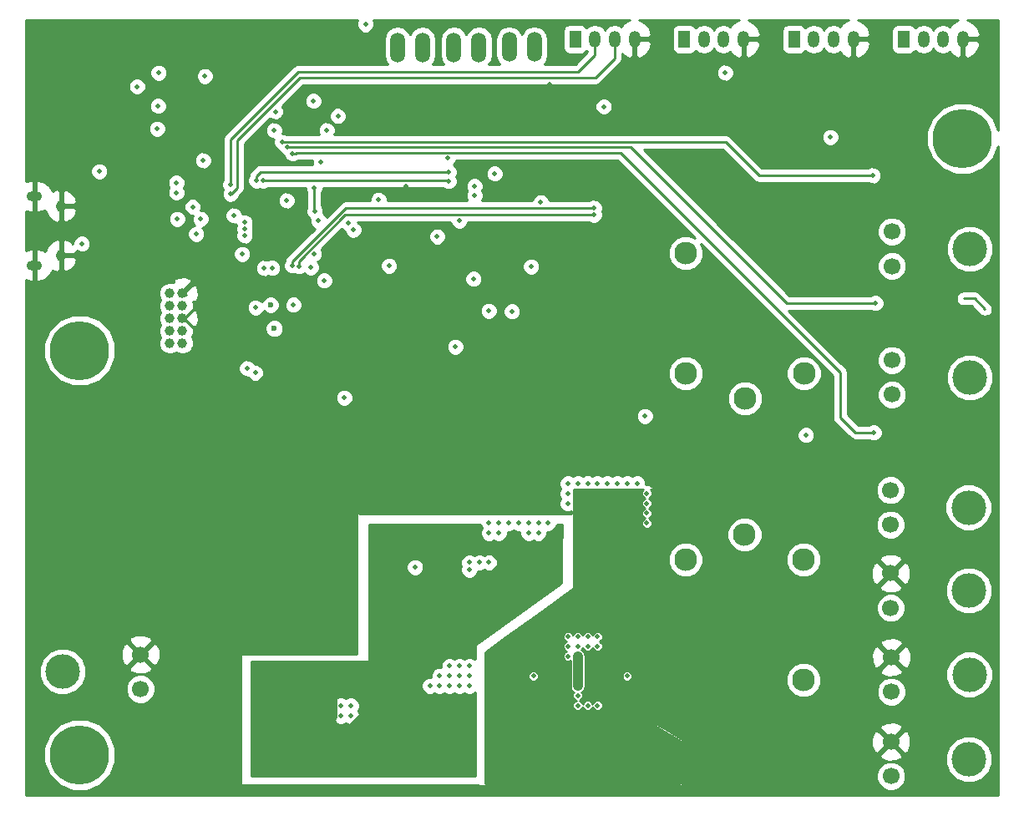
<source format=gbr>
G04 #@! TF.FileFunction,Copper,L2,Inr,Plane*
%FSLAX46Y46*%
G04 Gerber Fmt 4.6, Leading zero omitted, Abs format (unit mm)*
G04 Created by KiCad (PCBNEW 4.0.2-stable) date 4/8/2016 7:07:07 PM*
%MOMM*%
G01*
G04 APERTURE LIST*
%ADD10C,0.100000*%
%ADD11C,2.300000*%
%ADD12O,0.950000X1.250000*%
%ADD13O,1.550000X1.000000*%
%ADD14C,1.000000*%
%ADD15O,1.506220X3.014980*%
%ADD16R,1.200000X1.700000*%
%ADD17O,1.200000X1.700000*%
%ADD18C,1.700000*%
%ADD19C,3.500000*%
%ADD20C,6.000000*%
%ADD21C,0.508000*%
%ADD22C,0.600000*%
%ADD23C,0.250000*%
%ADD24C,0.500000*%
%ADD25C,2.000000*%
%ADD26C,1.000000*%
%ADD27C,0.254000*%
G04 APERTURE END LIST*
D10*
D11*
X157423600Y-89875200D03*
X151423600Y-87325200D03*
X163423600Y-87325200D03*
X151423600Y-75125200D03*
D12*
X88125740Y-70371700D03*
X88125740Y-75371700D03*
D13*
X85425740Y-69371700D03*
X85425740Y-76371700D03*
D14*
X99136200Y-84277200D03*
X100406200Y-84277200D03*
X99136200Y-83007200D03*
X100406200Y-83007200D03*
X99136200Y-81737200D03*
X100406200Y-81737200D03*
X99136200Y-80467200D03*
X100406200Y-80467200D03*
X99136200Y-79197200D03*
X100406200Y-79197200D03*
D15*
X122224800Y-54279800D03*
X124764800Y-54279800D03*
X127939800Y-54279800D03*
X130479800Y-54279800D03*
X133553200Y-54254400D03*
X136093200Y-54254400D03*
D11*
X157409400Y-103647400D03*
X163409400Y-106197400D03*
X151409400Y-106197400D03*
X163409400Y-118397400D03*
D16*
X140246100Y-53454300D03*
D17*
X142246100Y-53454300D03*
X144246100Y-53454300D03*
X146246100Y-53454300D03*
D16*
X151295100Y-53454300D03*
D17*
X153295100Y-53454300D03*
X155295100Y-53454300D03*
X157295100Y-53454300D03*
D16*
X162420300Y-53454300D03*
D17*
X164420300Y-53454300D03*
X166420300Y-53454300D03*
X168420300Y-53454300D03*
D16*
X173545500Y-53454300D03*
D17*
X175545500Y-53454300D03*
X177545500Y-53454300D03*
X179545500Y-53454300D03*
D18*
X96175000Y-115826600D03*
X96175000Y-119326600D03*
D19*
X88265000Y-117576600D03*
D18*
X172339000Y-76448800D03*
X172339000Y-72948800D03*
D19*
X180249000Y-74698800D03*
D18*
X172339000Y-89481600D03*
X172339000Y-85981600D03*
D19*
X180249000Y-87731600D03*
D18*
X172201400Y-102664200D03*
X172201400Y-99164200D03*
D19*
X180111400Y-100914200D03*
D18*
X172252200Y-128165800D03*
X172252200Y-124665800D03*
D19*
X180162200Y-126415800D03*
D18*
X172277600Y-119606000D03*
X172277600Y-116106000D03*
D19*
X180187600Y-117856000D03*
D18*
X172226800Y-111097000D03*
X172226800Y-107597000D03*
D19*
X180136800Y-109347000D03*
D20*
X90000000Y-126000000D03*
X90000000Y-85000000D03*
X179500000Y-63500000D03*
D21*
X114452400Y-65913000D03*
X132500000Y-103500000D03*
X131500000Y-103500000D03*
X131500000Y-102500000D03*
X132500000Y-102500000D03*
X133500000Y-102500000D03*
X134500000Y-102500000D03*
X135500000Y-102500000D03*
X135500000Y-103500000D03*
X136500000Y-103500000D03*
X136500000Y-102500000D03*
X137500000Y-102500000D03*
X143141700Y-60274200D03*
X116837460Y-89801700D03*
X102709980Y-57203340D03*
X166090600Y-63373000D03*
X101803200Y-73202800D03*
X105613200Y-71323200D03*
X118973600Y-51968400D03*
X91973400Y-66840100D03*
X101447600Y-70434200D03*
X127330200Y-65506600D03*
X128082040Y-84627720D03*
X133817360Y-81046320D03*
X121351040Y-76408280D03*
X136748520Y-69997320D03*
X135773160Y-76489560D03*
X111683800Y-80365600D03*
X120319800Y-69748400D03*
X155448000Y-56845200D03*
X153847800Y-57073800D03*
X145389600Y-123367800D03*
X148615400Y-123367800D03*
X145415000Y-127025400D03*
X172161200Y-69799200D03*
X115087400Y-61747400D03*
X99472404Y-63667031D03*
X84734400Y-64617600D03*
X84709000Y-54051200D03*
X132500000Y-123500000D03*
X117000000Y-118000000D03*
X120000000Y-125000000D03*
X120000000Y-124000000D03*
X117000000Y-125000000D03*
X117000000Y-123950000D03*
X112000000Y-126500000D03*
X110500000Y-120000000D03*
X127000000Y-105500000D03*
X125000000Y-113500000D03*
X128000000Y-111000000D03*
X121500000Y-109500000D03*
X132000000Y-110500000D03*
X137500000Y-108000000D03*
X149000000Y-128500000D03*
X113055400Y-53670200D03*
X104759760Y-81175860D03*
X116189760Y-88689180D03*
X101224080Y-57188100D03*
X164998400Y-60756800D03*
X172300900Y-82715100D03*
X172212000Y-95796100D03*
X152933400Y-95605600D03*
X162026600Y-97663000D03*
X99161600Y-88138000D03*
X99212400Y-74320400D03*
X137617200Y-58013600D03*
X105613200Y-70408800D03*
X101485700Y-66281300D03*
X106735880Y-51673760D03*
X128828800Y-63017400D03*
X109728000Y-61747400D03*
X127238760Y-85181440D03*
X123037600Y-68326000D03*
X132669280Y-78719680D03*
X131404360Y-73070720D03*
X137297160Y-76489560D03*
X130616960Y-84211160D03*
X113487200Y-81864200D03*
X117094000Y-68910200D03*
D22*
X109372400Y-80391000D03*
X109728000Y-82778600D03*
D21*
X108712000Y-76657200D03*
X90220800Y-74168000D03*
X107797600Y-87274400D03*
X106984800Y-86817200D03*
X147294600Y-91668600D03*
X163601400Y-93573600D03*
X170383200Y-67259200D03*
X110515400Y-63906400D03*
X170662600Y-80187800D03*
X111057820Y-64414400D03*
X170510200Y-93319600D03*
X111557820Y-65024000D03*
X102285800Y-71666100D03*
X99910900Y-71691500D03*
X99796600Y-67983100D03*
X105283000Y-68173600D03*
X99796600Y-68999100D03*
X105321100Y-69126100D03*
X128480777Y-71852220D03*
X126253240Y-73466960D03*
X131470400Y-81000600D03*
X129926080Y-77729080D03*
X106730800Y-72034400D03*
X106730800Y-72694800D03*
X106730800Y-73355200D03*
X107848400Y-80670400D03*
X109524800Y-76631800D03*
X142163800Y-70561200D03*
X111531400Y-76377800D03*
X142138400Y-71247000D03*
X112217200Y-76479400D03*
X117754400Y-72796400D03*
X130048000Y-68326000D03*
X117221000Y-72085200D03*
X132054600Y-67056000D03*
X114198400Y-71831200D03*
X130048000Y-69316600D03*
X97942400Y-60198000D03*
X113690400Y-59690000D03*
X97866200Y-62534800D03*
X109829600Y-60782200D03*
X116179600Y-61239400D03*
X95834200Y-58242200D03*
X109728000Y-62687200D03*
X135999240Y-118000000D03*
X145500000Y-118000000D03*
X147500000Y-102500000D03*
X147500000Y-101500000D03*
X147500000Y-100500000D03*
X147500000Y-99500000D03*
X146500000Y-98500000D03*
X145500000Y-98500000D03*
X144500000Y-98500000D03*
X143500000Y-98500000D03*
X142500000Y-98500000D03*
X141500000Y-98500000D03*
X140500000Y-98500000D03*
X139500000Y-98500000D03*
X139500000Y-99500000D03*
X139500000Y-100500000D03*
X129500000Y-117000000D03*
X128500000Y-117000000D03*
X127500000Y-117000000D03*
X125500000Y-119000000D03*
X126500000Y-118000000D03*
X126500000Y-119000000D03*
X127500000Y-119000000D03*
X127500000Y-118000000D03*
X128500000Y-118000000D03*
X128500000Y-119000000D03*
X129500000Y-119000000D03*
X129500000Y-118000000D03*
X97993200Y-56870600D03*
X115036600Y-62687200D03*
X127406400Y-67838320D03*
X108597700Y-67784980D03*
X127406400Y-66888360D03*
X107899200Y-67772280D03*
X113461800Y-76581000D03*
X114782600Y-77901800D03*
X141500000Y-114000000D03*
X142500000Y-114000000D03*
X117500000Y-122050000D03*
X117500000Y-121000000D03*
X116500000Y-121000000D03*
X116500000Y-122050000D03*
X124000000Y-107000000D03*
X131500000Y-106500000D03*
X129500000Y-107250000D03*
X129500000Y-106500000D03*
X130500000Y-106500000D03*
X142500000Y-121000000D03*
X141500000Y-121000000D03*
X140500000Y-121000000D03*
X140500000Y-120000000D03*
X140500000Y-119000000D03*
X140500000Y-116000000D03*
X139500000Y-116000000D03*
X139500000Y-115000000D03*
X140500000Y-115000000D03*
X140500000Y-114000000D03*
X139500000Y-114000000D03*
X141500000Y-115000000D03*
X142500000Y-115000000D03*
X110972600Y-69799200D03*
X102514400Y-65735200D03*
X113842800Y-70891400D03*
X113792000Y-68554600D03*
X113741200Y-75209400D03*
X106451400Y-75234800D03*
D23*
X179603400Y-79737200D02*
X180703400Y-79737200D01*
X180703400Y-79737200D02*
X181789000Y-80822800D01*
X100406200Y-81737200D02*
X100584000Y-81737200D01*
X104759760Y-82031840D02*
X104759760Y-81175860D01*
X103987600Y-82804000D02*
X104759760Y-82031840D01*
X101650800Y-82804000D02*
X103987600Y-82804000D01*
X100584000Y-81737200D02*
X101650800Y-82804000D01*
X100406200Y-81737200D02*
X100634800Y-81737200D01*
X100634800Y-81737200D02*
X101955600Y-80416400D01*
X104000300Y-80416400D02*
X104759760Y-81175860D01*
X101955600Y-80416400D02*
X104000300Y-80416400D01*
D24*
X145500000Y-127000000D02*
X136000000Y-127000000D01*
X136000000Y-127000000D02*
X132500000Y-123500000D01*
X146000000Y-123500000D02*
X146000000Y-126500000D01*
X146000000Y-126500000D02*
X145500000Y-127000000D01*
X149000000Y-128500000D02*
X147000000Y-128500000D01*
X147000000Y-128500000D02*
X145500000Y-127000000D01*
D25*
X117000000Y-123950000D02*
X117677922Y-123950000D01*
X117677922Y-123950000D02*
X128500000Y-113127922D01*
X128500000Y-113127922D02*
X128500000Y-110500000D01*
D24*
X113050000Y-120000000D02*
X115550000Y-122500000D01*
X117000000Y-118000000D02*
X115845999Y-119154001D01*
X115550000Y-122500000D02*
X117000000Y-123950000D01*
X115845999Y-119154001D02*
X115845999Y-122204001D01*
X115845999Y-122204001D02*
X115550000Y-122500000D01*
X112000000Y-126500000D02*
X114450000Y-126500000D01*
X114450000Y-126500000D02*
X117000000Y-123950000D01*
X110500000Y-120000000D02*
X113050000Y-120000000D01*
D26*
X127000000Y-105500000D02*
X127000000Y-110000000D01*
X127000000Y-110000000D02*
X128000000Y-111000000D01*
X128000000Y-111000000D02*
X123000000Y-111000000D01*
X123000000Y-111000000D02*
X121500000Y-109500000D01*
X125000000Y-113500000D02*
X125500000Y-113500000D01*
X125500000Y-113500000D02*
X128000000Y-111000000D01*
X132000000Y-110500000D02*
X128500000Y-110500000D01*
X128500000Y-110500000D02*
X128000000Y-111000000D01*
X137500000Y-108000000D02*
X134500000Y-108000000D01*
X134500000Y-108000000D02*
X132000000Y-110500000D01*
D23*
X170383200Y-67259200D02*
X158851600Y-67259200D01*
X158851600Y-67259200D02*
X155473400Y-63881000D01*
X155473400Y-63881000D02*
X110900010Y-63881000D01*
X110900010Y-63881000D02*
X110874610Y-63906400D01*
X110874610Y-63906400D02*
X110515400Y-63906400D01*
X168783000Y-80187800D02*
X168427400Y-80187800D01*
X168427400Y-80187800D02*
X161645600Y-80187800D01*
X170662600Y-80187800D02*
X170303390Y-80187800D01*
X170303390Y-80187800D02*
X168427400Y-80187800D01*
X161645600Y-80187800D02*
X145872200Y-64414400D01*
X145872200Y-64414400D02*
X111057820Y-64414400D01*
X170510200Y-93319600D02*
X168630600Y-93319600D01*
X168630600Y-93319600D02*
X167081200Y-91770200D01*
X167081200Y-91770200D02*
X167081200Y-87223600D01*
X111917030Y-65024000D02*
X111557820Y-65024000D01*
X167081200Y-87223600D02*
X144824411Y-64966811D01*
X144824411Y-64966811D02*
X111974219Y-64966811D01*
X111974219Y-64966811D02*
X111917030Y-65024000D01*
X105283000Y-68173600D02*
X105283000Y-63611511D01*
X142246100Y-55066180D02*
X142246100Y-53454300D01*
X140553440Y-56758840D02*
X142246100Y-55066180D01*
X112131383Y-56758840D02*
X140553440Y-56758840D01*
X105283000Y-63611511D02*
X112131383Y-56758840D01*
X105321100Y-69126100D02*
X105369360Y-69126100D01*
X144246100Y-55385200D02*
X144246100Y-53454300D01*
X142298420Y-57332880D02*
X144246100Y-55385200D01*
X112361980Y-57332880D02*
X142298420Y-57332880D01*
X105958640Y-63736220D02*
X112361980Y-57332880D01*
X105958640Y-68536820D02*
X105958640Y-63736220D01*
X105369360Y-69126100D02*
X105958640Y-68536820D01*
X144246100Y-54102500D02*
X144246100Y-53454300D01*
X141804590Y-70561200D02*
X142163800Y-70561200D01*
X111531400Y-76018590D02*
X116982401Y-70567589D01*
X141732000Y-70567589D02*
X141738389Y-70561200D01*
X141738389Y-70561200D02*
X141804590Y-70561200D01*
X116982401Y-70567589D02*
X141732000Y-70567589D01*
X111531400Y-76377800D02*
X111531400Y-76018590D01*
X116920678Y-71247000D02*
X141779190Y-71247000D01*
X112217200Y-75950478D02*
X116920678Y-71247000D01*
X141779190Y-71247000D02*
X142138400Y-71247000D01*
X112217200Y-76479400D02*
X112217200Y-75950478D01*
X127353060Y-67784980D02*
X127406400Y-67838320D01*
X108597700Y-67784980D02*
X127353060Y-67784980D01*
X155295100Y-53454300D02*
X155229560Y-53454300D01*
X107899200Y-67340480D02*
X108351320Y-66888360D01*
X108351320Y-66888360D02*
X127406400Y-66888360D01*
X107899200Y-67772280D02*
X107899200Y-67340480D01*
D26*
X140500000Y-119000000D02*
X140500000Y-116000000D01*
D23*
X113792000Y-68554600D02*
X113792000Y-70840600D01*
X113792000Y-70840600D02*
X113842800Y-70891400D01*
D27*
G36*
X118084754Y-51790791D02*
X118084446Y-52144457D01*
X118219503Y-52471320D01*
X118469364Y-52721618D01*
X118795991Y-52857246D01*
X119149657Y-52857554D01*
X119476520Y-52722497D01*
X119726818Y-52472636D01*
X119862446Y-52146009D01*
X119862754Y-51792343D01*
X119750224Y-51520000D01*
X145786161Y-51520000D01*
X145718560Y-51533829D01*
X145119455Y-51862867D01*
X144890191Y-52148793D01*
X144718714Y-52034216D01*
X144246100Y-51940207D01*
X143773486Y-52034216D01*
X143372823Y-52301930D01*
X143246100Y-52491585D01*
X143119377Y-52301930D01*
X142718714Y-52034216D01*
X142246100Y-51940207D01*
X141773486Y-52034216D01*
X141396104Y-52286374D01*
X141310190Y-52152859D01*
X141097990Y-52007869D01*
X140846100Y-51956860D01*
X139646100Y-51956860D01*
X139410783Y-52001138D01*
X139194659Y-52140210D01*
X139049669Y-52352410D01*
X138998660Y-52604300D01*
X138998660Y-54304300D01*
X139042938Y-54539617D01*
X139182010Y-54755741D01*
X139394210Y-54900731D01*
X139646100Y-54951740D01*
X140846100Y-54951740D01*
X141081417Y-54907462D01*
X141297541Y-54768390D01*
X141397001Y-54622825D01*
X141486100Y-54682359D01*
X141486100Y-54751378D01*
X140238638Y-55998840D01*
X137097097Y-55998840D01*
X137375646Y-55581961D01*
X137481310Y-55050754D01*
X137481310Y-53458046D01*
X137375646Y-52926839D01*
X137074742Y-52476504D01*
X136624407Y-52175600D01*
X136093200Y-52069936D01*
X135561993Y-52175600D01*
X135111658Y-52476504D01*
X134823200Y-52908212D01*
X134534742Y-52476504D01*
X134084407Y-52175600D01*
X133553200Y-52069936D01*
X133021993Y-52175600D01*
X132571658Y-52476504D01*
X132270754Y-52926839D01*
X132165090Y-53458046D01*
X132165090Y-55050754D01*
X132270754Y-55581961D01*
X132549303Y-55998840D01*
X131500668Y-55998840D01*
X131762246Y-55607361D01*
X131867910Y-55076154D01*
X131867910Y-53483446D01*
X131762246Y-52952239D01*
X131461342Y-52501904D01*
X131011007Y-52201000D01*
X130479800Y-52095336D01*
X129948593Y-52201000D01*
X129498258Y-52501904D01*
X129209800Y-52933612D01*
X128921342Y-52501904D01*
X128471007Y-52201000D01*
X127939800Y-52095336D01*
X127408593Y-52201000D01*
X126958258Y-52501904D01*
X126657354Y-52952239D01*
X126551690Y-53483446D01*
X126551690Y-55076154D01*
X126657354Y-55607361D01*
X126918932Y-55998840D01*
X125785668Y-55998840D01*
X126047246Y-55607361D01*
X126152910Y-55076154D01*
X126152910Y-53483446D01*
X126047246Y-52952239D01*
X125746342Y-52501904D01*
X125296007Y-52201000D01*
X124764800Y-52095336D01*
X124233593Y-52201000D01*
X123783258Y-52501904D01*
X123494800Y-52933612D01*
X123206342Y-52501904D01*
X122756007Y-52201000D01*
X122224800Y-52095336D01*
X121693593Y-52201000D01*
X121243258Y-52501904D01*
X120942354Y-52952239D01*
X120836690Y-53483446D01*
X120836690Y-55076154D01*
X120942354Y-55607361D01*
X121203932Y-55998840D01*
X112131383Y-55998840D01*
X112131264Y-55998864D01*
X112131145Y-55998840D01*
X111985577Y-56027843D01*
X111840544Y-56056692D01*
X111840443Y-56056759D01*
X111840324Y-56056783D01*
X111716790Y-56139381D01*
X111593982Y-56221439D01*
X111593915Y-56221540D01*
X111593814Y-56221607D01*
X104745431Y-63074278D01*
X104662788Y-63198046D01*
X104580852Y-63320672D01*
X104580829Y-63320790D01*
X104580761Y-63320891D01*
X104551851Y-63466468D01*
X104523000Y-63611511D01*
X104523000Y-67685697D01*
X104394154Y-67995991D01*
X104393846Y-68349657D01*
X104528903Y-68676520D01*
X104540403Y-68688040D01*
X104432254Y-68948491D01*
X104431946Y-69302157D01*
X104567003Y-69629020D01*
X104816864Y-69879318D01*
X105143491Y-70014946D01*
X105497157Y-70015254D01*
X105593957Y-69975257D01*
X110083446Y-69975257D01*
X110218503Y-70302120D01*
X110468364Y-70552418D01*
X110794991Y-70688046D01*
X111148657Y-70688354D01*
X111475520Y-70553297D01*
X111725818Y-70303436D01*
X111861446Y-69976809D01*
X111861754Y-69623143D01*
X111726697Y-69296280D01*
X111476836Y-69045982D01*
X111150209Y-68910354D01*
X110796543Y-68910046D01*
X110469680Y-69045103D01*
X110219382Y-69294964D01*
X110083754Y-69621591D01*
X110083446Y-69975257D01*
X105593957Y-69975257D01*
X105824020Y-69880197D01*
X106074318Y-69630336D01*
X106169749Y-69400513D01*
X106496041Y-69074221D01*
X106660788Y-68827659D01*
X106718640Y-68536820D01*
X106718640Y-67948337D01*
X107010046Y-67948337D01*
X107145103Y-68275200D01*
X107394964Y-68525498D01*
X107721591Y-68661126D01*
X108075257Y-68661434D01*
X108233142Y-68596197D01*
X108420091Y-68673826D01*
X108773757Y-68674134D01*
X109086334Y-68544980D01*
X112903008Y-68544980D01*
X112902846Y-68730657D01*
X113032000Y-69043234D01*
X113032000Y-70525836D01*
X112953954Y-70713791D01*
X112953646Y-71067457D01*
X113088703Y-71394320D01*
X113320708Y-71626730D01*
X113309554Y-71653591D01*
X113309246Y-72007257D01*
X113444303Y-72334120D01*
X113694164Y-72584418D01*
X113833085Y-72642103D01*
X110993999Y-75481189D01*
X110829252Y-75727751D01*
X110805715Y-75846079D01*
X110778182Y-75873564D01*
X110642554Y-76200191D01*
X110642246Y-76553857D01*
X110777303Y-76880720D01*
X111027164Y-77131018D01*
X111353791Y-77266646D01*
X111707457Y-77266954D01*
X111751664Y-77248688D01*
X112039591Y-77368246D01*
X112393257Y-77368554D01*
X112720120Y-77233497D01*
X112788689Y-77165048D01*
X112957564Y-77334218D01*
X113284191Y-77469846D01*
X113637857Y-77470154D01*
X113964720Y-77335097D01*
X114215018Y-77085236D01*
X114350646Y-76758609D01*
X114350797Y-76584337D01*
X120461886Y-76584337D01*
X120596943Y-76911200D01*
X120846804Y-77161498D01*
X121173431Y-77297126D01*
X121527097Y-77297434D01*
X121853960Y-77162377D01*
X122104258Y-76912516D01*
X122206779Y-76665617D01*
X134884006Y-76665617D01*
X135019063Y-76992480D01*
X135268924Y-77242778D01*
X135595551Y-77378406D01*
X135949217Y-77378714D01*
X136276080Y-77243657D01*
X136526378Y-76993796D01*
X136662006Y-76667169D01*
X136662314Y-76313503D01*
X136527257Y-75986640D01*
X136277396Y-75736342D01*
X135950769Y-75600714D01*
X135597103Y-75600406D01*
X135270240Y-75735463D01*
X135019942Y-75985324D01*
X134884314Y-76311951D01*
X134884006Y-76665617D01*
X122206779Y-76665617D01*
X122239886Y-76585889D01*
X122240194Y-76232223D01*
X122105137Y-75905360D01*
X121855276Y-75655062D01*
X121528649Y-75519434D01*
X121174983Y-75519126D01*
X120848120Y-75654183D01*
X120597822Y-75904044D01*
X120462194Y-76230671D01*
X120461886Y-76584337D01*
X114350797Y-76584337D01*
X114350954Y-76404943D01*
X114215897Y-76078080D01*
X114143158Y-76005214D01*
X114244120Y-75963497D01*
X114494418Y-75713636D01*
X114630046Y-75387009D01*
X114630354Y-75033343D01*
X114507198Y-74735282D01*
X116560550Y-72681930D01*
X116716764Y-72838418D01*
X116865309Y-72900100D01*
X116865246Y-72972457D01*
X117000303Y-73299320D01*
X117250164Y-73549618D01*
X117576791Y-73685246D01*
X117930457Y-73685554D01*
X118033404Y-73643017D01*
X125364086Y-73643017D01*
X125499143Y-73969880D01*
X125749004Y-74220178D01*
X126075631Y-74355806D01*
X126429297Y-74356114D01*
X126756160Y-74221057D01*
X127006458Y-73971196D01*
X127142086Y-73644569D01*
X127142394Y-73290903D01*
X127007337Y-72964040D01*
X126757476Y-72713742D01*
X126430849Y-72578114D01*
X126077183Y-72577806D01*
X125750320Y-72712863D01*
X125500022Y-72962724D01*
X125364394Y-73289351D01*
X125364086Y-73643017D01*
X118033404Y-73643017D01*
X118257320Y-73550497D01*
X118507618Y-73300636D01*
X118643246Y-72974009D01*
X118643554Y-72620343D01*
X118508497Y-72293480D01*
X118258636Y-72043182D01*
X118171500Y-72007000D01*
X127591642Y-72007000D01*
X127591623Y-72028277D01*
X127726680Y-72355140D01*
X127976541Y-72605438D01*
X128303168Y-72741066D01*
X128656834Y-72741374D01*
X128983697Y-72606317D01*
X129233995Y-72356456D01*
X129369623Y-72029829D01*
X129369643Y-72007000D01*
X141650497Y-72007000D01*
X141960791Y-72135846D01*
X142314457Y-72136154D01*
X142641320Y-72001097D01*
X142891618Y-71751236D01*
X143027246Y-71424609D01*
X143027554Y-71070943D01*
X142971282Y-70934754D01*
X143052646Y-70738809D01*
X143052954Y-70385143D01*
X142917897Y-70058280D01*
X142668036Y-69807982D01*
X142341409Y-69672354D01*
X141987743Y-69672046D01*
X141660880Y-69807103D01*
X141660393Y-69807589D01*
X137632024Y-69807589D01*
X137502617Y-69494400D01*
X137252756Y-69244102D01*
X136926129Y-69108474D01*
X136572463Y-69108166D01*
X136245600Y-69243223D01*
X135995302Y-69493084D01*
X135864708Y-69807589D01*
X130806719Y-69807589D01*
X130936846Y-69494209D01*
X130937154Y-69140543D01*
X130805087Y-68820917D01*
X130936846Y-68503609D01*
X130937154Y-68149943D01*
X130802097Y-67823080D01*
X130552236Y-67572782D01*
X130225609Y-67437154D01*
X129871943Y-67436846D01*
X129545080Y-67571903D01*
X129294782Y-67821764D01*
X129159154Y-68148391D01*
X129158846Y-68502057D01*
X129290913Y-68821683D01*
X129159154Y-69138991D01*
X129158846Y-69492657D01*
X129288973Y-69807589D01*
X121208749Y-69807589D01*
X121208954Y-69572343D01*
X121073897Y-69245480D01*
X120824036Y-68995182D01*
X120497409Y-68859554D01*
X120143743Y-68859246D01*
X119816880Y-68994303D01*
X119566582Y-69244164D01*
X119430954Y-69570791D01*
X119430748Y-69807589D01*
X116982401Y-69807589D01*
X116691562Y-69865441D01*
X116445000Y-70030188D01*
X115009339Y-71465849D01*
X114952497Y-71328280D01*
X114720492Y-71095870D01*
X114731646Y-71069009D01*
X114731954Y-70715343D01*
X114596897Y-70388480D01*
X114552000Y-70343504D01*
X114552000Y-69042503D01*
X114680846Y-68732209D01*
X114681009Y-68544980D01*
X126855687Y-68544980D01*
X126902164Y-68591538D01*
X127228791Y-68727166D01*
X127582457Y-68727474D01*
X127909320Y-68592417D01*
X128159618Y-68342556D01*
X128295246Y-68015929D01*
X128295554Y-67662263D01*
X128171904Y-67363008D01*
X128226279Y-67232057D01*
X131165446Y-67232057D01*
X131300503Y-67558920D01*
X131550364Y-67809218D01*
X131876991Y-67944846D01*
X132230657Y-67945154D01*
X132557520Y-67810097D01*
X132807818Y-67560236D01*
X132943446Y-67233609D01*
X132943754Y-66879943D01*
X132808697Y-66553080D01*
X132558836Y-66302782D01*
X132232209Y-66167154D01*
X131878543Y-66166846D01*
X131551680Y-66301903D01*
X131301382Y-66551764D01*
X131165754Y-66878391D01*
X131165446Y-67232057D01*
X128226279Y-67232057D01*
X128295246Y-67065969D01*
X128295554Y-66712303D01*
X128160497Y-66385440D01*
X127934723Y-66159271D01*
X128083418Y-66010836D01*
X128201356Y-65726811D01*
X144509609Y-65726811D01*
X152366936Y-73584138D01*
X151780216Y-73340511D01*
X151070099Y-73339891D01*
X150413800Y-73611068D01*
X149911233Y-74112759D01*
X149638911Y-74768584D01*
X149638291Y-75478701D01*
X149909468Y-76135000D01*
X150411159Y-76637567D01*
X151066984Y-76909889D01*
X151777101Y-76910509D01*
X152433400Y-76639332D01*
X152935967Y-76137641D01*
X153208289Y-75481816D01*
X153208909Y-74771699D01*
X152965569Y-74182771D01*
X166321200Y-87538402D01*
X166321200Y-91770200D01*
X166379052Y-92061039D01*
X166543799Y-92307601D01*
X168093198Y-93857001D01*
X168257945Y-93967080D01*
X168339761Y-94021748D01*
X168630600Y-94079600D01*
X170022297Y-94079600D01*
X170332591Y-94208446D01*
X170686257Y-94208754D01*
X171013120Y-94073697D01*
X171263418Y-93823836D01*
X171399046Y-93497209D01*
X171399354Y-93143543D01*
X171264297Y-92816680D01*
X171014436Y-92566382D01*
X170687809Y-92430754D01*
X170334143Y-92430446D01*
X170021566Y-92559600D01*
X168945403Y-92559600D01*
X167841200Y-91455398D01*
X167841200Y-89775689D01*
X170853743Y-89775689D01*
X171079344Y-90321686D01*
X171496717Y-90739788D01*
X172042319Y-90966342D01*
X172633089Y-90966857D01*
X173179086Y-90741256D01*
X173597188Y-90323883D01*
X173823742Y-89778281D01*
X173824257Y-89187511D01*
X173598656Y-88641514D01*
X173181283Y-88223412D01*
X173134354Y-88203925D01*
X177863587Y-88203925D01*
X178225916Y-89080829D01*
X178896242Y-89752326D01*
X179772513Y-90116185D01*
X180721325Y-90117013D01*
X181598229Y-89754684D01*
X182269726Y-89084358D01*
X182633585Y-88208087D01*
X182634413Y-87259275D01*
X182272084Y-86382371D01*
X181601758Y-85710874D01*
X180725487Y-85347015D01*
X179776675Y-85346187D01*
X178899771Y-85708516D01*
X178228274Y-86378842D01*
X177864415Y-87255113D01*
X177863587Y-88203925D01*
X173134354Y-88203925D01*
X172635681Y-87996858D01*
X172044911Y-87996343D01*
X171498914Y-88221944D01*
X171080812Y-88639317D01*
X170854258Y-89184919D01*
X170853743Y-89775689D01*
X167841200Y-89775689D01*
X167841200Y-87223600D01*
X167783348Y-86932761D01*
X167618601Y-86686199D01*
X167208091Y-86275689D01*
X170853743Y-86275689D01*
X171079344Y-86821686D01*
X171496717Y-87239788D01*
X172042319Y-87466342D01*
X172633089Y-87466857D01*
X173179086Y-87241256D01*
X173597188Y-86823883D01*
X173823742Y-86278281D01*
X173824257Y-85687511D01*
X173598656Y-85141514D01*
X173181283Y-84723412D01*
X172635681Y-84496858D01*
X172044911Y-84496343D01*
X171498914Y-84721944D01*
X171080812Y-85139317D01*
X170854258Y-85684919D01*
X170853743Y-86275689D01*
X167208091Y-86275689D01*
X161880202Y-80947800D01*
X170174697Y-80947800D01*
X170484991Y-81076646D01*
X170838657Y-81076954D01*
X171165520Y-80941897D01*
X171415818Y-80692036D01*
X171551446Y-80365409D01*
X171551754Y-80011743D01*
X171438316Y-79737200D01*
X178843400Y-79737200D01*
X178901252Y-80028039D01*
X179065999Y-80274601D01*
X179312561Y-80439348D01*
X179603400Y-80497200D01*
X180388598Y-80497200D01*
X181251599Y-81360201D01*
X181498160Y-81524948D01*
X181789000Y-81582800D01*
X182079839Y-81524948D01*
X182326401Y-81360201D01*
X182491148Y-81113639D01*
X182549000Y-80822800D01*
X182491148Y-80531960D01*
X182326401Y-80285399D01*
X181240801Y-79199799D01*
X180994239Y-79035052D01*
X180703400Y-78977200D01*
X179603400Y-78977200D01*
X179312561Y-79035052D01*
X179065999Y-79199799D01*
X178901252Y-79446361D01*
X178843400Y-79737200D01*
X171438316Y-79737200D01*
X171416697Y-79684880D01*
X171166836Y-79434582D01*
X170840209Y-79298954D01*
X170486543Y-79298646D01*
X170173966Y-79427800D01*
X161960402Y-79427800D01*
X159275491Y-76742889D01*
X170853743Y-76742889D01*
X171079344Y-77288886D01*
X171496717Y-77706988D01*
X172042319Y-77933542D01*
X172633089Y-77934057D01*
X173179086Y-77708456D01*
X173597188Y-77291083D01*
X173823742Y-76745481D01*
X173824257Y-76154711D01*
X173598656Y-75608714D01*
X173181283Y-75190612D01*
X173134354Y-75171125D01*
X177863587Y-75171125D01*
X178225916Y-76048029D01*
X178896242Y-76719526D01*
X179772513Y-77083385D01*
X180721325Y-77084213D01*
X181598229Y-76721884D01*
X182269726Y-76051558D01*
X182633585Y-75175287D01*
X182634413Y-74226475D01*
X182272084Y-73349571D01*
X181601758Y-72678074D01*
X180725487Y-72314215D01*
X179776675Y-72313387D01*
X178899771Y-72675716D01*
X178228274Y-73346042D01*
X177864415Y-74222313D01*
X177863587Y-75171125D01*
X173134354Y-75171125D01*
X172635681Y-74964058D01*
X172044911Y-74963543D01*
X171498914Y-75189144D01*
X171080812Y-75606517D01*
X170854258Y-76152119D01*
X170853743Y-76742889D01*
X159275491Y-76742889D01*
X155775491Y-73242889D01*
X170853743Y-73242889D01*
X171079344Y-73788886D01*
X171496717Y-74206988D01*
X172042319Y-74433542D01*
X172633089Y-74434057D01*
X173179086Y-74208456D01*
X173597188Y-73791083D01*
X173823742Y-73245481D01*
X173824257Y-72654711D01*
X173598656Y-72108714D01*
X173181283Y-71690612D01*
X172635681Y-71464058D01*
X172044911Y-71463543D01*
X171498914Y-71689144D01*
X171080812Y-72106517D01*
X170854258Y-72652119D01*
X170853743Y-73242889D01*
X155775491Y-73242889D01*
X147173602Y-64641000D01*
X155158598Y-64641000D01*
X158314199Y-67796601D01*
X158560760Y-67961348D01*
X158851600Y-68019200D01*
X169895297Y-68019200D01*
X170205591Y-68148046D01*
X170559257Y-68148354D01*
X170886120Y-68013297D01*
X171136418Y-67763436D01*
X171272046Y-67436809D01*
X171272354Y-67083143D01*
X171137297Y-66756280D01*
X170887436Y-66505982D01*
X170560809Y-66370354D01*
X170207143Y-66370046D01*
X169894566Y-66499200D01*
X159166402Y-66499200D01*
X156216259Y-63549057D01*
X165201446Y-63549057D01*
X165336503Y-63875920D01*
X165586364Y-64126218D01*
X165912991Y-64261846D01*
X166266657Y-64262154D01*
X166593520Y-64127097D01*
X166843818Y-63877236D01*
X166979446Y-63550609D01*
X166979754Y-63196943D01*
X166844697Y-62870080D01*
X166594836Y-62619782D01*
X166268209Y-62484154D01*
X165914543Y-62483846D01*
X165587680Y-62618903D01*
X165337382Y-62868764D01*
X165201754Y-63195391D01*
X165201446Y-63549057D01*
X156216259Y-63549057D01*
X156010801Y-63343599D01*
X155764239Y-63178852D01*
X155473400Y-63121000D01*
X115819066Y-63121000D01*
X115925446Y-62864809D01*
X115925754Y-62511143D01*
X115790697Y-62184280D01*
X115540836Y-61933982D01*
X115214209Y-61798354D01*
X114860543Y-61798046D01*
X114533680Y-61933103D01*
X114283382Y-62182964D01*
X114147754Y-62509591D01*
X114147446Y-62863257D01*
X114253943Y-63121000D01*
X110942133Y-63121000D01*
X110693009Y-63017554D01*
X110553471Y-63017432D01*
X110616846Y-62864809D01*
X110617154Y-62511143D01*
X110482097Y-62184280D01*
X110232236Y-61933982D01*
X109905609Y-61798354D01*
X109551943Y-61798046D01*
X109225080Y-61933103D01*
X108974782Y-62182964D01*
X108839154Y-62509591D01*
X108838846Y-62863257D01*
X108973903Y-63190120D01*
X109223764Y-63440418D01*
X109550391Y-63576046D01*
X109689929Y-63576168D01*
X109626554Y-63728791D01*
X109626246Y-64082457D01*
X109761303Y-64409320D01*
X110011164Y-64659618D01*
X110235781Y-64752888D01*
X110303723Y-64917320D01*
X110553584Y-65167618D01*
X110676321Y-65218583D01*
X110803723Y-65526920D01*
X111053584Y-65777218D01*
X111380211Y-65912846D01*
X111733877Y-65913154D01*
X112060740Y-65778097D01*
X112089117Y-65749769D01*
X112204536Y-65726811D01*
X113567117Y-65726811D01*
X113563554Y-65735391D01*
X113563246Y-66089057D01*
X113579486Y-66128360D01*
X108351320Y-66128360D01*
X108060480Y-66186212D01*
X107813919Y-66350959D01*
X107361799Y-66803079D01*
X107197052Y-67049641D01*
X107155498Y-67258544D01*
X107145982Y-67268044D01*
X107010354Y-67594671D01*
X107010046Y-67948337D01*
X106718640Y-67948337D01*
X106718640Y-64051022D01*
X109279844Y-61489818D01*
X109325364Y-61535418D01*
X109651991Y-61671046D01*
X110005657Y-61671354D01*
X110332520Y-61536297D01*
X110453571Y-61415457D01*
X115290446Y-61415457D01*
X115425503Y-61742320D01*
X115675364Y-61992618D01*
X116001991Y-62128246D01*
X116355657Y-62128554D01*
X116682520Y-61993497D01*
X116932818Y-61743636D01*
X117068446Y-61417009D01*
X117068754Y-61063343D01*
X116933697Y-60736480D01*
X116683836Y-60486182D01*
X116597320Y-60450257D01*
X142252546Y-60450257D01*
X142387603Y-60777120D01*
X142637464Y-61027418D01*
X142964091Y-61163046D01*
X143317757Y-61163354D01*
X143644620Y-61028297D01*
X143894918Y-60778436D01*
X144030546Y-60451809D01*
X144030854Y-60098143D01*
X143895797Y-59771280D01*
X143645936Y-59520982D01*
X143319309Y-59385354D01*
X142965643Y-59385046D01*
X142638780Y-59520103D01*
X142388482Y-59769964D01*
X142252854Y-60096591D01*
X142252546Y-60450257D01*
X116597320Y-60450257D01*
X116357209Y-60350554D01*
X116003543Y-60350246D01*
X115676680Y-60485303D01*
X115426382Y-60735164D01*
X115290754Y-61061791D01*
X115290446Y-61415457D01*
X110453571Y-61415457D01*
X110582818Y-61286436D01*
X110718446Y-60959809D01*
X110718754Y-60606143D01*
X110583697Y-60279280D01*
X110537080Y-60232582D01*
X110903605Y-59866057D01*
X112801246Y-59866057D01*
X112936303Y-60192920D01*
X113186164Y-60443218D01*
X113512791Y-60578846D01*
X113866457Y-60579154D01*
X114193320Y-60444097D01*
X114443618Y-60194236D01*
X114579246Y-59867609D01*
X114579554Y-59513943D01*
X114444497Y-59187080D01*
X114194636Y-58936782D01*
X113868009Y-58801154D01*
X113514343Y-58800846D01*
X113187480Y-58935903D01*
X112937182Y-59185764D01*
X112801554Y-59512391D01*
X112801246Y-59866057D01*
X110903605Y-59866057D01*
X112676782Y-58092880D01*
X142298420Y-58092880D01*
X142589259Y-58035028D01*
X142835821Y-57870281D01*
X143684845Y-57021257D01*
X154558846Y-57021257D01*
X154693903Y-57348120D01*
X154943764Y-57598418D01*
X155270391Y-57734046D01*
X155624057Y-57734354D01*
X155950920Y-57599297D01*
X156201218Y-57349436D01*
X156336846Y-57022809D01*
X156337154Y-56669143D01*
X156202097Y-56342280D01*
X155952236Y-56091982D01*
X155625609Y-55956354D01*
X155271943Y-55956046D01*
X154945080Y-56091103D01*
X154694782Y-56340964D01*
X154559154Y-56667591D01*
X154558846Y-57021257D01*
X143684845Y-57021257D01*
X144783501Y-55922601D01*
X144948248Y-55676040D01*
X144966961Y-55581961D01*
X145006100Y-55385200D01*
X145006100Y-54904363D01*
X145119455Y-55045733D01*
X145718560Y-55374771D01*
X145848723Y-55401398D01*
X146119100Y-55156005D01*
X146119100Y-53581300D01*
X146373100Y-53581300D01*
X146373100Y-55156005D01*
X146643477Y-55401398D01*
X146773640Y-55374771D01*
X147372745Y-55045733D01*
X147800328Y-54512474D01*
X147991294Y-53856178D01*
X147707817Y-53581300D01*
X146373100Y-53581300D01*
X146119100Y-53581300D01*
X146099100Y-53581300D01*
X146099100Y-53327300D01*
X146119100Y-53327300D01*
X146119100Y-53307300D01*
X146373100Y-53307300D01*
X146373100Y-53327300D01*
X147707817Y-53327300D01*
X147991294Y-53052422D01*
X147800328Y-52396126D01*
X147372745Y-51862867D01*
X146773640Y-51533829D01*
X146706039Y-51520000D01*
X156835161Y-51520000D01*
X156767560Y-51533829D01*
X156168455Y-51862867D01*
X155939191Y-52148793D01*
X155767714Y-52034216D01*
X155295100Y-51940207D01*
X154822486Y-52034216D01*
X154421823Y-52301930D01*
X154295100Y-52491585D01*
X154168377Y-52301930D01*
X153767714Y-52034216D01*
X153295100Y-51940207D01*
X152822486Y-52034216D01*
X152445104Y-52286374D01*
X152359190Y-52152859D01*
X152146990Y-52007869D01*
X151895100Y-51956860D01*
X150695100Y-51956860D01*
X150459783Y-52001138D01*
X150243659Y-52140210D01*
X150098669Y-52352410D01*
X150047660Y-52604300D01*
X150047660Y-54304300D01*
X150091938Y-54539617D01*
X150231010Y-54755741D01*
X150443210Y-54900731D01*
X150695100Y-54951740D01*
X151895100Y-54951740D01*
X152130417Y-54907462D01*
X152346541Y-54768390D01*
X152446001Y-54622825D01*
X152822486Y-54874384D01*
X153295100Y-54968393D01*
X153767714Y-54874384D01*
X154168377Y-54606670D01*
X154295100Y-54417015D01*
X154421823Y-54606670D01*
X154822486Y-54874384D01*
X155295100Y-54968393D01*
X155767714Y-54874384D01*
X155939191Y-54759807D01*
X156168455Y-55045733D01*
X156767560Y-55374771D01*
X156897723Y-55401398D01*
X157168100Y-55156005D01*
X157168100Y-53581300D01*
X157422100Y-53581300D01*
X157422100Y-55156005D01*
X157692477Y-55401398D01*
X157822640Y-55374771D01*
X158421745Y-55045733D01*
X158849328Y-54512474D01*
X159040294Y-53856178D01*
X158756817Y-53581300D01*
X157422100Y-53581300D01*
X157168100Y-53581300D01*
X157148100Y-53581300D01*
X157148100Y-53327300D01*
X157168100Y-53327300D01*
X157168100Y-53307300D01*
X157422100Y-53307300D01*
X157422100Y-53327300D01*
X158756817Y-53327300D01*
X159040294Y-53052422D01*
X158849328Y-52396126D01*
X158421745Y-51862867D01*
X157822640Y-51533829D01*
X157755039Y-51520000D01*
X167960361Y-51520000D01*
X167892760Y-51533829D01*
X167293655Y-51862867D01*
X167064391Y-52148793D01*
X166892914Y-52034216D01*
X166420300Y-51940207D01*
X165947686Y-52034216D01*
X165547023Y-52301930D01*
X165420300Y-52491585D01*
X165293577Y-52301930D01*
X164892914Y-52034216D01*
X164420300Y-51940207D01*
X163947686Y-52034216D01*
X163570304Y-52286374D01*
X163484390Y-52152859D01*
X163272190Y-52007869D01*
X163020300Y-51956860D01*
X161820300Y-51956860D01*
X161584983Y-52001138D01*
X161368859Y-52140210D01*
X161223869Y-52352410D01*
X161172860Y-52604300D01*
X161172860Y-54304300D01*
X161217138Y-54539617D01*
X161356210Y-54755741D01*
X161568410Y-54900731D01*
X161820300Y-54951740D01*
X163020300Y-54951740D01*
X163255617Y-54907462D01*
X163471741Y-54768390D01*
X163571201Y-54622825D01*
X163947686Y-54874384D01*
X164420300Y-54968393D01*
X164892914Y-54874384D01*
X165293577Y-54606670D01*
X165420300Y-54417015D01*
X165547023Y-54606670D01*
X165947686Y-54874384D01*
X166420300Y-54968393D01*
X166892914Y-54874384D01*
X167064391Y-54759807D01*
X167293655Y-55045733D01*
X167892760Y-55374771D01*
X168022923Y-55401398D01*
X168293300Y-55156005D01*
X168293300Y-53581300D01*
X168547300Y-53581300D01*
X168547300Y-55156005D01*
X168817677Y-55401398D01*
X168947840Y-55374771D01*
X169546945Y-55045733D01*
X169974528Y-54512474D01*
X170165494Y-53856178D01*
X169882017Y-53581300D01*
X168547300Y-53581300D01*
X168293300Y-53581300D01*
X168273300Y-53581300D01*
X168273300Y-53327300D01*
X168293300Y-53327300D01*
X168293300Y-53307300D01*
X168547300Y-53307300D01*
X168547300Y-53327300D01*
X169882017Y-53327300D01*
X170165494Y-53052422D01*
X169974528Y-52396126D01*
X169546945Y-51862867D01*
X168947840Y-51533829D01*
X168880239Y-51520000D01*
X179085561Y-51520000D01*
X179017960Y-51533829D01*
X178418855Y-51862867D01*
X178189591Y-52148793D01*
X178018114Y-52034216D01*
X177545500Y-51940207D01*
X177072886Y-52034216D01*
X176672223Y-52301930D01*
X176545500Y-52491585D01*
X176418777Y-52301930D01*
X176018114Y-52034216D01*
X175545500Y-51940207D01*
X175072886Y-52034216D01*
X174695504Y-52286374D01*
X174609590Y-52152859D01*
X174397390Y-52007869D01*
X174145500Y-51956860D01*
X172945500Y-51956860D01*
X172710183Y-52001138D01*
X172494059Y-52140210D01*
X172349069Y-52352410D01*
X172298060Y-52604300D01*
X172298060Y-54304300D01*
X172342338Y-54539617D01*
X172481410Y-54755741D01*
X172693610Y-54900731D01*
X172945500Y-54951740D01*
X174145500Y-54951740D01*
X174380817Y-54907462D01*
X174596941Y-54768390D01*
X174696401Y-54622825D01*
X175072886Y-54874384D01*
X175545500Y-54968393D01*
X176018114Y-54874384D01*
X176418777Y-54606670D01*
X176545500Y-54417015D01*
X176672223Y-54606670D01*
X177072886Y-54874384D01*
X177545500Y-54968393D01*
X178018114Y-54874384D01*
X178189591Y-54759807D01*
X178418855Y-55045733D01*
X179017960Y-55374771D01*
X179148123Y-55401398D01*
X179418500Y-55156005D01*
X179418500Y-53581300D01*
X179672500Y-53581300D01*
X179672500Y-55156005D01*
X179942877Y-55401398D01*
X180073040Y-55374771D01*
X180672145Y-55045733D01*
X181099728Y-54512474D01*
X181290694Y-53856178D01*
X181007217Y-53581300D01*
X179672500Y-53581300D01*
X179418500Y-53581300D01*
X179398500Y-53581300D01*
X179398500Y-53327300D01*
X179418500Y-53327300D01*
X179418500Y-53307300D01*
X179672500Y-53307300D01*
X179672500Y-53327300D01*
X181007217Y-53327300D01*
X181290694Y-53052422D01*
X181099728Y-52396126D01*
X180672145Y-51862867D01*
X180073040Y-51533829D01*
X180005439Y-51520000D01*
X183110000Y-51520000D01*
X183110000Y-62718097D01*
X182583400Y-61443628D01*
X181561751Y-60420194D01*
X180226218Y-59865632D01*
X178780126Y-59864370D01*
X177443628Y-60416600D01*
X176420194Y-61438249D01*
X175865632Y-62773782D01*
X175864370Y-64219874D01*
X176416600Y-65556372D01*
X177438249Y-66579806D01*
X178773782Y-67134368D01*
X180219874Y-67135630D01*
X181556372Y-66583400D01*
X182579806Y-65561751D01*
X183110000Y-64284903D01*
X183110000Y-130100000D01*
X84530000Y-130100000D01*
X84530000Y-126719874D01*
X86364370Y-126719874D01*
X86916600Y-128056372D01*
X87938249Y-129079806D01*
X89273782Y-129634368D01*
X90719874Y-129635630D01*
X92056372Y-129083400D01*
X93079806Y-128061751D01*
X93634368Y-126726218D01*
X93635630Y-125280126D01*
X93083400Y-123943628D01*
X92061751Y-122920194D01*
X90726218Y-122365632D01*
X89280126Y-122364370D01*
X87943628Y-122916600D01*
X86920194Y-123938249D01*
X86365632Y-125273782D01*
X86364370Y-126719874D01*
X84530000Y-126719874D01*
X84530000Y-118048925D01*
X85879587Y-118048925D01*
X86241916Y-118925829D01*
X86912242Y-119597326D01*
X87788513Y-119961185D01*
X88737325Y-119962013D01*
X89563392Y-119620689D01*
X94689743Y-119620689D01*
X94915344Y-120166686D01*
X95332717Y-120584788D01*
X95878319Y-120811342D01*
X96469089Y-120811857D01*
X97015086Y-120586256D01*
X97433188Y-120168883D01*
X97659742Y-119623281D01*
X97660257Y-119032511D01*
X97434656Y-118486514D01*
X97017283Y-118068412D01*
X96471681Y-117841858D01*
X95880911Y-117841343D01*
X95334914Y-118066944D01*
X94916812Y-118484317D01*
X94690258Y-119029919D01*
X94689743Y-119620689D01*
X89563392Y-119620689D01*
X89614229Y-119599684D01*
X90285726Y-118929358D01*
X90649585Y-118053087D01*
X90650374Y-117147950D01*
X95033255Y-117147950D01*
X95085674Y-117541994D01*
X95825047Y-117828284D01*
X96617697Y-117809835D01*
X97264326Y-117541994D01*
X97316745Y-117147950D01*
X96175000Y-116006205D01*
X95033255Y-117147950D01*
X90650374Y-117147950D01*
X90650413Y-117104275D01*
X90288084Y-116227371D01*
X89617758Y-115555874D01*
X89426958Y-115476647D01*
X94173316Y-115476647D01*
X94191765Y-116269297D01*
X94459606Y-116915926D01*
X94853650Y-116968345D01*
X95995395Y-115826600D01*
X96354605Y-115826600D01*
X97496350Y-116968345D01*
X97890394Y-116915926D01*
X98176684Y-116176553D01*
X98169661Y-115874800D01*
X106324400Y-115874800D01*
X106324400Y-128930400D01*
X106333085Y-128976559D01*
X106360365Y-129018953D01*
X106401990Y-129047394D01*
X106451400Y-129057400D01*
X130388918Y-129057400D01*
X130408965Y-129088553D01*
X130450590Y-129116994D01*
X130500000Y-129127000D01*
X151000000Y-129127000D01*
X151046159Y-129118315D01*
X151088553Y-129091035D01*
X151116994Y-129049410D01*
X151127000Y-129000000D01*
X151127000Y-128459889D01*
X170766943Y-128459889D01*
X170992544Y-129005886D01*
X171409917Y-129423988D01*
X171955519Y-129650542D01*
X172546289Y-129651057D01*
X173092286Y-129425456D01*
X173510388Y-129008083D01*
X173736942Y-128462481D01*
X173737457Y-127871711D01*
X173511856Y-127325714D01*
X173094483Y-126907612D01*
X173047554Y-126888125D01*
X177776787Y-126888125D01*
X178139116Y-127765029D01*
X178809442Y-128436526D01*
X179685713Y-128800385D01*
X180634525Y-128801213D01*
X181511429Y-128438884D01*
X182182926Y-127768558D01*
X182546785Y-126892287D01*
X182547613Y-125943475D01*
X182185284Y-125066571D01*
X181514958Y-124395074D01*
X180638687Y-124031215D01*
X179689875Y-124030387D01*
X178812971Y-124392716D01*
X178141474Y-125063042D01*
X177777615Y-125939313D01*
X177776787Y-126888125D01*
X173047554Y-126888125D01*
X172548881Y-126681058D01*
X171958111Y-126680543D01*
X171412114Y-126906144D01*
X170994012Y-127323517D01*
X170767458Y-127869119D01*
X170766943Y-128459889D01*
X151127000Y-128459889D01*
X151127000Y-125987150D01*
X171110455Y-125987150D01*
X171162874Y-126381194D01*
X171902247Y-126667484D01*
X172694897Y-126649035D01*
X173341526Y-126381194D01*
X173393945Y-125987150D01*
X172252200Y-124845405D01*
X171110455Y-125987150D01*
X151127000Y-125987150D01*
X151127000Y-124500000D01*
X151123622Y-124470903D01*
X151102562Y-124425100D01*
X151065341Y-124391098D01*
X150939923Y-124315847D01*
X170250516Y-124315847D01*
X170268965Y-125108497D01*
X170536806Y-125755126D01*
X170930850Y-125807545D01*
X172072595Y-124665800D01*
X172431805Y-124665800D01*
X173573550Y-125807545D01*
X173967594Y-125755126D01*
X174253884Y-125015753D01*
X174235435Y-124223103D01*
X173967594Y-123576474D01*
X173573550Y-123524055D01*
X172431805Y-124665800D01*
X172072595Y-124665800D01*
X170930850Y-123524055D01*
X170536806Y-123576474D01*
X170250516Y-124315847D01*
X150939923Y-124315847D01*
X149320929Y-123344450D01*
X171110455Y-123344450D01*
X172252200Y-124486195D01*
X173393945Y-123344450D01*
X173341526Y-122950406D01*
X172602153Y-122664116D01*
X171809503Y-122682565D01*
X171162874Y-122950406D01*
X171110455Y-123344450D01*
X149320929Y-123344450D01*
X148627000Y-122928093D01*
X148627000Y-118750901D01*
X161624091Y-118750901D01*
X161895268Y-119407200D01*
X162396959Y-119909767D01*
X163052784Y-120182089D01*
X163762901Y-120182709D01*
X164419200Y-119911532D01*
X164430662Y-119900089D01*
X170792343Y-119900089D01*
X171017944Y-120446086D01*
X171435317Y-120864188D01*
X171980919Y-121090742D01*
X172571689Y-121091257D01*
X173117686Y-120865656D01*
X173535788Y-120448283D01*
X173762342Y-119902681D01*
X173762857Y-119311911D01*
X173537256Y-118765914D01*
X173119883Y-118347812D01*
X173072954Y-118328325D01*
X177802187Y-118328325D01*
X178164516Y-119205229D01*
X178834842Y-119876726D01*
X179711113Y-120240585D01*
X180659925Y-120241413D01*
X181536829Y-119879084D01*
X182208326Y-119208758D01*
X182572185Y-118332487D01*
X182573013Y-117383675D01*
X182210684Y-116506771D01*
X181540358Y-115835274D01*
X180664087Y-115471415D01*
X179715275Y-115470587D01*
X178838371Y-115832916D01*
X178166874Y-116503242D01*
X177803015Y-117379513D01*
X177802187Y-118328325D01*
X173072954Y-118328325D01*
X172574281Y-118121258D01*
X171983511Y-118120743D01*
X171437514Y-118346344D01*
X171019412Y-118763717D01*
X170792858Y-119309319D01*
X170792343Y-119900089D01*
X164430662Y-119900089D01*
X164921767Y-119409841D01*
X165194089Y-118754016D01*
X165194709Y-118043899D01*
X164939957Y-117427350D01*
X171135855Y-117427350D01*
X171188274Y-117821394D01*
X171927647Y-118107684D01*
X172720297Y-118089235D01*
X173366926Y-117821394D01*
X173419345Y-117427350D01*
X172277600Y-116285605D01*
X171135855Y-117427350D01*
X164939957Y-117427350D01*
X164923532Y-117387600D01*
X164421841Y-116885033D01*
X163766016Y-116612711D01*
X163055899Y-116612091D01*
X162399600Y-116883268D01*
X161897033Y-117384959D01*
X161624711Y-118040784D01*
X161624091Y-118750901D01*
X148627000Y-118750901D01*
X148627000Y-115756047D01*
X170275916Y-115756047D01*
X170294365Y-116548697D01*
X170562206Y-117195326D01*
X170956250Y-117247745D01*
X172097995Y-116106000D01*
X172457205Y-116106000D01*
X173598950Y-117247745D01*
X173992994Y-117195326D01*
X174279284Y-116455953D01*
X174260835Y-115663303D01*
X173992994Y-115016674D01*
X173598950Y-114964255D01*
X172457205Y-116106000D01*
X172097995Y-116106000D01*
X170956250Y-114964255D01*
X170562206Y-115016674D01*
X170275916Y-115756047D01*
X148627000Y-115756047D01*
X148627000Y-114784650D01*
X171135855Y-114784650D01*
X172277600Y-115926395D01*
X173419345Y-114784650D01*
X173366926Y-114390606D01*
X172627553Y-114104316D01*
X171834903Y-114122765D01*
X171188274Y-114390606D01*
X171135855Y-114784650D01*
X148627000Y-114784650D01*
X148627000Y-111391089D01*
X170741543Y-111391089D01*
X170967144Y-111937086D01*
X171384517Y-112355188D01*
X171930119Y-112581742D01*
X172520889Y-112582257D01*
X173066886Y-112356656D01*
X173484988Y-111939283D01*
X173711542Y-111393681D01*
X173712057Y-110802911D01*
X173486456Y-110256914D01*
X173069083Y-109838812D01*
X173022154Y-109819325D01*
X177751387Y-109819325D01*
X178113716Y-110696229D01*
X178784042Y-111367726D01*
X179660313Y-111731585D01*
X180609125Y-111732413D01*
X181486029Y-111370084D01*
X182157526Y-110699758D01*
X182521385Y-109823487D01*
X182522213Y-108874675D01*
X182159884Y-107997771D01*
X181489558Y-107326274D01*
X180613287Y-106962415D01*
X179664475Y-106961587D01*
X178787571Y-107323916D01*
X178116074Y-107994242D01*
X177752215Y-108870513D01*
X177751387Y-109819325D01*
X173022154Y-109819325D01*
X172523481Y-109612258D01*
X171932711Y-109611743D01*
X171386714Y-109837344D01*
X170968612Y-110254717D01*
X170742058Y-110800319D01*
X170741543Y-111391089D01*
X148627000Y-111391089D01*
X148627000Y-108918350D01*
X171085055Y-108918350D01*
X171137474Y-109312394D01*
X171876847Y-109598684D01*
X172669497Y-109580235D01*
X173316126Y-109312394D01*
X173368545Y-108918350D01*
X172226800Y-107776605D01*
X171085055Y-108918350D01*
X148627000Y-108918350D01*
X148627000Y-106550901D01*
X149624091Y-106550901D01*
X149895268Y-107207200D01*
X150396959Y-107709767D01*
X151052784Y-107982089D01*
X151762901Y-107982709D01*
X152419200Y-107711532D01*
X152921767Y-107209841D01*
X153194089Y-106554016D01*
X153194091Y-106550901D01*
X161624091Y-106550901D01*
X161895268Y-107207200D01*
X162396959Y-107709767D01*
X163052784Y-107982089D01*
X163762901Y-107982709D01*
X164419200Y-107711532D01*
X164884496Y-107247047D01*
X170225116Y-107247047D01*
X170243565Y-108039697D01*
X170511406Y-108686326D01*
X170905450Y-108738745D01*
X172047195Y-107597000D01*
X172406405Y-107597000D01*
X173548150Y-108738745D01*
X173942194Y-108686326D01*
X174228484Y-107946953D01*
X174210035Y-107154303D01*
X173942194Y-106507674D01*
X173548150Y-106455255D01*
X172406405Y-107597000D01*
X172047195Y-107597000D01*
X170905450Y-106455255D01*
X170511406Y-106507674D01*
X170225116Y-107247047D01*
X164884496Y-107247047D01*
X164921767Y-107209841D01*
X165194089Y-106554016D01*
X165194332Y-106275650D01*
X171085055Y-106275650D01*
X172226800Y-107417395D01*
X173368545Y-106275650D01*
X173316126Y-105881606D01*
X172576753Y-105595316D01*
X171784103Y-105613765D01*
X171137474Y-105881606D01*
X171085055Y-106275650D01*
X165194332Y-106275650D01*
X165194709Y-105843899D01*
X164923532Y-105187600D01*
X164421841Y-104685033D01*
X163766016Y-104412711D01*
X163055899Y-104412091D01*
X162399600Y-104683268D01*
X161897033Y-105184959D01*
X161624711Y-105840784D01*
X161624091Y-106550901D01*
X153194091Y-106550901D01*
X153194709Y-105843899D01*
X152923532Y-105187600D01*
X152421841Y-104685033D01*
X151766016Y-104412711D01*
X151055899Y-104412091D01*
X150399600Y-104683268D01*
X149897033Y-105184959D01*
X149624711Y-105840784D01*
X149624091Y-106550901D01*
X148627000Y-106550901D01*
X148627000Y-104000901D01*
X155624091Y-104000901D01*
X155895268Y-104657200D01*
X156396959Y-105159767D01*
X157052784Y-105432089D01*
X157762901Y-105432709D01*
X158419200Y-105161532D01*
X158921767Y-104659841D01*
X159194089Y-104004016D01*
X159194709Y-103293899D01*
X159056038Y-102958289D01*
X170716143Y-102958289D01*
X170941744Y-103504286D01*
X171359117Y-103922388D01*
X171904719Y-104148942D01*
X172495489Y-104149457D01*
X173041486Y-103923856D01*
X173459588Y-103506483D01*
X173686142Y-102960881D01*
X173686657Y-102370111D01*
X173461056Y-101824114D01*
X173043683Y-101406012D01*
X172996754Y-101386525D01*
X177725987Y-101386525D01*
X178088316Y-102263429D01*
X178758642Y-102934926D01*
X179634913Y-103298785D01*
X180583725Y-103299613D01*
X181460629Y-102937284D01*
X182132126Y-102266958D01*
X182495985Y-101390687D01*
X182496813Y-100441875D01*
X182134484Y-99564971D01*
X181464158Y-98893474D01*
X180587887Y-98529615D01*
X179639075Y-98528787D01*
X178762171Y-98891116D01*
X178090674Y-99561442D01*
X177726815Y-100437713D01*
X177725987Y-101386525D01*
X172996754Y-101386525D01*
X172498081Y-101179458D01*
X171907311Y-101178943D01*
X171361314Y-101404544D01*
X170943212Y-101821917D01*
X170716658Y-102367519D01*
X170716143Y-102958289D01*
X159056038Y-102958289D01*
X158923532Y-102637600D01*
X158421841Y-102135033D01*
X157766016Y-101862711D01*
X157055899Y-101862091D01*
X156399600Y-102133268D01*
X155897033Y-102634959D01*
X155624711Y-103290784D01*
X155624091Y-104000901D01*
X148627000Y-104000901D01*
X148627000Y-99458289D01*
X170716143Y-99458289D01*
X170941744Y-100004286D01*
X171359117Y-100422388D01*
X171904719Y-100648942D01*
X172495489Y-100649457D01*
X173041486Y-100423856D01*
X173459588Y-100006483D01*
X173686142Y-99460881D01*
X173686657Y-98870111D01*
X173461056Y-98324114D01*
X173043683Y-97906012D01*
X172498081Y-97679458D01*
X171907311Y-97678943D01*
X171361314Y-97904544D01*
X170943212Y-98321917D01*
X170716658Y-98867519D01*
X170716143Y-99458289D01*
X148627000Y-99458289D01*
X148627000Y-99000000D01*
X148618315Y-98953841D01*
X148591035Y-98911447D01*
X148549410Y-98883006D01*
X148500000Y-98873000D01*
X148130234Y-98873000D01*
X148004236Y-98746782D01*
X147677609Y-98611154D01*
X147388904Y-98610903D01*
X147389154Y-98323943D01*
X147254097Y-97997080D01*
X147004236Y-97746782D01*
X146677609Y-97611154D01*
X146323943Y-97610846D01*
X145999606Y-97744859D01*
X145677609Y-97611154D01*
X145323943Y-97610846D01*
X144999606Y-97744859D01*
X144677609Y-97611154D01*
X144323943Y-97610846D01*
X143999606Y-97744859D01*
X143677609Y-97611154D01*
X143323943Y-97610846D01*
X142999606Y-97744859D01*
X142677609Y-97611154D01*
X142323943Y-97610846D01*
X141999606Y-97744859D01*
X141677609Y-97611154D01*
X141323943Y-97610846D01*
X140999606Y-97744859D01*
X140677609Y-97611154D01*
X140323943Y-97610846D01*
X139999606Y-97744859D01*
X139677609Y-97611154D01*
X139323943Y-97610846D01*
X138997080Y-97745903D01*
X138746782Y-97995764D01*
X138611154Y-98322391D01*
X138610846Y-98676057D01*
X138744859Y-99000394D01*
X138611154Y-99322391D01*
X138610846Y-99676057D01*
X138744859Y-100000394D01*
X138611154Y-100322391D01*
X138610846Y-100676057D01*
X138745903Y-101002920D01*
X138995764Y-101253218D01*
X139322391Y-101388846D01*
X139676057Y-101389154D01*
X139873000Y-101307779D01*
X139873000Y-101574600D01*
X118369985Y-101574600D01*
X118362272Y-101528321D01*
X118330446Y-101463195D01*
X118289623Y-101433616D01*
X118240509Y-101422248D01*
X118190841Y-101430885D01*
X118148447Y-101458165D01*
X118120006Y-101499790D01*
X118110000Y-101549200D01*
X118110000Y-115747800D01*
X106451400Y-115747800D01*
X106405241Y-115756485D01*
X106362847Y-115783765D01*
X106334406Y-115825390D01*
X106324400Y-115874800D01*
X98169661Y-115874800D01*
X98158235Y-115383903D01*
X97890394Y-114737274D01*
X97496350Y-114684855D01*
X96354605Y-115826600D01*
X95995395Y-115826600D01*
X94853650Y-114684855D01*
X94459606Y-114737274D01*
X94173316Y-115476647D01*
X89426958Y-115476647D01*
X88741487Y-115192015D01*
X87792675Y-115191187D01*
X86915771Y-115553516D01*
X86244274Y-116223842D01*
X85880415Y-117100113D01*
X85879587Y-118048925D01*
X84530000Y-118048925D01*
X84530000Y-114505250D01*
X95033255Y-114505250D01*
X96175000Y-115646995D01*
X97316745Y-114505250D01*
X97264326Y-114111206D01*
X96524953Y-113824916D01*
X95732303Y-113843365D01*
X95085674Y-114111206D01*
X95033255Y-114505250D01*
X84530000Y-114505250D01*
X84530000Y-93749657D01*
X162712246Y-93749657D01*
X162847303Y-94076520D01*
X163097164Y-94326818D01*
X163423791Y-94462446D01*
X163777457Y-94462754D01*
X164104320Y-94327697D01*
X164354618Y-94077836D01*
X164490246Y-93751209D01*
X164490554Y-93397543D01*
X164355497Y-93070680D01*
X164105636Y-92820382D01*
X163779009Y-92684754D01*
X163425343Y-92684446D01*
X163098480Y-92819503D01*
X162848182Y-93069364D01*
X162712554Y-93395991D01*
X162712246Y-93749657D01*
X84530000Y-93749657D01*
X84530000Y-91844657D01*
X146405446Y-91844657D01*
X146540503Y-92171520D01*
X146790364Y-92421818D01*
X147116991Y-92557446D01*
X147470657Y-92557754D01*
X147797520Y-92422697D01*
X148047818Y-92172836D01*
X148183446Y-91846209D01*
X148183754Y-91492543D01*
X148048697Y-91165680D01*
X147798836Y-90915382D01*
X147472209Y-90779754D01*
X147118543Y-90779446D01*
X146791680Y-90914503D01*
X146541382Y-91164364D01*
X146405754Y-91490991D01*
X146405446Y-91844657D01*
X84530000Y-91844657D01*
X84530000Y-89977757D01*
X115948306Y-89977757D01*
X116083363Y-90304620D01*
X116333224Y-90554918D01*
X116659851Y-90690546D01*
X117013517Y-90690854D01*
X117340380Y-90555797D01*
X117590678Y-90305936D01*
X117622748Y-90228701D01*
X155638291Y-90228701D01*
X155909468Y-90885000D01*
X156411159Y-91387567D01*
X157066984Y-91659889D01*
X157777101Y-91660509D01*
X158433400Y-91389332D01*
X158935967Y-90887641D01*
X159208289Y-90231816D01*
X159208909Y-89521699D01*
X158937732Y-88865400D01*
X158436041Y-88362833D01*
X157780216Y-88090511D01*
X157070099Y-88089891D01*
X156413800Y-88361068D01*
X155911233Y-88862759D01*
X155638911Y-89518584D01*
X155638291Y-90228701D01*
X117622748Y-90228701D01*
X117726306Y-89979309D01*
X117726614Y-89625643D01*
X117591557Y-89298780D01*
X117341696Y-89048482D01*
X117015069Y-88912854D01*
X116661403Y-88912546D01*
X116334540Y-89047603D01*
X116084242Y-89297464D01*
X115948614Y-89624091D01*
X115948306Y-89977757D01*
X84530000Y-89977757D01*
X84530000Y-85719874D01*
X86364370Y-85719874D01*
X86916600Y-87056372D01*
X87938249Y-88079806D01*
X89273782Y-88634368D01*
X90719874Y-88635630D01*
X92056372Y-88083400D01*
X93079806Y-87061751D01*
X93108247Y-86993257D01*
X106095646Y-86993257D01*
X106230703Y-87320120D01*
X106480564Y-87570418D01*
X106807191Y-87706046D01*
X107014128Y-87706226D01*
X107043503Y-87777320D01*
X107293364Y-88027618D01*
X107619991Y-88163246D01*
X107973657Y-88163554D01*
X108300520Y-88028497D01*
X108550818Y-87778636D01*
X108592314Y-87678701D01*
X149638291Y-87678701D01*
X149909468Y-88335000D01*
X150411159Y-88837567D01*
X151066984Y-89109889D01*
X151777101Y-89110509D01*
X152433400Y-88839332D01*
X152935967Y-88337641D01*
X153208289Y-87681816D01*
X153208291Y-87678701D01*
X161638291Y-87678701D01*
X161909468Y-88335000D01*
X162411159Y-88837567D01*
X163066984Y-89109889D01*
X163777101Y-89110509D01*
X164433400Y-88839332D01*
X164935967Y-88337641D01*
X165208289Y-87681816D01*
X165208909Y-86971699D01*
X164937732Y-86315400D01*
X164436041Y-85812833D01*
X163780216Y-85540511D01*
X163070099Y-85539891D01*
X162413800Y-85811068D01*
X161911233Y-86312759D01*
X161638911Y-86968584D01*
X161638291Y-87678701D01*
X153208291Y-87678701D01*
X153208909Y-86971699D01*
X152937732Y-86315400D01*
X152436041Y-85812833D01*
X151780216Y-85540511D01*
X151070099Y-85539891D01*
X150413800Y-85811068D01*
X149911233Y-86312759D01*
X149638911Y-86968584D01*
X149638291Y-87678701D01*
X108592314Y-87678701D01*
X108686446Y-87452009D01*
X108686754Y-87098343D01*
X108551697Y-86771480D01*
X108301836Y-86521182D01*
X107975209Y-86385554D01*
X107768272Y-86385374D01*
X107738897Y-86314280D01*
X107489036Y-86063982D01*
X107162409Y-85928354D01*
X106808743Y-85928046D01*
X106481880Y-86063103D01*
X106231582Y-86312964D01*
X106095954Y-86639591D01*
X106095646Y-86993257D01*
X93108247Y-86993257D01*
X93634368Y-85726218D01*
X93635630Y-84280126D01*
X93083400Y-82943628D01*
X92061751Y-81920194D01*
X90726218Y-81365632D01*
X89280126Y-81364370D01*
X87943628Y-81916600D01*
X86920194Y-82938249D01*
X86365632Y-84273782D01*
X86364370Y-85719874D01*
X84530000Y-85719874D01*
X84530000Y-79421975D01*
X98001003Y-79421975D01*
X98170710Y-79832695D01*
X98001397Y-80240444D01*
X98001003Y-80691975D01*
X98170710Y-81102695D01*
X98001397Y-81510444D01*
X98001003Y-81961975D01*
X98170710Y-82372695D01*
X98001397Y-82780444D01*
X98001003Y-83231975D01*
X98170710Y-83642695D01*
X98001397Y-84050444D01*
X98001003Y-84501975D01*
X98173433Y-84919286D01*
X98492435Y-85238845D01*
X98909444Y-85412003D01*
X99360975Y-85412397D01*
X99771695Y-85242690D01*
X100179444Y-85412003D01*
X100630975Y-85412397D01*
X101048286Y-85239967D01*
X101367845Y-84920965D01*
X101416505Y-84803777D01*
X127192886Y-84803777D01*
X127327943Y-85130640D01*
X127577804Y-85380938D01*
X127904431Y-85516566D01*
X128258097Y-85516874D01*
X128584960Y-85381817D01*
X128835258Y-85131956D01*
X128970886Y-84805329D01*
X128971194Y-84451663D01*
X128836137Y-84124800D01*
X128586276Y-83874502D01*
X128259649Y-83738874D01*
X127905983Y-83738566D01*
X127579120Y-83873623D01*
X127328822Y-84123484D01*
X127193194Y-84450111D01*
X127192886Y-84803777D01*
X101416505Y-84803777D01*
X101541003Y-84503956D01*
X101541397Y-84052425D01*
X101371690Y-83641705D01*
X101541003Y-83233956D01*
X101541238Y-82963767D01*
X108792838Y-82963767D01*
X108934883Y-83307543D01*
X109197673Y-83570792D01*
X109541201Y-83713438D01*
X109913167Y-83713762D01*
X110256943Y-83571717D01*
X110520192Y-83308927D01*
X110662838Y-82965399D01*
X110663162Y-82593433D01*
X110521117Y-82249657D01*
X110258327Y-81986408D01*
X109914799Y-81843762D01*
X109542833Y-81843438D01*
X109199057Y-81985483D01*
X108935808Y-82248273D01*
X108793162Y-82591801D01*
X108792838Y-82963767D01*
X101541238Y-82963767D01*
X101541397Y-82782425D01*
X101476642Y-82625706D01*
X101832204Y-82616272D01*
X102060062Y-82003649D01*
X102036135Y-81350461D01*
X101832204Y-80858128D01*
X101476749Y-80848697D01*
X101477679Y-80846457D01*
X106959246Y-80846457D01*
X107094303Y-81173320D01*
X107344164Y-81423618D01*
X107670791Y-81559246D01*
X108024457Y-81559554D01*
X108351320Y-81424497D01*
X108601618Y-81174636D01*
X108669747Y-81010565D01*
X108842073Y-81183192D01*
X109185601Y-81325838D01*
X109557567Y-81326162D01*
X109901343Y-81184117D01*
X110164592Y-80921327D01*
X110307238Y-80577799D01*
X110307269Y-80541657D01*
X110794646Y-80541657D01*
X110929703Y-80868520D01*
X111179564Y-81118818D01*
X111506191Y-81254446D01*
X111859857Y-81254754D01*
X112048866Y-81176657D01*
X130581246Y-81176657D01*
X130716303Y-81503520D01*
X130966164Y-81753818D01*
X131292791Y-81889446D01*
X131646457Y-81889754D01*
X131973320Y-81754697D01*
X132223618Y-81504836D01*
X132340905Y-81222377D01*
X132928206Y-81222377D01*
X133063263Y-81549240D01*
X133313124Y-81799538D01*
X133639751Y-81935166D01*
X133993417Y-81935474D01*
X134320280Y-81800417D01*
X134570578Y-81550556D01*
X134706206Y-81223929D01*
X134706514Y-80870263D01*
X134571457Y-80543400D01*
X134321596Y-80293102D01*
X133994969Y-80157474D01*
X133641303Y-80157166D01*
X133314440Y-80292223D01*
X133064142Y-80542084D01*
X132928514Y-80868711D01*
X132928206Y-81222377D01*
X132340905Y-81222377D01*
X132359246Y-81178209D01*
X132359554Y-80824543D01*
X132224497Y-80497680D01*
X131974636Y-80247382D01*
X131648009Y-80111754D01*
X131294343Y-80111446D01*
X130967480Y-80246503D01*
X130717182Y-80496364D01*
X130581554Y-80822991D01*
X130581246Y-81176657D01*
X112048866Y-81176657D01*
X112186720Y-81119697D01*
X112437018Y-80869836D01*
X112572646Y-80543209D01*
X112572954Y-80189543D01*
X112437897Y-79862680D01*
X112188036Y-79612382D01*
X111861409Y-79476754D01*
X111507743Y-79476446D01*
X111180880Y-79611503D01*
X110930582Y-79861364D01*
X110794954Y-80187991D01*
X110794646Y-80541657D01*
X110307269Y-80541657D01*
X110307562Y-80205833D01*
X110165517Y-79862057D01*
X109902727Y-79598808D01*
X109559199Y-79456162D01*
X109187233Y-79455838D01*
X108843457Y-79597883D01*
X108580208Y-79860673D01*
X108496783Y-80061581D01*
X108352636Y-79917182D01*
X108026009Y-79781554D01*
X107672343Y-79781246D01*
X107345480Y-79916303D01*
X107095182Y-80166164D01*
X106959554Y-80492791D01*
X106959246Y-80846457D01*
X101477679Y-80846457D01*
X101541003Y-80693956D01*
X101541397Y-80242425D01*
X101476642Y-80085706D01*
X101832204Y-80076272D01*
X102060062Y-79463649D01*
X102036135Y-78810461D01*
X101832204Y-78318128D01*
X101474371Y-78308634D01*
X100585805Y-79197200D01*
X100783523Y-79394918D01*
X100632956Y-79332397D01*
X100333245Y-79332135D01*
X100271137Y-79270027D01*
X100271397Y-78972425D01*
X100208283Y-78819678D01*
X100406200Y-79017595D01*
X101294766Y-78129029D01*
X101293409Y-78077857D01*
X113893446Y-78077857D01*
X114028503Y-78404720D01*
X114278364Y-78655018D01*
X114604991Y-78790646D01*
X114958657Y-78790954D01*
X115285520Y-78655897D01*
X115535818Y-78406036D01*
X115671446Y-78079409D01*
X115671597Y-77905137D01*
X129036926Y-77905137D01*
X129171983Y-78232000D01*
X129421844Y-78482298D01*
X129748471Y-78617926D01*
X130102137Y-78618234D01*
X130429000Y-78483177D01*
X130679298Y-78233316D01*
X130814926Y-77906689D01*
X130815234Y-77553023D01*
X130680177Y-77226160D01*
X130430316Y-76975862D01*
X130103689Y-76840234D01*
X129750023Y-76839926D01*
X129423160Y-76974983D01*
X129172862Y-77224844D01*
X129037234Y-77551471D01*
X129036926Y-77905137D01*
X115671597Y-77905137D01*
X115671754Y-77725743D01*
X115536697Y-77398880D01*
X115286836Y-77148582D01*
X114960209Y-77012954D01*
X114606543Y-77012646D01*
X114279680Y-77147703D01*
X114029382Y-77397564D01*
X113893754Y-77724191D01*
X113893446Y-78077857D01*
X101293409Y-78077857D01*
X101285272Y-77771196D01*
X100672649Y-77543338D01*
X100019461Y-77567265D01*
X99527128Y-77771196D01*
X99517697Y-78126651D01*
X99362956Y-78062397D01*
X98911425Y-78062003D01*
X98494114Y-78234433D01*
X98174555Y-78553435D01*
X98001397Y-78970444D01*
X98001003Y-79421975D01*
X84530000Y-79421975D01*
X84530000Y-77876194D01*
X85023740Y-78014700D01*
X85298740Y-78014700D01*
X85298740Y-76498700D01*
X85278740Y-76498700D01*
X85278740Y-76244700D01*
X85298740Y-76244700D01*
X85298740Y-74728700D01*
X85552740Y-74728700D01*
X85552740Y-76244700D01*
X85572740Y-76244700D01*
X85572740Y-76498700D01*
X85552740Y-76498700D01*
X85552740Y-78014700D01*
X85827740Y-78014700D01*
X86446822Y-77841033D01*
X86952319Y-77443673D01*
X87267275Y-76883115D01*
X87269839Y-76872562D01*
X87725450Y-77090502D01*
X87747974Y-77094982D01*
X87998740Y-76847883D01*
X87998740Y-75498700D01*
X88252740Y-75498700D01*
X88252740Y-76847883D01*
X88503506Y-77094982D01*
X88526030Y-77090502D01*
X89063809Y-76833257D01*
X107822846Y-76833257D01*
X107957903Y-77160120D01*
X108207764Y-77410418D01*
X108534391Y-77546046D01*
X108888057Y-77546354D01*
X109149223Y-77438442D01*
X109347191Y-77520646D01*
X109700857Y-77520954D01*
X110027720Y-77385897D01*
X110278018Y-77136036D01*
X110413646Y-76809409D01*
X110413954Y-76455743D01*
X110278897Y-76128880D01*
X110029036Y-75878582D01*
X109702409Y-75742954D01*
X109348743Y-75742646D01*
X109087577Y-75850558D01*
X108889609Y-75768354D01*
X108535943Y-75768046D01*
X108209080Y-75903103D01*
X107958782Y-76152964D01*
X107823154Y-76479591D01*
X107822846Y-76833257D01*
X89063809Y-76833257D01*
X89095914Y-76817900D01*
X89518098Y-76347963D01*
X89728308Y-75752235D01*
X89458891Y-75498700D01*
X88252740Y-75498700D01*
X87998740Y-75498700D01*
X87978740Y-75498700D01*
X87978740Y-75410857D01*
X105562246Y-75410857D01*
X105697303Y-75737720D01*
X105947164Y-75988018D01*
X106273791Y-76123646D01*
X106627457Y-76123954D01*
X106954320Y-75988897D01*
X107204618Y-75739036D01*
X107340246Y-75412409D01*
X107340554Y-75058743D01*
X107205497Y-74731880D01*
X106955636Y-74481582D01*
X106629009Y-74345954D01*
X106275343Y-74345646D01*
X105948480Y-74480703D01*
X105698182Y-74730564D01*
X105562554Y-75057191D01*
X105562246Y-75410857D01*
X87978740Y-75410857D01*
X87978740Y-75244700D01*
X87998740Y-75244700D01*
X87998740Y-73895517D01*
X88252740Y-73895517D01*
X88252740Y-75244700D01*
X89458891Y-75244700D01*
X89728308Y-74991165D01*
X89696553Y-74901172D01*
X89716564Y-74921218D01*
X90043191Y-75056846D01*
X90396857Y-75057154D01*
X90723720Y-74922097D01*
X90974018Y-74672236D01*
X91109646Y-74345609D01*
X91109954Y-73991943D01*
X90974897Y-73665080D01*
X90725036Y-73414782D01*
X90398409Y-73279154D01*
X90044743Y-73278846D01*
X89717880Y-73413903D01*
X89467582Y-73663764D01*
X89331954Y-73990391D01*
X89331782Y-74188047D01*
X89095914Y-73925500D01*
X88526030Y-73652898D01*
X88503506Y-73648418D01*
X88252740Y-73895517D01*
X87998740Y-73895517D01*
X87747974Y-73648418D01*
X87725450Y-73652898D01*
X87155566Y-73925500D01*
X86733382Y-74395437D01*
X86531122Y-74968634D01*
X86446822Y-74902367D01*
X85827740Y-74728700D01*
X85552740Y-74728700D01*
X85298740Y-74728700D01*
X85023740Y-74728700D01*
X84530000Y-74867206D01*
X84530000Y-70876194D01*
X85023740Y-71014700D01*
X85298740Y-71014700D01*
X85298740Y-69498700D01*
X85278740Y-69498700D01*
X85278740Y-69244700D01*
X85298740Y-69244700D01*
X85298740Y-67728700D01*
X85552740Y-67728700D01*
X85552740Y-69244700D01*
X85572740Y-69244700D01*
X85572740Y-69498700D01*
X85552740Y-69498700D01*
X85552740Y-71014700D01*
X85827740Y-71014700D01*
X86446822Y-70841033D01*
X86531122Y-70774766D01*
X86733382Y-71347963D01*
X87155566Y-71817900D01*
X87725450Y-72090502D01*
X87747974Y-72094982D01*
X87998740Y-71847883D01*
X87998740Y-70498700D01*
X88252740Y-70498700D01*
X88252740Y-71847883D01*
X88503506Y-72094982D01*
X88526030Y-72090502D01*
X88992104Y-71867557D01*
X99021746Y-71867557D01*
X99156803Y-72194420D01*
X99406664Y-72444718D01*
X99733291Y-72580346D01*
X100086957Y-72580654D01*
X100413820Y-72445597D01*
X100664118Y-72195736D01*
X100799746Y-71869109D01*
X100800054Y-71515443D01*
X100664997Y-71188580D01*
X100415136Y-70938282D01*
X100088509Y-70802654D01*
X99734843Y-70802346D01*
X99407980Y-70937403D01*
X99157682Y-71187264D01*
X99022054Y-71513891D01*
X99021746Y-71867557D01*
X88992104Y-71867557D01*
X89095914Y-71817900D01*
X89518098Y-71347963D01*
X89728308Y-70752235D01*
X89577437Y-70610257D01*
X100558446Y-70610257D01*
X100693503Y-70937120D01*
X100943364Y-71187418D01*
X101269991Y-71323046D01*
X101465582Y-71323216D01*
X101396954Y-71488491D01*
X101396646Y-71842157D01*
X101531703Y-72169020D01*
X101676119Y-72313689D01*
X101627143Y-72313646D01*
X101300280Y-72448703D01*
X101049982Y-72698564D01*
X100914354Y-73025191D01*
X100914046Y-73378857D01*
X101049103Y-73705720D01*
X101298964Y-73956018D01*
X101625591Y-74091646D01*
X101979257Y-74091954D01*
X102306120Y-73956897D01*
X102556418Y-73707036D01*
X102692046Y-73380409D01*
X102692354Y-73026743D01*
X102557297Y-72699880D01*
X102412881Y-72555211D01*
X102461857Y-72555254D01*
X102788720Y-72420197D01*
X103039018Y-72170336D01*
X103174646Y-71843709D01*
X103174945Y-71499257D01*
X104724046Y-71499257D01*
X104859103Y-71826120D01*
X105108964Y-72076418D01*
X105435591Y-72212046D01*
X105789257Y-72212354D01*
X105841663Y-72190700D01*
X105841646Y-72210457D01*
X105905326Y-72364575D01*
X105841954Y-72517191D01*
X105841646Y-72870857D01*
X105905326Y-73024975D01*
X105841954Y-73177591D01*
X105841646Y-73531257D01*
X105976703Y-73858120D01*
X106226564Y-74108418D01*
X106553191Y-74244046D01*
X106906857Y-74244354D01*
X107233720Y-74109297D01*
X107484018Y-73859436D01*
X107619646Y-73532809D01*
X107619954Y-73179143D01*
X107556274Y-73025025D01*
X107619646Y-72872409D01*
X107619954Y-72518743D01*
X107556274Y-72364625D01*
X107619646Y-72212009D01*
X107619954Y-71858343D01*
X107484897Y-71531480D01*
X107235036Y-71281182D01*
X106908409Y-71145554D01*
X106554743Y-71145246D01*
X106502337Y-71166900D01*
X106502354Y-71147143D01*
X106367297Y-70820280D01*
X106117436Y-70569982D01*
X105790809Y-70434354D01*
X105437143Y-70434046D01*
X105110280Y-70569103D01*
X104859982Y-70818964D01*
X104724354Y-71145591D01*
X104724046Y-71499257D01*
X103174945Y-71499257D01*
X103174954Y-71490043D01*
X103039897Y-71163180D01*
X102790036Y-70912882D01*
X102463409Y-70777254D01*
X102267818Y-70777084D01*
X102336446Y-70611809D01*
X102336754Y-70258143D01*
X102201697Y-69931280D01*
X101951836Y-69680982D01*
X101625209Y-69545354D01*
X101271543Y-69545046D01*
X100944680Y-69680103D01*
X100694382Y-69929964D01*
X100558754Y-70256591D01*
X100558446Y-70610257D01*
X89577437Y-70610257D01*
X89458891Y-70498700D01*
X88252740Y-70498700D01*
X87998740Y-70498700D01*
X87978740Y-70498700D01*
X87978740Y-70244700D01*
X87998740Y-70244700D01*
X87998740Y-68895517D01*
X88252740Y-68895517D01*
X88252740Y-70244700D01*
X89458891Y-70244700D01*
X89728308Y-69991165D01*
X89518098Y-69395437D01*
X89095914Y-68925500D01*
X88526030Y-68652898D01*
X88503506Y-68648418D01*
X88252740Y-68895517D01*
X87998740Y-68895517D01*
X87747974Y-68648418D01*
X87725450Y-68652898D01*
X87269839Y-68870838D01*
X87267275Y-68860285D01*
X86952319Y-68299727D01*
X86773495Y-68159157D01*
X98907446Y-68159157D01*
X99042503Y-68486020D01*
X99047364Y-68490889D01*
X99043382Y-68494864D01*
X98907754Y-68821491D01*
X98907446Y-69175157D01*
X99042503Y-69502020D01*
X99292364Y-69752318D01*
X99618991Y-69887946D01*
X99972657Y-69888254D01*
X100299520Y-69753197D01*
X100549818Y-69503336D01*
X100685446Y-69176709D01*
X100685754Y-68823043D01*
X100550697Y-68496180D01*
X100545836Y-68491311D01*
X100549818Y-68487336D01*
X100685446Y-68160709D01*
X100685754Y-67807043D01*
X100550697Y-67480180D01*
X100300836Y-67229882D01*
X99974209Y-67094254D01*
X99620543Y-67093946D01*
X99293680Y-67229003D01*
X99043382Y-67478864D01*
X98907754Y-67805491D01*
X98907446Y-68159157D01*
X86773495Y-68159157D01*
X86446822Y-67902367D01*
X85827740Y-67728700D01*
X85552740Y-67728700D01*
X85298740Y-67728700D01*
X85023740Y-67728700D01*
X84530000Y-67867206D01*
X84530000Y-67016157D01*
X91084246Y-67016157D01*
X91219303Y-67343020D01*
X91469164Y-67593318D01*
X91795791Y-67728946D01*
X92149457Y-67729254D01*
X92476320Y-67594197D01*
X92726618Y-67344336D01*
X92862246Y-67017709D01*
X92862554Y-66664043D01*
X92727497Y-66337180D01*
X92477636Y-66086882D01*
X92151009Y-65951254D01*
X91797343Y-65950946D01*
X91470480Y-66086003D01*
X91220182Y-66335864D01*
X91084554Y-66662491D01*
X91084246Y-67016157D01*
X84530000Y-67016157D01*
X84530000Y-65911257D01*
X101625246Y-65911257D01*
X101760303Y-66238120D01*
X102010164Y-66488418D01*
X102336791Y-66624046D01*
X102690457Y-66624354D01*
X103017320Y-66489297D01*
X103267618Y-66239436D01*
X103403246Y-65912809D01*
X103403554Y-65559143D01*
X103268497Y-65232280D01*
X103018636Y-64981982D01*
X102692009Y-64846354D01*
X102338343Y-64846046D01*
X102011480Y-64981103D01*
X101761182Y-65230964D01*
X101625554Y-65557591D01*
X101625246Y-65911257D01*
X84530000Y-65911257D01*
X84530000Y-62710857D01*
X96977046Y-62710857D01*
X97112103Y-63037720D01*
X97361964Y-63288018D01*
X97688591Y-63423646D01*
X98042257Y-63423954D01*
X98369120Y-63288897D01*
X98619418Y-63039036D01*
X98755046Y-62712409D01*
X98755354Y-62358743D01*
X98620297Y-62031880D01*
X98370436Y-61781582D01*
X98043809Y-61645954D01*
X97690143Y-61645646D01*
X97363280Y-61780703D01*
X97112982Y-62030564D01*
X96977354Y-62357191D01*
X96977046Y-62710857D01*
X84530000Y-62710857D01*
X84530000Y-60374057D01*
X97053246Y-60374057D01*
X97188303Y-60700920D01*
X97438164Y-60951218D01*
X97764791Y-61086846D01*
X98118457Y-61087154D01*
X98445320Y-60952097D01*
X98695618Y-60702236D01*
X98831246Y-60375609D01*
X98831554Y-60021943D01*
X98696497Y-59695080D01*
X98446636Y-59444782D01*
X98120009Y-59309154D01*
X97766343Y-59308846D01*
X97439480Y-59443903D01*
X97189182Y-59693764D01*
X97053554Y-60020391D01*
X97053246Y-60374057D01*
X84530000Y-60374057D01*
X84530000Y-58418257D01*
X94945046Y-58418257D01*
X95080103Y-58745120D01*
X95329964Y-58995418D01*
X95656591Y-59131046D01*
X96010257Y-59131354D01*
X96337120Y-58996297D01*
X96587418Y-58746436D01*
X96723046Y-58419809D01*
X96723354Y-58066143D01*
X96588297Y-57739280D01*
X96338436Y-57488982D01*
X96011809Y-57353354D01*
X95658143Y-57353046D01*
X95331280Y-57488103D01*
X95080982Y-57737964D01*
X94945354Y-58064591D01*
X94945046Y-58418257D01*
X84530000Y-58418257D01*
X84530000Y-57046657D01*
X97104046Y-57046657D01*
X97239103Y-57373520D01*
X97488964Y-57623818D01*
X97815591Y-57759446D01*
X98169257Y-57759754D01*
X98496120Y-57624697D01*
X98741849Y-57379397D01*
X101820826Y-57379397D01*
X101955883Y-57706260D01*
X102205744Y-57956558D01*
X102532371Y-58092186D01*
X102886037Y-58092494D01*
X103212900Y-57957437D01*
X103463198Y-57707576D01*
X103598826Y-57380949D01*
X103599134Y-57027283D01*
X103464077Y-56700420D01*
X103214216Y-56450122D01*
X102887589Y-56314494D01*
X102533923Y-56314186D01*
X102207060Y-56449243D01*
X101956762Y-56699104D01*
X101821134Y-57025731D01*
X101820826Y-57379397D01*
X98741849Y-57379397D01*
X98746418Y-57374836D01*
X98882046Y-57048209D01*
X98882354Y-56694543D01*
X98747297Y-56367680D01*
X98497436Y-56117382D01*
X98170809Y-55981754D01*
X97817143Y-55981446D01*
X97490280Y-56116503D01*
X97239982Y-56366364D01*
X97104354Y-56692991D01*
X97104046Y-57046657D01*
X84530000Y-57046657D01*
X84530000Y-51520000D01*
X118197197Y-51520000D01*
X118084754Y-51790791D01*
X118084754Y-51790791D01*
G37*
X118084754Y-51790791D02*
X118084446Y-52144457D01*
X118219503Y-52471320D01*
X118469364Y-52721618D01*
X118795991Y-52857246D01*
X119149657Y-52857554D01*
X119476520Y-52722497D01*
X119726818Y-52472636D01*
X119862446Y-52146009D01*
X119862754Y-51792343D01*
X119750224Y-51520000D01*
X145786161Y-51520000D01*
X145718560Y-51533829D01*
X145119455Y-51862867D01*
X144890191Y-52148793D01*
X144718714Y-52034216D01*
X144246100Y-51940207D01*
X143773486Y-52034216D01*
X143372823Y-52301930D01*
X143246100Y-52491585D01*
X143119377Y-52301930D01*
X142718714Y-52034216D01*
X142246100Y-51940207D01*
X141773486Y-52034216D01*
X141396104Y-52286374D01*
X141310190Y-52152859D01*
X141097990Y-52007869D01*
X140846100Y-51956860D01*
X139646100Y-51956860D01*
X139410783Y-52001138D01*
X139194659Y-52140210D01*
X139049669Y-52352410D01*
X138998660Y-52604300D01*
X138998660Y-54304300D01*
X139042938Y-54539617D01*
X139182010Y-54755741D01*
X139394210Y-54900731D01*
X139646100Y-54951740D01*
X140846100Y-54951740D01*
X141081417Y-54907462D01*
X141297541Y-54768390D01*
X141397001Y-54622825D01*
X141486100Y-54682359D01*
X141486100Y-54751378D01*
X140238638Y-55998840D01*
X137097097Y-55998840D01*
X137375646Y-55581961D01*
X137481310Y-55050754D01*
X137481310Y-53458046D01*
X137375646Y-52926839D01*
X137074742Y-52476504D01*
X136624407Y-52175600D01*
X136093200Y-52069936D01*
X135561993Y-52175600D01*
X135111658Y-52476504D01*
X134823200Y-52908212D01*
X134534742Y-52476504D01*
X134084407Y-52175600D01*
X133553200Y-52069936D01*
X133021993Y-52175600D01*
X132571658Y-52476504D01*
X132270754Y-52926839D01*
X132165090Y-53458046D01*
X132165090Y-55050754D01*
X132270754Y-55581961D01*
X132549303Y-55998840D01*
X131500668Y-55998840D01*
X131762246Y-55607361D01*
X131867910Y-55076154D01*
X131867910Y-53483446D01*
X131762246Y-52952239D01*
X131461342Y-52501904D01*
X131011007Y-52201000D01*
X130479800Y-52095336D01*
X129948593Y-52201000D01*
X129498258Y-52501904D01*
X129209800Y-52933612D01*
X128921342Y-52501904D01*
X128471007Y-52201000D01*
X127939800Y-52095336D01*
X127408593Y-52201000D01*
X126958258Y-52501904D01*
X126657354Y-52952239D01*
X126551690Y-53483446D01*
X126551690Y-55076154D01*
X126657354Y-55607361D01*
X126918932Y-55998840D01*
X125785668Y-55998840D01*
X126047246Y-55607361D01*
X126152910Y-55076154D01*
X126152910Y-53483446D01*
X126047246Y-52952239D01*
X125746342Y-52501904D01*
X125296007Y-52201000D01*
X124764800Y-52095336D01*
X124233593Y-52201000D01*
X123783258Y-52501904D01*
X123494800Y-52933612D01*
X123206342Y-52501904D01*
X122756007Y-52201000D01*
X122224800Y-52095336D01*
X121693593Y-52201000D01*
X121243258Y-52501904D01*
X120942354Y-52952239D01*
X120836690Y-53483446D01*
X120836690Y-55076154D01*
X120942354Y-55607361D01*
X121203932Y-55998840D01*
X112131383Y-55998840D01*
X112131264Y-55998864D01*
X112131145Y-55998840D01*
X111985577Y-56027843D01*
X111840544Y-56056692D01*
X111840443Y-56056759D01*
X111840324Y-56056783D01*
X111716790Y-56139381D01*
X111593982Y-56221439D01*
X111593915Y-56221540D01*
X111593814Y-56221607D01*
X104745431Y-63074278D01*
X104662788Y-63198046D01*
X104580852Y-63320672D01*
X104580829Y-63320790D01*
X104580761Y-63320891D01*
X104551851Y-63466468D01*
X104523000Y-63611511D01*
X104523000Y-67685697D01*
X104394154Y-67995991D01*
X104393846Y-68349657D01*
X104528903Y-68676520D01*
X104540403Y-68688040D01*
X104432254Y-68948491D01*
X104431946Y-69302157D01*
X104567003Y-69629020D01*
X104816864Y-69879318D01*
X105143491Y-70014946D01*
X105497157Y-70015254D01*
X105593957Y-69975257D01*
X110083446Y-69975257D01*
X110218503Y-70302120D01*
X110468364Y-70552418D01*
X110794991Y-70688046D01*
X111148657Y-70688354D01*
X111475520Y-70553297D01*
X111725818Y-70303436D01*
X111861446Y-69976809D01*
X111861754Y-69623143D01*
X111726697Y-69296280D01*
X111476836Y-69045982D01*
X111150209Y-68910354D01*
X110796543Y-68910046D01*
X110469680Y-69045103D01*
X110219382Y-69294964D01*
X110083754Y-69621591D01*
X110083446Y-69975257D01*
X105593957Y-69975257D01*
X105824020Y-69880197D01*
X106074318Y-69630336D01*
X106169749Y-69400513D01*
X106496041Y-69074221D01*
X106660788Y-68827659D01*
X106718640Y-68536820D01*
X106718640Y-67948337D01*
X107010046Y-67948337D01*
X107145103Y-68275200D01*
X107394964Y-68525498D01*
X107721591Y-68661126D01*
X108075257Y-68661434D01*
X108233142Y-68596197D01*
X108420091Y-68673826D01*
X108773757Y-68674134D01*
X109086334Y-68544980D01*
X112903008Y-68544980D01*
X112902846Y-68730657D01*
X113032000Y-69043234D01*
X113032000Y-70525836D01*
X112953954Y-70713791D01*
X112953646Y-71067457D01*
X113088703Y-71394320D01*
X113320708Y-71626730D01*
X113309554Y-71653591D01*
X113309246Y-72007257D01*
X113444303Y-72334120D01*
X113694164Y-72584418D01*
X113833085Y-72642103D01*
X110993999Y-75481189D01*
X110829252Y-75727751D01*
X110805715Y-75846079D01*
X110778182Y-75873564D01*
X110642554Y-76200191D01*
X110642246Y-76553857D01*
X110777303Y-76880720D01*
X111027164Y-77131018D01*
X111353791Y-77266646D01*
X111707457Y-77266954D01*
X111751664Y-77248688D01*
X112039591Y-77368246D01*
X112393257Y-77368554D01*
X112720120Y-77233497D01*
X112788689Y-77165048D01*
X112957564Y-77334218D01*
X113284191Y-77469846D01*
X113637857Y-77470154D01*
X113964720Y-77335097D01*
X114215018Y-77085236D01*
X114350646Y-76758609D01*
X114350797Y-76584337D01*
X120461886Y-76584337D01*
X120596943Y-76911200D01*
X120846804Y-77161498D01*
X121173431Y-77297126D01*
X121527097Y-77297434D01*
X121853960Y-77162377D01*
X122104258Y-76912516D01*
X122206779Y-76665617D01*
X134884006Y-76665617D01*
X135019063Y-76992480D01*
X135268924Y-77242778D01*
X135595551Y-77378406D01*
X135949217Y-77378714D01*
X136276080Y-77243657D01*
X136526378Y-76993796D01*
X136662006Y-76667169D01*
X136662314Y-76313503D01*
X136527257Y-75986640D01*
X136277396Y-75736342D01*
X135950769Y-75600714D01*
X135597103Y-75600406D01*
X135270240Y-75735463D01*
X135019942Y-75985324D01*
X134884314Y-76311951D01*
X134884006Y-76665617D01*
X122206779Y-76665617D01*
X122239886Y-76585889D01*
X122240194Y-76232223D01*
X122105137Y-75905360D01*
X121855276Y-75655062D01*
X121528649Y-75519434D01*
X121174983Y-75519126D01*
X120848120Y-75654183D01*
X120597822Y-75904044D01*
X120462194Y-76230671D01*
X120461886Y-76584337D01*
X114350797Y-76584337D01*
X114350954Y-76404943D01*
X114215897Y-76078080D01*
X114143158Y-76005214D01*
X114244120Y-75963497D01*
X114494418Y-75713636D01*
X114630046Y-75387009D01*
X114630354Y-75033343D01*
X114507198Y-74735282D01*
X116560550Y-72681930D01*
X116716764Y-72838418D01*
X116865309Y-72900100D01*
X116865246Y-72972457D01*
X117000303Y-73299320D01*
X117250164Y-73549618D01*
X117576791Y-73685246D01*
X117930457Y-73685554D01*
X118033404Y-73643017D01*
X125364086Y-73643017D01*
X125499143Y-73969880D01*
X125749004Y-74220178D01*
X126075631Y-74355806D01*
X126429297Y-74356114D01*
X126756160Y-74221057D01*
X127006458Y-73971196D01*
X127142086Y-73644569D01*
X127142394Y-73290903D01*
X127007337Y-72964040D01*
X126757476Y-72713742D01*
X126430849Y-72578114D01*
X126077183Y-72577806D01*
X125750320Y-72712863D01*
X125500022Y-72962724D01*
X125364394Y-73289351D01*
X125364086Y-73643017D01*
X118033404Y-73643017D01*
X118257320Y-73550497D01*
X118507618Y-73300636D01*
X118643246Y-72974009D01*
X118643554Y-72620343D01*
X118508497Y-72293480D01*
X118258636Y-72043182D01*
X118171500Y-72007000D01*
X127591642Y-72007000D01*
X127591623Y-72028277D01*
X127726680Y-72355140D01*
X127976541Y-72605438D01*
X128303168Y-72741066D01*
X128656834Y-72741374D01*
X128983697Y-72606317D01*
X129233995Y-72356456D01*
X129369623Y-72029829D01*
X129369643Y-72007000D01*
X141650497Y-72007000D01*
X141960791Y-72135846D01*
X142314457Y-72136154D01*
X142641320Y-72001097D01*
X142891618Y-71751236D01*
X143027246Y-71424609D01*
X143027554Y-71070943D01*
X142971282Y-70934754D01*
X143052646Y-70738809D01*
X143052954Y-70385143D01*
X142917897Y-70058280D01*
X142668036Y-69807982D01*
X142341409Y-69672354D01*
X141987743Y-69672046D01*
X141660880Y-69807103D01*
X141660393Y-69807589D01*
X137632024Y-69807589D01*
X137502617Y-69494400D01*
X137252756Y-69244102D01*
X136926129Y-69108474D01*
X136572463Y-69108166D01*
X136245600Y-69243223D01*
X135995302Y-69493084D01*
X135864708Y-69807589D01*
X130806719Y-69807589D01*
X130936846Y-69494209D01*
X130937154Y-69140543D01*
X130805087Y-68820917D01*
X130936846Y-68503609D01*
X130937154Y-68149943D01*
X130802097Y-67823080D01*
X130552236Y-67572782D01*
X130225609Y-67437154D01*
X129871943Y-67436846D01*
X129545080Y-67571903D01*
X129294782Y-67821764D01*
X129159154Y-68148391D01*
X129158846Y-68502057D01*
X129290913Y-68821683D01*
X129159154Y-69138991D01*
X129158846Y-69492657D01*
X129288973Y-69807589D01*
X121208749Y-69807589D01*
X121208954Y-69572343D01*
X121073897Y-69245480D01*
X120824036Y-68995182D01*
X120497409Y-68859554D01*
X120143743Y-68859246D01*
X119816880Y-68994303D01*
X119566582Y-69244164D01*
X119430954Y-69570791D01*
X119430748Y-69807589D01*
X116982401Y-69807589D01*
X116691562Y-69865441D01*
X116445000Y-70030188D01*
X115009339Y-71465849D01*
X114952497Y-71328280D01*
X114720492Y-71095870D01*
X114731646Y-71069009D01*
X114731954Y-70715343D01*
X114596897Y-70388480D01*
X114552000Y-70343504D01*
X114552000Y-69042503D01*
X114680846Y-68732209D01*
X114681009Y-68544980D01*
X126855687Y-68544980D01*
X126902164Y-68591538D01*
X127228791Y-68727166D01*
X127582457Y-68727474D01*
X127909320Y-68592417D01*
X128159618Y-68342556D01*
X128295246Y-68015929D01*
X128295554Y-67662263D01*
X128171904Y-67363008D01*
X128226279Y-67232057D01*
X131165446Y-67232057D01*
X131300503Y-67558920D01*
X131550364Y-67809218D01*
X131876991Y-67944846D01*
X132230657Y-67945154D01*
X132557520Y-67810097D01*
X132807818Y-67560236D01*
X132943446Y-67233609D01*
X132943754Y-66879943D01*
X132808697Y-66553080D01*
X132558836Y-66302782D01*
X132232209Y-66167154D01*
X131878543Y-66166846D01*
X131551680Y-66301903D01*
X131301382Y-66551764D01*
X131165754Y-66878391D01*
X131165446Y-67232057D01*
X128226279Y-67232057D01*
X128295246Y-67065969D01*
X128295554Y-66712303D01*
X128160497Y-66385440D01*
X127934723Y-66159271D01*
X128083418Y-66010836D01*
X128201356Y-65726811D01*
X144509609Y-65726811D01*
X152366936Y-73584138D01*
X151780216Y-73340511D01*
X151070099Y-73339891D01*
X150413800Y-73611068D01*
X149911233Y-74112759D01*
X149638911Y-74768584D01*
X149638291Y-75478701D01*
X149909468Y-76135000D01*
X150411159Y-76637567D01*
X151066984Y-76909889D01*
X151777101Y-76910509D01*
X152433400Y-76639332D01*
X152935967Y-76137641D01*
X153208289Y-75481816D01*
X153208909Y-74771699D01*
X152965569Y-74182771D01*
X166321200Y-87538402D01*
X166321200Y-91770200D01*
X166379052Y-92061039D01*
X166543799Y-92307601D01*
X168093198Y-93857001D01*
X168257945Y-93967080D01*
X168339761Y-94021748D01*
X168630600Y-94079600D01*
X170022297Y-94079600D01*
X170332591Y-94208446D01*
X170686257Y-94208754D01*
X171013120Y-94073697D01*
X171263418Y-93823836D01*
X171399046Y-93497209D01*
X171399354Y-93143543D01*
X171264297Y-92816680D01*
X171014436Y-92566382D01*
X170687809Y-92430754D01*
X170334143Y-92430446D01*
X170021566Y-92559600D01*
X168945403Y-92559600D01*
X167841200Y-91455398D01*
X167841200Y-89775689D01*
X170853743Y-89775689D01*
X171079344Y-90321686D01*
X171496717Y-90739788D01*
X172042319Y-90966342D01*
X172633089Y-90966857D01*
X173179086Y-90741256D01*
X173597188Y-90323883D01*
X173823742Y-89778281D01*
X173824257Y-89187511D01*
X173598656Y-88641514D01*
X173181283Y-88223412D01*
X173134354Y-88203925D01*
X177863587Y-88203925D01*
X178225916Y-89080829D01*
X178896242Y-89752326D01*
X179772513Y-90116185D01*
X180721325Y-90117013D01*
X181598229Y-89754684D01*
X182269726Y-89084358D01*
X182633585Y-88208087D01*
X182634413Y-87259275D01*
X182272084Y-86382371D01*
X181601758Y-85710874D01*
X180725487Y-85347015D01*
X179776675Y-85346187D01*
X178899771Y-85708516D01*
X178228274Y-86378842D01*
X177864415Y-87255113D01*
X177863587Y-88203925D01*
X173134354Y-88203925D01*
X172635681Y-87996858D01*
X172044911Y-87996343D01*
X171498914Y-88221944D01*
X171080812Y-88639317D01*
X170854258Y-89184919D01*
X170853743Y-89775689D01*
X167841200Y-89775689D01*
X167841200Y-87223600D01*
X167783348Y-86932761D01*
X167618601Y-86686199D01*
X167208091Y-86275689D01*
X170853743Y-86275689D01*
X171079344Y-86821686D01*
X171496717Y-87239788D01*
X172042319Y-87466342D01*
X172633089Y-87466857D01*
X173179086Y-87241256D01*
X173597188Y-86823883D01*
X173823742Y-86278281D01*
X173824257Y-85687511D01*
X173598656Y-85141514D01*
X173181283Y-84723412D01*
X172635681Y-84496858D01*
X172044911Y-84496343D01*
X171498914Y-84721944D01*
X171080812Y-85139317D01*
X170854258Y-85684919D01*
X170853743Y-86275689D01*
X167208091Y-86275689D01*
X161880202Y-80947800D01*
X170174697Y-80947800D01*
X170484991Y-81076646D01*
X170838657Y-81076954D01*
X171165520Y-80941897D01*
X171415818Y-80692036D01*
X171551446Y-80365409D01*
X171551754Y-80011743D01*
X171438316Y-79737200D01*
X178843400Y-79737200D01*
X178901252Y-80028039D01*
X179065999Y-80274601D01*
X179312561Y-80439348D01*
X179603400Y-80497200D01*
X180388598Y-80497200D01*
X181251599Y-81360201D01*
X181498160Y-81524948D01*
X181789000Y-81582800D01*
X182079839Y-81524948D01*
X182326401Y-81360201D01*
X182491148Y-81113639D01*
X182549000Y-80822800D01*
X182491148Y-80531960D01*
X182326401Y-80285399D01*
X181240801Y-79199799D01*
X180994239Y-79035052D01*
X180703400Y-78977200D01*
X179603400Y-78977200D01*
X179312561Y-79035052D01*
X179065999Y-79199799D01*
X178901252Y-79446361D01*
X178843400Y-79737200D01*
X171438316Y-79737200D01*
X171416697Y-79684880D01*
X171166836Y-79434582D01*
X170840209Y-79298954D01*
X170486543Y-79298646D01*
X170173966Y-79427800D01*
X161960402Y-79427800D01*
X159275491Y-76742889D01*
X170853743Y-76742889D01*
X171079344Y-77288886D01*
X171496717Y-77706988D01*
X172042319Y-77933542D01*
X172633089Y-77934057D01*
X173179086Y-77708456D01*
X173597188Y-77291083D01*
X173823742Y-76745481D01*
X173824257Y-76154711D01*
X173598656Y-75608714D01*
X173181283Y-75190612D01*
X173134354Y-75171125D01*
X177863587Y-75171125D01*
X178225916Y-76048029D01*
X178896242Y-76719526D01*
X179772513Y-77083385D01*
X180721325Y-77084213D01*
X181598229Y-76721884D01*
X182269726Y-76051558D01*
X182633585Y-75175287D01*
X182634413Y-74226475D01*
X182272084Y-73349571D01*
X181601758Y-72678074D01*
X180725487Y-72314215D01*
X179776675Y-72313387D01*
X178899771Y-72675716D01*
X178228274Y-73346042D01*
X177864415Y-74222313D01*
X177863587Y-75171125D01*
X173134354Y-75171125D01*
X172635681Y-74964058D01*
X172044911Y-74963543D01*
X171498914Y-75189144D01*
X171080812Y-75606517D01*
X170854258Y-76152119D01*
X170853743Y-76742889D01*
X159275491Y-76742889D01*
X155775491Y-73242889D01*
X170853743Y-73242889D01*
X171079344Y-73788886D01*
X171496717Y-74206988D01*
X172042319Y-74433542D01*
X172633089Y-74434057D01*
X173179086Y-74208456D01*
X173597188Y-73791083D01*
X173823742Y-73245481D01*
X173824257Y-72654711D01*
X173598656Y-72108714D01*
X173181283Y-71690612D01*
X172635681Y-71464058D01*
X172044911Y-71463543D01*
X171498914Y-71689144D01*
X171080812Y-72106517D01*
X170854258Y-72652119D01*
X170853743Y-73242889D01*
X155775491Y-73242889D01*
X147173602Y-64641000D01*
X155158598Y-64641000D01*
X158314199Y-67796601D01*
X158560760Y-67961348D01*
X158851600Y-68019200D01*
X169895297Y-68019200D01*
X170205591Y-68148046D01*
X170559257Y-68148354D01*
X170886120Y-68013297D01*
X171136418Y-67763436D01*
X171272046Y-67436809D01*
X171272354Y-67083143D01*
X171137297Y-66756280D01*
X170887436Y-66505982D01*
X170560809Y-66370354D01*
X170207143Y-66370046D01*
X169894566Y-66499200D01*
X159166402Y-66499200D01*
X156216259Y-63549057D01*
X165201446Y-63549057D01*
X165336503Y-63875920D01*
X165586364Y-64126218D01*
X165912991Y-64261846D01*
X166266657Y-64262154D01*
X166593520Y-64127097D01*
X166843818Y-63877236D01*
X166979446Y-63550609D01*
X166979754Y-63196943D01*
X166844697Y-62870080D01*
X166594836Y-62619782D01*
X166268209Y-62484154D01*
X165914543Y-62483846D01*
X165587680Y-62618903D01*
X165337382Y-62868764D01*
X165201754Y-63195391D01*
X165201446Y-63549057D01*
X156216259Y-63549057D01*
X156010801Y-63343599D01*
X155764239Y-63178852D01*
X155473400Y-63121000D01*
X115819066Y-63121000D01*
X115925446Y-62864809D01*
X115925754Y-62511143D01*
X115790697Y-62184280D01*
X115540836Y-61933982D01*
X115214209Y-61798354D01*
X114860543Y-61798046D01*
X114533680Y-61933103D01*
X114283382Y-62182964D01*
X114147754Y-62509591D01*
X114147446Y-62863257D01*
X114253943Y-63121000D01*
X110942133Y-63121000D01*
X110693009Y-63017554D01*
X110553471Y-63017432D01*
X110616846Y-62864809D01*
X110617154Y-62511143D01*
X110482097Y-62184280D01*
X110232236Y-61933982D01*
X109905609Y-61798354D01*
X109551943Y-61798046D01*
X109225080Y-61933103D01*
X108974782Y-62182964D01*
X108839154Y-62509591D01*
X108838846Y-62863257D01*
X108973903Y-63190120D01*
X109223764Y-63440418D01*
X109550391Y-63576046D01*
X109689929Y-63576168D01*
X109626554Y-63728791D01*
X109626246Y-64082457D01*
X109761303Y-64409320D01*
X110011164Y-64659618D01*
X110235781Y-64752888D01*
X110303723Y-64917320D01*
X110553584Y-65167618D01*
X110676321Y-65218583D01*
X110803723Y-65526920D01*
X111053584Y-65777218D01*
X111380211Y-65912846D01*
X111733877Y-65913154D01*
X112060740Y-65778097D01*
X112089117Y-65749769D01*
X112204536Y-65726811D01*
X113567117Y-65726811D01*
X113563554Y-65735391D01*
X113563246Y-66089057D01*
X113579486Y-66128360D01*
X108351320Y-66128360D01*
X108060480Y-66186212D01*
X107813919Y-66350959D01*
X107361799Y-66803079D01*
X107197052Y-67049641D01*
X107155498Y-67258544D01*
X107145982Y-67268044D01*
X107010354Y-67594671D01*
X107010046Y-67948337D01*
X106718640Y-67948337D01*
X106718640Y-64051022D01*
X109279844Y-61489818D01*
X109325364Y-61535418D01*
X109651991Y-61671046D01*
X110005657Y-61671354D01*
X110332520Y-61536297D01*
X110453571Y-61415457D01*
X115290446Y-61415457D01*
X115425503Y-61742320D01*
X115675364Y-61992618D01*
X116001991Y-62128246D01*
X116355657Y-62128554D01*
X116682520Y-61993497D01*
X116932818Y-61743636D01*
X117068446Y-61417009D01*
X117068754Y-61063343D01*
X116933697Y-60736480D01*
X116683836Y-60486182D01*
X116597320Y-60450257D01*
X142252546Y-60450257D01*
X142387603Y-60777120D01*
X142637464Y-61027418D01*
X142964091Y-61163046D01*
X143317757Y-61163354D01*
X143644620Y-61028297D01*
X143894918Y-60778436D01*
X144030546Y-60451809D01*
X144030854Y-60098143D01*
X143895797Y-59771280D01*
X143645936Y-59520982D01*
X143319309Y-59385354D01*
X142965643Y-59385046D01*
X142638780Y-59520103D01*
X142388482Y-59769964D01*
X142252854Y-60096591D01*
X142252546Y-60450257D01*
X116597320Y-60450257D01*
X116357209Y-60350554D01*
X116003543Y-60350246D01*
X115676680Y-60485303D01*
X115426382Y-60735164D01*
X115290754Y-61061791D01*
X115290446Y-61415457D01*
X110453571Y-61415457D01*
X110582818Y-61286436D01*
X110718446Y-60959809D01*
X110718754Y-60606143D01*
X110583697Y-60279280D01*
X110537080Y-60232582D01*
X110903605Y-59866057D01*
X112801246Y-59866057D01*
X112936303Y-60192920D01*
X113186164Y-60443218D01*
X113512791Y-60578846D01*
X113866457Y-60579154D01*
X114193320Y-60444097D01*
X114443618Y-60194236D01*
X114579246Y-59867609D01*
X114579554Y-59513943D01*
X114444497Y-59187080D01*
X114194636Y-58936782D01*
X113868009Y-58801154D01*
X113514343Y-58800846D01*
X113187480Y-58935903D01*
X112937182Y-59185764D01*
X112801554Y-59512391D01*
X112801246Y-59866057D01*
X110903605Y-59866057D01*
X112676782Y-58092880D01*
X142298420Y-58092880D01*
X142589259Y-58035028D01*
X142835821Y-57870281D01*
X143684845Y-57021257D01*
X154558846Y-57021257D01*
X154693903Y-57348120D01*
X154943764Y-57598418D01*
X155270391Y-57734046D01*
X155624057Y-57734354D01*
X155950920Y-57599297D01*
X156201218Y-57349436D01*
X156336846Y-57022809D01*
X156337154Y-56669143D01*
X156202097Y-56342280D01*
X155952236Y-56091982D01*
X155625609Y-55956354D01*
X155271943Y-55956046D01*
X154945080Y-56091103D01*
X154694782Y-56340964D01*
X154559154Y-56667591D01*
X154558846Y-57021257D01*
X143684845Y-57021257D01*
X144783501Y-55922601D01*
X144948248Y-55676040D01*
X144966961Y-55581961D01*
X145006100Y-55385200D01*
X145006100Y-54904363D01*
X145119455Y-55045733D01*
X145718560Y-55374771D01*
X145848723Y-55401398D01*
X146119100Y-55156005D01*
X146119100Y-53581300D01*
X146373100Y-53581300D01*
X146373100Y-55156005D01*
X146643477Y-55401398D01*
X146773640Y-55374771D01*
X147372745Y-55045733D01*
X147800328Y-54512474D01*
X147991294Y-53856178D01*
X147707817Y-53581300D01*
X146373100Y-53581300D01*
X146119100Y-53581300D01*
X146099100Y-53581300D01*
X146099100Y-53327300D01*
X146119100Y-53327300D01*
X146119100Y-53307300D01*
X146373100Y-53307300D01*
X146373100Y-53327300D01*
X147707817Y-53327300D01*
X147991294Y-53052422D01*
X147800328Y-52396126D01*
X147372745Y-51862867D01*
X146773640Y-51533829D01*
X146706039Y-51520000D01*
X156835161Y-51520000D01*
X156767560Y-51533829D01*
X156168455Y-51862867D01*
X155939191Y-52148793D01*
X155767714Y-52034216D01*
X155295100Y-51940207D01*
X154822486Y-52034216D01*
X154421823Y-52301930D01*
X154295100Y-52491585D01*
X154168377Y-52301930D01*
X153767714Y-52034216D01*
X153295100Y-51940207D01*
X152822486Y-52034216D01*
X152445104Y-52286374D01*
X152359190Y-52152859D01*
X152146990Y-52007869D01*
X151895100Y-51956860D01*
X150695100Y-51956860D01*
X150459783Y-52001138D01*
X150243659Y-52140210D01*
X150098669Y-52352410D01*
X150047660Y-52604300D01*
X150047660Y-54304300D01*
X150091938Y-54539617D01*
X150231010Y-54755741D01*
X150443210Y-54900731D01*
X150695100Y-54951740D01*
X151895100Y-54951740D01*
X152130417Y-54907462D01*
X152346541Y-54768390D01*
X152446001Y-54622825D01*
X152822486Y-54874384D01*
X153295100Y-54968393D01*
X153767714Y-54874384D01*
X154168377Y-54606670D01*
X154295100Y-54417015D01*
X154421823Y-54606670D01*
X154822486Y-54874384D01*
X155295100Y-54968393D01*
X155767714Y-54874384D01*
X155939191Y-54759807D01*
X156168455Y-55045733D01*
X156767560Y-55374771D01*
X156897723Y-55401398D01*
X157168100Y-55156005D01*
X157168100Y-53581300D01*
X157422100Y-53581300D01*
X157422100Y-55156005D01*
X157692477Y-55401398D01*
X157822640Y-55374771D01*
X158421745Y-55045733D01*
X158849328Y-54512474D01*
X159040294Y-53856178D01*
X158756817Y-53581300D01*
X157422100Y-53581300D01*
X157168100Y-53581300D01*
X157148100Y-53581300D01*
X157148100Y-53327300D01*
X157168100Y-53327300D01*
X157168100Y-53307300D01*
X157422100Y-53307300D01*
X157422100Y-53327300D01*
X158756817Y-53327300D01*
X159040294Y-53052422D01*
X158849328Y-52396126D01*
X158421745Y-51862867D01*
X157822640Y-51533829D01*
X157755039Y-51520000D01*
X167960361Y-51520000D01*
X167892760Y-51533829D01*
X167293655Y-51862867D01*
X167064391Y-52148793D01*
X166892914Y-52034216D01*
X166420300Y-51940207D01*
X165947686Y-52034216D01*
X165547023Y-52301930D01*
X165420300Y-52491585D01*
X165293577Y-52301930D01*
X164892914Y-52034216D01*
X164420300Y-51940207D01*
X163947686Y-52034216D01*
X163570304Y-52286374D01*
X163484390Y-52152859D01*
X163272190Y-52007869D01*
X163020300Y-51956860D01*
X161820300Y-51956860D01*
X161584983Y-52001138D01*
X161368859Y-52140210D01*
X161223869Y-52352410D01*
X161172860Y-52604300D01*
X161172860Y-54304300D01*
X161217138Y-54539617D01*
X161356210Y-54755741D01*
X161568410Y-54900731D01*
X161820300Y-54951740D01*
X163020300Y-54951740D01*
X163255617Y-54907462D01*
X163471741Y-54768390D01*
X163571201Y-54622825D01*
X163947686Y-54874384D01*
X164420300Y-54968393D01*
X164892914Y-54874384D01*
X165293577Y-54606670D01*
X165420300Y-54417015D01*
X165547023Y-54606670D01*
X165947686Y-54874384D01*
X166420300Y-54968393D01*
X166892914Y-54874384D01*
X167064391Y-54759807D01*
X167293655Y-55045733D01*
X167892760Y-55374771D01*
X168022923Y-55401398D01*
X168293300Y-55156005D01*
X168293300Y-53581300D01*
X168547300Y-53581300D01*
X168547300Y-55156005D01*
X168817677Y-55401398D01*
X168947840Y-55374771D01*
X169546945Y-55045733D01*
X169974528Y-54512474D01*
X170165494Y-53856178D01*
X169882017Y-53581300D01*
X168547300Y-53581300D01*
X168293300Y-53581300D01*
X168273300Y-53581300D01*
X168273300Y-53327300D01*
X168293300Y-53327300D01*
X168293300Y-53307300D01*
X168547300Y-53307300D01*
X168547300Y-53327300D01*
X169882017Y-53327300D01*
X170165494Y-53052422D01*
X169974528Y-52396126D01*
X169546945Y-51862867D01*
X168947840Y-51533829D01*
X168880239Y-51520000D01*
X179085561Y-51520000D01*
X179017960Y-51533829D01*
X178418855Y-51862867D01*
X178189591Y-52148793D01*
X178018114Y-52034216D01*
X177545500Y-51940207D01*
X177072886Y-52034216D01*
X176672223Y-52301930D01*
X176545500Y-52491585D01*
X176418777Y-52301930D01*
X176018114Y-52034216D01*
X175545500Y-51940207D01*
X175072886Y-52034216D01*
X174695504Y-52286374D01*
X174609590Y-52152859D01*
X174397390Y-52007869D01*
X174145500Y-51956860D01*
X172945500Y-51956860D01*
X172710183Y-52001138D01*
X172494059Y-52140210D01*
X172349069Y-52352410D01*
X172298060Y-52604300D01*
X172298060Y-54304300D01*
X172342338Y-54539617D01*
X172481410Y-54755741D01*
X172693610Y-54900731D01*
X172945500Y-54951740D01*
X174145500Y-54951740D01*
X174380817Y-54907462D01*
X174596941Y-54768390D01*
X174696401Y-54622825D01*
X175072886Y-54874384D01*
X175545500Y-54968393D01*
X176018114Y-54874384D01*
X176418777Y-54606670D01*
X176545500Y-54417015D01*
X176672223Y-54606670D01*
X177072886Y-54874384D01*
X177545500Y-54968393D01*
X178018114Y-54874384D01*
X178189591Y-54759807D01*
X178418855Y-55045733D01*
X179017960Y-55374771D01*
X179148123Y-55401398D01*
X179418500Y-55156005D01*
X179418500Y-53581300D01*
X179672500Y-53581300D01*
X179672500Y-55156005D01*
X179942877Y-55401398D01*
X180073040Y-55374771D01*
X180672145Y-55045733D01*
X181099728Y-54512474D01*
X181290694Y-53856178D01*
X181007217Y-53581300D01*
X179672500Y-53581300D01*
X179418500Y-53581300D01*
X179398500Y-53581300D01*
X179398500Y-53327300D01*
X179418500Y-53327300D01*
X179418500Y-53307300D01*
X179672500Y-53307300D01*
X179672500Y-53327300D01*
X181007217Y-53327300D01*
X181290694Y-53052422D01*
X181099728Y-52396126D01*
X180672145Y-51862867D01*
X180073040Y-51533829D01*
X180005439Y-51520000D01*
X183110000Y-51520000D01*
X183110000Y-62718097D01*
X182583400Y-61443628D01*
X181561751Y-60420194D01*
X180226218Y-59865632D01*
X178780126Y-59864370D01*
X177443628Y-60416600D01*
X176420194Y-61438249D01*
X175865632Y-62773782D01*
X175864370Y-64219874D01*
X176416600Y-65556372D01*
X177438249Y-66579806D01*
X178773782Y-67134368D01*
X180219874Y-67135630D01*
X181556372Y-66583400D01*
X182579806Y-65561751D01*
X183110000Y-64284903D01*
X183110000Y-130100000D01*
X84530000Y-130100000D01*
X84530000Y-126719874D01*
X86364370Y-126719874D01*
X86916600Y-128056372D01*
X87938249Y-129079806D01*
X89273782Y-129634368D01*
X90719874Y-129635630D01*
X92056372Y-129083400D01*
X93079806Y-128061751D01*
X93634368Y-126726218D01*
X93635630Y-125280126D01*
X93083400Y-123943628D01*
X92061751Y-122920194D01*
X90726218Y-122365632D01*
X89280126Y-122364370D01*
X87943628Y-122916600D01*
X86920194Y-123938249D01*
X86365632Y-125273782D01*
X86364370Y-126719874D01*
X84530000Y-126719874D01*
X84530000Y-118048925D01*
X85879587Y-118048925D01*
X86241916Y-118925829D01*
X86912242Y-119597326D01*
X87788513Y-119961185D01*
X88737325Y-119962013D01*
X89563392Y-119620689D01*
X94689743Y-119620689D01*
X94915344Y-120166686D01*
X95332717Y-120584788D01*
X95878319Y-120811342D01*
X96469089Y-120811857D01*
X97015086Y-120586256D01*
X97433188Y-120168883D01*
X97659742Y-119623281D01*
X97660257Y-119032511D01*
X97434656Y-118486514D01*
X97017283Y-118068412D01*
X96471681Y-117841858D01*
X95880911Y-117841343D01*
X95334914Y-118066944D01*
X94916812Y-118484317D01*
X94690258Y-119029919D01*
X94689743Y-119620689D01*
X89563392Y-119620689D01*
X89614229Y-119599684D01*
X90285726Y-118929358D01*
X90649585Y-118053087D01*
X90650374Y-117147950D01*
X95033255Y-117147950D01*
X95085674Y-117541994D01*
X95825047Y-117828284D01*
X96617697Y-117809835D01*
X97264326Y-117541994D01*
X97316745Y-117147950D01*
X96175000Y-116006205D01*
X95033255Y-117147950D01*
X90650374Y-117147950D01*
X90650413Y-117104275D01*
X90288084Y-116227371D01*
X89617758Y-115555874D01*
X89426958Y-115476647D01*
X94173316Y-115476647D01*
X94191765Y-116269297D01*
X94459606Y-116915926D01*
X94853650Y-116968345D01*
X95995395Y-115826600D01*
X96354605Y-115826600D01*
X97496350Y-116968345D01*
X97890394Y-116915926D01*
X98176684Y-116176553D01*
X98169661Y-115874800D01*
X106324400Y-115874800D01*
X106324400Y-128930400D01*
X106333085Y-128976559D01*
X106360365Y-129018953D01*
X106401990Y-129047394D01*
X106451400Y-129057400D01*
X130388918Y-129057400D01*
X130408965Y-129088553D01*
X130450590Y-129116994D01*
X130500000Y-129127000D01*
X151000000Y-129127000D01*
X151046159Y-129118315D01*
X151088553Y-129091035D01*
X151116994Y-129049410D01*
X151127000Y-129000000D01*
X151127000Y-128459889D01*
X170766943Y-128459889D01*
X170992544Y-129005886D01*
X171409917Y-129423988D01*
X171955519Y-129650542D01*
X172546289Y-129651057D01*
X173092286Y-129425456D01*
X173510388Y-129008083D01*
X173736942Y-128462481D01*
X173737457Y-127871711D01*
X173511856Y-127325714D01*
X173094483Y-126907612D01*
X173047554Y-126888125D01*
X177776787Y-126888125D01*
X178139116Y-127765029D01*
X178809442Y-128436526D01*
X179685713Y-128800385D01*
X180634525Y-128801213D01*
X181511429Y-128438884D01*
X182182926Y-127768558D01*
X182546785Y-126892287D01*
X182547613Y-125943475D01*
X182185284Y-125066571D01*
X181514958Y-124395074D01*
X180638687Y-124031215D01*
X179689875Y-124030387D01*
X178812971Y-124392716D01*
X178141474Y-125063042D01*
X177777615Y-125939313D01*
X177776787Y-126888125D01*
X173047554Y-126888125D01*
X172548881Y-126681058D01*
X171958111Y-126680543D01*
X171412114Y-126906144D01*
X170994012Y-127323517D01*
X170767458Y-127869119D01*
X170766943Y-128459889D01*
X151127000Y-128459889D01*
X151127000Y-125987150D01*
X171110455Y-125987150D01*
X171162874Y-126381194D01*
X171902247Y-126667484D01*
X172694897Y-126649035D01*
X173341526Y-126381194D01*
X173393945Y-125987150D01*
X172252200Y-124845405D01*
X171110455Y-125987150D01*
X151127000Y-125987150D01*
X151127000Y-124500000D01*
X151123622Y-124470903D01*
X151102562Y-124425100D01*
X151065341Y-124391098D01*
X150939923Y-124315847D01*
X170250516Y-124315847D01*
X170268965Y-125108497D01*
X170536806Y-125755126D01*
X170930850Y-125807545D01*
X172072595Y-124665800D01*
X172431805Y-124665800D01*
X173573550Y-125807545D01*
X173967594Y-125755126D01*
X174253884Y-125015753D01*
X174235435Y-124223103D01*
X173967594Y-123576474D01*
X173573550Y-123524055D01*
X172431805Y-124665800D01*
X172072595Y-124665800D01*
X170930850Y-123524055D01*
X170536806Y-123576474D01*
X170250516Y-124315847D01*
X150939923Y-124315847D01*
X149320929Y-123344450D01*
X171110455Y-123344450D01*
X172252200Y-124486195D01*
X173393945Y-123344450D01*
X173341526Y-122950406D01*
X172602153Y-122664116D01*
X171809503Y-122682565D01*
X171162874Y-122950406D01*
X171110455Y-123344450D01*
X149320929Y-123344450D01*
X148627000Y-122928093D01*
X148627000Y-118750901D01*
X161624091Y-118750901D01*
X161895268Y-119407200D01*
X162396959Y-119909767D01*
X163052784Y-120182089D01*
X163762901Y-120182709D01*
X164419200Y-119911532D01*
X164430662Y-119900089D01*
X170792343Y-119900089D01*
X171017944Y-120446086D01*
X171435317Y-120864188D01*
X171980919Y-121090742D01*
X172571689Y-121091257D01*
X173117686Y-120865656D01*
X173535788Y-120448283D01*
X173762342Y-119902681D01*
X173762857Y-119311911D01*
X173537256Y-118765914D01*
X173119883Y-118347812D01*
X173072954Y-118328325D01*
X177802187Y-118328325D01*
X178164516Y-119205229D01*
X178834842Y-119876726D01*
X179711113Y-120240585D01*
X180659925Y-120241413D01*
X181536829Y-119879084D01*
X182208326Y-119208758D01*
X182572185Y-118332487D01*
X182573013Y-117383675D01*
X182210684Y-116506771D01*
X181540358Y-115835274D01*
X180664087Y-115471415D01*
X179715275Y-115470587D01*
X178838371Y-115832916D01*
X178166874Y-116503242D01*
X177803015Y-117379513D01*
X177802187Y-118328325D01*
X173072954Y-118328325D01*
X172574281Y-118121258D01*
X171983511Y-118120743D01*
X171437514Y-118346344D01*
X171019412Y-118763717D01*
X170792858Y-119309319D01*
X170792343Y-119900089D01*
X164430662Y-119900089D01*
X164921767Y-119409841D01*
X165194089Y-118754016D01*
X165194709Y-118043899D01*
X164939957Y-117427350D01*
X171135855Y-117427350D01*
X171188274Y-117821394D01*
X171927647Y-118107684D01*
X172720297Y-118089235D01*
X173366926Y-117821394D01*
X173419345Y-117427350D01*
X172277600Y-116285605D01*
X171135855Y-117427350D01*
X164939957Y-117427350D01*
X164923532Y-117387600D01*
X164421841Y-116885033D01*
X163766016Y-116612711D01*
X163055899Y-116612091D01*
X162399600Y-116883268D01*
X161897033Y-117384959D01*
X161624711Y-118040784D01*
X161624091Y-118750901D01*
X148627000Y-118750901D01*
X148627000Y-115756047D01*
X170275916Y-115756047D01*
X170294365Y-116548697D01*
X170562206Y-117195326D01*
X170956250Y-117247745D01*
X172097995Y-116106000D01*
X172457205Y-116106000D01*
X173598950Y-117247745D01*
X173992994Y-117195326D01*
X174279284Y-116455953D01*
X174260835Y-115663303D01*
X173992994Y-115016674D01*
X173598950Y-114964255D01*
X172457205Y-116106000D01*
X172097995Y-116106000D01*
X170956250Y-114964255D01*
X170562206Y-115016674D01*
X170275916Y-115756047D01*
X148627000Y-115756047D01*
X148627000Y-114784650D01*
X171135855Y-114784650D01*
X172277600Y-115926395D01*
X173419345Y-114784650D01*
X173366926Y-114390606D01*
X172627553Y-114104316D01*
X171834903Y-114122765D01*
X171188274Y-114390606D01*
X171135855Y-114784650D01*
X148627000Y-114784650D01*
X148627000Y-111391089D01*
X170741543Y-111391089D01*
X170967144Y-111937086D01*
X171384517Y-112355188D01*
X171930119Y-112581742D01*
X172520889Y-112582257D01*
X173066886Y-112356656D01*
X173484988Y-111939283D01*
X173711542Y-111393681D01*
X173712057Y-110802911D01*
X173486456Y-110256914D01*
X173069083Y-109838812D01*
X173022154Y-109819325D01*
X177751387Y-109819325D01*
X178113716Y-110696229D01*
X178784042Y-111367726D01*
X179660313Y-111731585D01*
X180609125Y-111732413D01*
X181486029Y-111370084D01*
X182157526Y-110699758D01*
X182521385Y-109823487D01*
X182522213Y-108874675D01*
X182159884Y-107997771D01*
X181489558Y-107326274D01*
X180613287Y-106962415D01*
X179664475Y-106961587D01*
X178787571Y-107323916D01*
X178116074Y-107994242D01*
X177752215Y-108870513D01*
X177751387Y-109819325D01*
X173022154Y-109819325D01*
X172523481Y-109612258D01*
X171932711Y-109611743D01*
X171386714Y-109837344D01*
X170968612Y-110254717D01*
X170742058Y-110800319D01*
X170741543Y-111391089D01*
X148627000Y-111391089D01*
X148627000Y-108918350D01*
X171085055Y-108918350D01*
X171137474Y-109312394D01*
X171876847Y-109598684D01*
X172669497Y-109580235D01*
X173316126Y-109312394D01*
X173368545Y-108918350D01*
X172226800Y-107776605D01*
X171085055Y-108918350D01*
X148627000Y-108918350D01*
X148627000Y-106550901D01*
X149624091Y-106550901D01*
X149895268Y-107207200D01*
X150396959Y-107709767D01*
X151052784Y-107982089D01*
X151762901Y-107982709D01*
X152419200Y-107711532D01*
X152921767Y-107209841D01*
X153194089Y-106554016D01*
X153194091Y-106550901D01*
X161624091Y-106550901D01*
X161895268Y-107207200D01*
X162396959Y-107709767D01*
X163052784Y-107982089D01*
X163762901Y-107982709D01*
X164419200Y-107711532D01*
X164884496Y-107247047D01*
X170225116Y-107247047D01*
X170243565Y-108039697D01*
X170511406Y-108686326D01*
X170905450Y-108738745D01*
X172047195Y-107597000D01*
X172406405Y-107597000D01*
X173548150Y-108738745D01*
X173942194Y-108686326D01*
X174228484Y-107946953D01*
X174210035Y-107154303D01*
X173942194Y-106507674D01*
X173548150Y-106455255D01*
X172406405Y-107597000D01*
X172047195Y-107597000D01*
X170905450Y-106455255D01*
X170511406Y-106507674D01*
X170225116Y-107247047D01*
X164884496Y-107247047D01*
X164921767Y-107209841D01*
X165194089Y-106554016D01*
X165194332Y-106275650D01*
X171085055Y-106275650D01*
X172226800Y-107417395D01*
X173368545Y-106275650D01*
X173316126Y-105881606D01*
X172576753Y-105595316D01*
X171784103Y-105613765D01*
X171137474Y-105881606D01*
X171085055Y-106275650D01*
X165194332Y-106275650D01*
X165194709Y-105843899D01*
X164923532Y-105187600D01*
X164421841Y-104685033D01*
X163766016Y-104412711D01*
X163055899Y-104412091D01*
X162399600Y-104683268D01*
X161897033Y-105184959D01*
X161624711Y-105840784D01*
X161624091Y-106550901D01*
X153194091Y-106550901D01*
X153194709Y-105843899D01*
X152923532Y-105187600D01*
X152421841Y-104685033D01*
X151766016Y-104412711D01*
X151055899Y-104412091D01*
X150399600Y-104683268D01*
X149897033Y-105184959D01*
X149624711Y-105840784D01*
X149624091Y-106550901D01*
X148627000Y-106550901D01*
X148627000Y-104000901D01*
X155624091Y-104000901D01*
X155895268Y-104657200D01*
X156396959Y-105159767D01*
X157052784Y-105432089D01*
X157762901Y-105432709D01*
X158419200Y-105161532D01*
X158921767Y-104659841D01*
X159194089Y-104004016D01*
X159194709Y-103293899D01*
X159056038Y-102958289D01*
X170716143Y-102958289D01*
X170941744Y-103504286D01*
X171359117Y-103922388D01*
X171904719Y-104148942D01*
X172495489Y-104149457D01*
X173041486Y-103923856D01*
X173459588Y-103506483D01*
X173686142Y-102960881D01*
X173686657Y-102370111D01*
X173461056Y-101824114D01*
X173043683Y-101406012D01*
X172996754Y-101386525D01*
X177725987Y-101386525D01*
X178088316Y-102263429D01*
X178758642Y-102934926D01*
X179634913Y-103298785D01*
X180583725Y-103299613D01*
X181460629Y-102937284D01*
X182132126Y-102266958D01*
X182495985Y-101390687D01*
X182496813Y-100441875D01*
X182134484Y-99564971D01*
X181464158Y-98893474D01*
X180587887Y-98529615D01*
X179639075Y-98528787D01*
X178762171Y-98891116D01*
X178090674Y-99561442D01*
X177726815Y-100437713D01*
X177725987Y-101386525D01*
X172996754Y-101386525D01*
X172498081Y-101179458D01*
X171907311Y-101178943D01*
X171361314Y-101404544D01*
X170943212Y-101821917D01*
X170716658Y-102367519D01*
X170716143Y-102958289D01*
X159056038Y-102958289D01*
X158923532Y-102637600D01*
X158421841Y-102135033D01*
X157766016Y-101862711D01*
X157055899Y-101862091D01*
X156399600Y-102133268D01*
X155897033Y-102634959D01*
X155624711Y-103290784D01*
X155624091Y-104000901D01*
X148627000Y-104000901D01*
X148627000Y-99458289D01*
X170716143Y-99458289D01*
X170941744Y-100004286D01*
X171359117Y-100422388D01*
X171904719Y-100648942D01*
X172495489Y-100649457D01*
X173041486Y-100423856D01*
X173459588Y-100006483D01*
X173686142Y-99460881D01*
X173686657Y-98870111D01*
X173461056Y-98324114D01*
X173043683Y-97906012D01*
X172498081Y-97679458D01*
X171907311Y-97678943D01*
X171361314Y-97904544D01*
X170943212Y-98321917D01*
X170716658Y-98867519D01*
X170716143Y-99458289D01*
X148627000Y-99458289D01*
X148627000Y-99000000D01*
X148618315Y-98953841D01*
X148591035Y-98911447D01*
X148549410Y-98883006D01*
X148500000Y-98873000D01*
X148130234Y-98873000D01*
X148004236Y-98746782D01*
X147677609Y-98611154D01*
X147388904Y-98610903D01*
X147389154Y-98323943D01*
X147254097Y-97997080D01*
X147004236Y-97746782D01*
X146677609Y-97611154D01*
X146323943Y-97610846D01*
X145999606Y-97744859D01*
X145677609Y-97611154D01*
X145323943Y-97610846D01*
X144999606Y-97744859D01*
X144677609Y-97611154D01*
X144323943Y-97610846D01*
X143999606Y-97744859D01*
X143677609Y-97611154D01*
X143323943Y-97610846D01*
X142999606Y-97744859D01*
X142677609Y-97611154D01*
X142323943Y-97610846D01*
X141999606Y-97744859D01*
X141677609Y-97611154D01*
X141323943Y-97610846D01*
X140999606Y-97744859D01*
X140677609Y-97611154D01*
X140323943Y-97610846D01*
X139999606Y-97744859D01*
X139677609Y-97611154D01*
X139323943Y-97610846D01*
X138997080Y-97745903D01*
X138746782Y-97995764D01*
X138611154Y-98322391D01*
X138610846Y-98676057D01*
X138744859Y-99000394D01*
X138611154Y-99322391D01*
X138610846Y-99676057D01*
X138744859Y-100000394D01*
X138611154Y-100322391D01*
X138610846Y-100676057D01*
X138745903Y-101002920D01*
X138995764Y-101253218D01*
X139322391Y-101388846D01*
X139676057Y-101389154D01*
X139873000Y-101307779D01*
X139873000Y-101574600D01*
X118369985Y-101574600D01*
X118362272Y-101528321D01*
X118330446Y-101463195D01*
X118289623Y-101433616D01*
X118240509Y-101422248D01*
X118190841Y-101430885D01*
X118148447Y-101458165D01*
X118120006Y-101499790D01*
X118110000Y-101549200D01*
X118110000Y-115747800D01*
X106451400Y-115747800D01*
X106405241Y-115756485D01*
X106362847Y-115783765D01*
X106334406Y-115825390D01*
X106324400Y-115874800D01*
X98169661Y-115874800D01*
X98158235Y-115383903D01*
X97890394Y-114737274D01*
X97496350Y-114684855D01*
X96354605Y-115826600D01*
X95995395Y-115826600D01*
X94853650Y-114684855D01*
X94459606Y-114737274D01*
X94173316Y-115476647D01*
X89426958Y-115476647D01*
X88741487Y-115192015D01*
X87792675Y-115191187D01*
X86915771Y-115553516D01*
X86244274Y-116223842D01*
X85880415Y-117100113D01*
X85879587Y-118048925D01*
X84530000Y-118048925D01*
X84530000Y-114505250D01*
X95033255Y-114505250D01*
X96175000Y-115646995D01*
X97316745Y-114505250D01*
X97264326Y-114111206D01*
X96524953Y-113824916D01*
X95732303Y-113843365D01*
X95085674Y-114111206D01*
X95033255Y-114505250D01*
X84530000Y-114505250D01*
X84530000Y-93749657D01*
X162712246Y-93749657D01*
X162847303Y-94076520D01*
X163097164Y-94326818D01*
X163423791Y-94462446D01*
X163777457Y-94462754D01*
X164104320Y-94327697D01*
X164354618Y-94077836D01*
X164490246Y-93751209D01*
X164490554Y-93397543D01*
X164355497Y-93070680D01*
X164105636Y-92820382D01*
X163779009Y-92684754D01*
X163425343Y-92684446D01*
X163098480Y-92819503D01*
X162848182Y-93069364D01*
X162712554Y-93395991D01*
X162712246Y-93749657D01*
X84530000Y-93749657D01*
X84530000Y-91844657D01*
X146405446Y-91844657D01*
X146540503Y-92171520D01*
X146790364Y-92421818D01*
X147116991Y-92557446D01*
X147470657Y-92557754D01*
X147797520Y-92422697D01*
X148047818Y-92172836D01*
X148183446Y-91846209D01*
X148183754Y-91492543D01*
X148048697Y-91165680D01*
X147798836Y-90915382D01*
X147472209Y-90779754D01*
X147118543Y-90779446D01*
X146791680Y-90914503D01*
X146541382Y-91164364D01*
X146405754Y-91490991D01*
X146405446Y-91844657D01*
X84530000Y-91844657D01*
X84530000Y-89977757D01*
X115948306Y-89977757D01*
X116083363Y-90304620D01*
X116333224Y-90554918D01*
X116659851Y-90690546D01*
X117013517Y-90690854D01*
X117340380Y-90555797D01*
X117590678Y-90305936D01*
X117622748Y-90228701D01*
X155638291Y-90228701D01*
X155909468Y-90885000D01*
X156411159Y-91387567D01*
X157066984Y-91659889D01*
X157777101Y-91660509D01*
X158433400Y-91389332D01*
X158935967Y-90887641D01*
X159208289Y-90231816D01*
X159208909Y-89521699D01*
X158937732Y-88865400D01*
X158436041Y-88362833D01*
X157780216Y-88090511D01*
X157070099Y-88089891D01*
X156413800Y-88361068D01*
X155911233Y-88862759D01*
X155638911Y-89518584D01*
X155638291Y-90228701D01*
X117622748Y-90228701D01*
X117726306Y-89979309D01*
X117726614Y-89625643D01*
X117591557Y-89298780D01*
X117341696Y-89048482D01*
X117015069Y-88912854D01*
X116661403Y-88912546D01*
X116334540Y-89047603D01*
X116084242Y-89297464D01*
X115948614Y-89624091D01*
X115948306Y-89977757D01*
X84530000Y-89977757D01*
X84530000Y-85719874D01*
X86364370Y-85719874D01*
X86916600Y-87056372D01*
X87938249Y-88079806D01*
X89273782Y-88634368D01*
X90719874Y-88635630D01*
X92056372Y-88083400D01*
X93079806Y-87061751D01*
X93108247Y-86993257D01*
X106095646Y-86993257D01*
X106230703Y-87320120D01*
X106480564Y-87570418D01*
X106807191Y-87706046D01*
X107014128Y-87706226D01*
X107043503Y-87777320D01*
X107293364Y-88027618D01*
X107619991Y-88163246D01*
X107973657Y-88163554D01*
X108300520Y-88028497D01*
X108550818Y-87778636D01*
X108592314Y-87678701D01*
X149638291Y-87678701D01*
X149909468Y-88335000D01*
X150411159Y-88837567D01*
X151066984Y-89109889D01*
X151777101Y-89110509D01*
X152433400Y-88839332D01*
X152935967Y-88337641D01*
X153208289Y-87681816D01*
X153208291Y-87678701D01*
X161638291Y-87678701D01*
X161909468Y-88335000D01*
X162411159Y-88837567D01*
X163066984Y-89109889D01*
X163777101Y-89110509D01*
X164433400Y-88839332D01*
X164935967Y-88337641D01*
X165208289Y-87681816D01*
X165208909Y-86971699D01*
X164937732Y-86315400D01*
X164436041Y-85812833D01*
X163780216Y-85540511D01*
X163070099Y-85539891D01*
X162413800Y-85811068D01*
X161911233Y-86312759D01*
X161638911Y-86968584D01*
X161638291Y-87678701D01*
X153208291Y-87678701D01*
X153208909Y-86971699D01*
X152937732Y-86315400D01*
X152436041Y-85812833D01*
X151780216Y-85540511D01*
X151070099Y-85539891D01*
X150413800Y-85811068D01*
X149911233Y-86312759D01*
X149638911Y-86968584D01*
X149638291Y-87678701D01*
X108592314Y-87678701D01*
X108686446Y-87452009D01*
X108686754Y-87098343D01*
X108551697Y-86771480D01*
X108301836Y-86521182D01*
X107975209Y-86385554D01*
X107768272Y-86385374D01*
X107738897Y-86314280D01*
X107489036Y-86063982D01*
X107162409Y-85928354D01*
X106808743Y-85928046D01*
X106481880Y-86063103D01*
X106231582Y-86312964D01*
X106095954Y-86639591D01*
X106095646Y-86993257D01*
X93108247Y-86993257D01*
X93634368Y-85726218D01*
X93635630Y-84280126D01*
X93083400Y-82943628D01*
X92061751Y-81920194D01*
X90726218Y-81365632D01*
X89280126Y-81364370D01*
X87943628Y-81916600D01*
X86920194Y-82938249D01*
X86365632Y-84273782D01*
X86364370Y-85719874D01*
X84530000Y-85719874D01*
X84530000Y-79421975D01*
X98001003Y-79421975D01*
X98170710Y-79832695D01*
X98001397Y-80240444D01*
X98001003Y-80691975D01*
X98170710Y-81102695D01*
X98001397Y-81510444D01*
X98001003Y-81961975D01*
X98170710Y-82372695D01*
X98001397Y-82780444D01*
X98001003Y-83231975D01*
X98170710Y-83642695D01*
X98001397Y-84050444D01*
X98001003Y-84501975D01*
X98173433Y-84919286D01*
X98492435Y-85238845D01*
X98909444Y-85412003D01*
X99360975Y-85412397D01*
X99771695Y-85242690D01*
X100179444Y-85412003D01*
X100630975Y-85412397D01*
X101048286Y-85239967D01*
X101367845Y-84920965D01*
X101416505Y-84803777D01*
X127192886Y-84803777D01*
X127327943Y-85130640D01*
X127577804Y-85380938D01*
X127904431Y-85516566D01*
X128258097Y-85516874D01*
X128584960Y-85381817D01*
X128835258Y-85131956D01*
X128970886Y-84805329D01*
X128971194Y-84451663D01*
X128836137Y-84124800D01*
X128586276Y-83874502D01*
X128259649Y-83738874D01*
X127905983Y-83738566D01*
X127579120Y-83873623D01*
X127328822Y-84123484D01*
X127193194Y-84450111D01*
X127192886Y-84803777D01*
X101416505Y-84803777D01*
X101541003Y-84503956D01*
X101541397Y-84052425D01*
X101371690Y-83641705D01*
X101541003Y-83233956D01*
X101541238Y-82963767D01*
X108792838Y-82963767D01*
X108934883Y-83307543D01*
X109197673Y-83570792D01*
X109541201Y-83713438D01*
X109913167Y-83713762D01*
X110256943Y-83571717D01*
X110520192Y-83308927D01*
X110662838Y-82965399D01*
X110663162Y-82593433D01*
X110521117Y-82249657D01*
X110258327Y-81986408D01*
X109914799Y-81843762D01*
X109542833Y-81843438D01*
X109199057Y-81985483D01*
X108935808Y-82248273D01*
X108793162Y-82591801D01*
X108792838Y-82963767D01*
X101541238Y-82963767D01*
X101541397Y-82782425D01*
X101476642Y-82625706D01*
X101832204Y-82616272D01*
X102060062Y-82003649D01*
X102036135Y-81350461D01*
X101832204Y-80858128D01*
X101476749Y-80848697D01*
X101477679Y-80846457D01*
X106959246Y-80846457D01*
X107094303Y-81173320D01*
X107344164Y-81423618D01*
X107670791Y-81559246D01*
X108024457Y-81559554D01*
X108351320Y-81424497D01*
X108601618Y-81174636D01*
X108669747Y-81010565D01*
X108842073Y-81183192D01*
X109185601Y-81325838D01*
X109557567Y-81326162D01*
X109901343Y-81184117D01*
X110164592Y-80921327D01*
X110307238Y-80577799D01*
X110307269Y-80541657D01*
X110794646Y-80541657D01*
X110929703Y-80868520D01*
X111179564Y-81118818D01*
X111506191Y-81254446D01*
X111859857Y-81254754D01*
X112048866Y-81176657D01*
X130581246Y-81176657D01*
X130716303Y-81503520D01*
X130966164Y-81753818D01*
X131292791Y-81889446D01*
X131646457Y-81889754D01*
X131973320Y-81754697D01*
X132223618Y-81504836D01*
X132340905Y-81222377D01*
X132928206Y-81222377D01*
X133063263Y-81549240D01*
X133313124Y-81799538D01*
X133639751Y-81935166D01*
X133993417Y-81935474D01*
X134320280Y-81800417D01*
X134570578Y-81550556D01*
X134706206Y-81223929D01*
X134706514Y-80870263D01*
X134571457Y-80543400D01*
X134321596Y-80293102D01*
X133994969Y-80157474D01*
X133641303Y-80157166D01*
X133314440Y-80292223D01*
X133064142Y-80542084D01*
X132928514Y-80868711D01*
X132928206Y-81222377D01*
X132340905Y-81222377D01*
X132359246Y-81178209D01*
X132359554Y-80824543D01*
X132224497Y-80497680D01*
X131974636Y-80247382D01*
X131648009Y-80111754D01*
X131294343Y-80111446D01*
X130967480Y-80246503D01*
X130717182Y-80496364D01*
X130581554Y-80822991D01*
X130581246Y-81176657D01*
X112048866Y-81176657D01*
X112186720Y-81119697D01*
X112437018Y-80869836D01*
X112572646Y-80543209D01*
X112572954Y-80189543D01*
X112437897Y-79862680D01*
X112188036Y-79612382D01*
X111861409Y-79476754D01*
X111507743Y-79476446D01*
X111180880Y-79611503D01*
X110930582Y-79861364D01*
X110794954Y-80187991D01*
X110794646Y-80541657D01*
X110307269Y-80541657D01*
X110307562Y-80205833D01*
X110165517Y-79862057D01*
X109902727Y-79598808D01*
X109559199Y-79456162D01*
X109187233Y-79455838D01*
X108843457Y-79597883D01*
X108580208Y-79860673D01*
X108496783Y-80061581D01*
X108352636Y-79917182D01*
X108026009Y-79781554D01*
X107672343Y-79781246D01*
X107345480Y-79916303D01*
X107095182Y-80166164D01*
X106959554Y-80492791D01*
X106959246Y-80846457D01*
X101477679Y-80846457D01*
X101541003Y-80693956D01*
X101541397Y-80242425D01*
X101476642Y-80085706D01*
X101832204Y-80076272D01*
X102060062Y-79463649D01*
X102036135Y-78810461D01*
X101832204Y-78318128D01*
X101474371Y-78308634D01*
X100585805Y-79197200D01*
X100783523Y-79394918D01*
X100632956Y-79332397D01*
X100333245Y-79332135D01*
X100271137Y-79270027D01*
X100271397Y-78972425D01*
X100208283Y-78819678D01*
X100406200Y-79017595D01*
X101294766Y-78129029D01*
X101293409Y-78077857D01*
X113893446Y-78077857D01*
X114028503Y-78404720D01*
X114278364Y-78655018D01*
X114604991Y-78790646D01*
X114958657Y-78790954D01*
X115285520Y-78655897D01*
X115535818Y-78406036D01*
X115671446Y-78079409D01*
X115671597Y-77905137D01*
X129036926Y-77905137D01*
X129171983Y-78232000D01*
X129421844Y-78482298D01*
X129748471Y-78617926D01*
X130102137Y-78618234D01*
X130429000Y-78483177D01*
X130679298Y-78233316D01*
X130814926Y-77906689D01*
X130815234Y-77553023D01*
X130680177Y-77226160D01*
X130430316Y-76975862D01*
X130103689Y-76840234D01*
X129750023Y-76839926D01*
X129423160Y-76974983D01*
X129172862Y-77224844D01*
X129037234Y-77551471D01*
X129036926Y-77905137D01*
X115671597Y-77905137D01*
X115671754Y-77725743D01*
X115536697Y-77398880D01*
X115286836Y-77148582D01*
X114960209Y-77012954D01*
X114606543Y-77012646D01*
X114279680Y-77147703D01*
X114029382Y-77397564D01*
X113893754Y-77724191D01*
X113893446Y-78077857D01*
X101293409Y-78077857D01*
X101285272Y-77771196D01*
X100672649Y-77543338D01*
X100019461Y-77567265D01*
X99527128Y-77771196D01*
X99517697Y-78126651D01*
X99362956Y-78062397D01*
X98911425Y-78062003D01*
X98494114Y-78234433D01*
X98174555Y-78553435D01*
X98001397Y-78970444D01*
X98001003Y-79421975D01*
X84530000Y-79421975D01*
X84530000Y-77876194D01*
X85023740Y-78014700D01*
X85298740Y-78014700D01*
X85298740Y-76498700D01*
X85278740Y-76498700D01*
X85278740Y-76244700D01*
X85298740Y-76244700D01*
X85298740Y-74728700D01*
X85552740Y-74728700D01*
X85552740Y-76244700D01*
X85572740Y-76244700D01*
X85572740Y-76498700D01*
X85552740Y-76498700D01*
X85552740Y-78014700D01*
X85827740Y-78014700D01*
X86446822Y-77841033D01*
X86952319Y-77443673D01*
X87267275Y-76883115D01*
X87269839Y-76872562D01*
X87725450Y-77090502D01*
X87747974Y-77094982D01*
X87998740Y-76847883D01*
X87998740Y-75498700D01*
X88252740Y-75498700D01*
X88252740Y-76847883D01*
X88503506Y-77094982D01*
X88526030Y-77090502D01*
X89063809Y-76833257D01*
X107822846Y-76833257D01*
X107957903Y-77160120D01*
X108207764Y-77410418D01*
X108534391Y-77546046D01*
X108888057Y-77546354D01*
X109149223Y-77438442D01*
X109347191Y-77520646D01*
X109700857Y-77520954D01*
X110027720Y-77385897D01*
X110278018Y-77136036D01*
X110413646Y-76809409D01*
X110413954Y-76455743D01*
X110278897Y-76128880D01*
X110029036Y-75878582D01*
X109702409Y-75742954D01*
X109348743Y-75742646D01*
X109087577Y-75850558D01*
X108889609Y-75768354D01*
X108535943Y-75768046D01*
X108209080Y-75903103D01*
X107958782Y-76152964D01*
X107823154Y-76479591D01*
X107822846Y-76833257D01*
X89063809Y-76833257D01*
X89095914Y-76817900D01*
X89518098Y-76347963D01*
X89728308Y-75752235D01*
X89458891Y-75498700D01*
X88252740Y-75498700D01*
X87998740Y-75498700D01*
X87978740Y-75498700D01*
X87978740Y-75410857D01*
X105562246Y-75410857D01*
X105697303Y-75737720D01*
X105947164Y-75988018D01*
X106273791Y-76123646D01*
X106627457Y-76123954D01*
X106954320Y-75988897D01*
X107204618Y-75739036D01*
X107340246Y-75412409D01*
X107340554Y-75058743D01*
X107205497Y-74731880D01*
X106955636Y-74481582D01*
X106629009Y-74345954D01*
X106275343Y-74345646D01*
X105948480Y-74480703D01*
X105698182Y-74730564D01*
X105562554Y-75057191D01*
X105562246Y-75410857D01*
X87978740Y-75410857D01*
X87978740Y-75244700D01*
X87998740Y-75244700D01*
X87998740Y-73895517D01*
X88252740Y-73895517D01*
X88252740Y-75244700D01*
X89458891Y-75244700D01*
X89728308Y-74991165D01*
X89696553Y-74901172D01*
X89716564Y-74921218D01*
X90043191Y-75056846D01*
X90396857Y-75057154D01*
X90723720Y-74922097D01*
X90974018Y-74672236D01*
X91109646Y-74345609D01*
X91109954Y-73991943D01*
X90974897Y-73665080D01*
X90725036Y-73414782D01*
X90398409Y-73279154D01*
X90044743Y-73278846D01*
X89717880Y-73413903D01*
X89467582Y-73663764D01*
X89331954Y-73990391D01*
X89331782Y-74188047D01*
X89095914Y-73925500D01*
X88526030Y-73652898D01*
X88503506Y-73648418D01*
X88252740Y-73895517D01*
X87998740Y-73895517D01*
X87747974Y-73648418D01*
X87725450Y-73652898D01*
X87155566Y-73925500D01*
X86733382Y-74395437D01*
X86531122Y-74968634D01*
X86446822Y-74902367D01*
X85827740Y-74728700D01*
X85552740Y-74728700D01*
X85298740Y-74728700D01*
X85023740Y-74728700D01*
X84530000Y-74867206D01*
X84530000Y-70876194D01*
X85023740Y-71014700D01*
X85298740Y-71014700D01*
X85298740Y-69498700D01*
X85278740Y-69498700D01*
X85278740Y-69244700D01*
X85298740Y-69244700D01*
X85298740Y-67728700D01*
X85552740Y-67728700D01*
X85552740Y-69244700D01*
X85572740Y-69244700D01*
X85572740Y-69498700D01*
X85552740Y-69498700D01*
X85552740Y-71014700D01*
X85827740Y-71014700D01*
X86446822Y-70841033D01*
X86531122Y-70774766D01*
X86733382Y-71347963D01*
X87155566Y-71817900D01*
X87725450Y-72090502D01*
X87747974Y-72094982D01*
X87998740Y-71847883D01*
X87998740Y-70498700D01*
X88252740Y-70498700D01*
X88252740Y-71847883D01*
X88503506Y-72094982D01*
X88526030Y-72090502D01*
X88992104Y-71867557D01*
X99021746Y-71867557D01*
X99156803Y-72194420D01*
X99406664Y-72444718D01*
X99733291Y-72580346D01*
X100086957Y-72580654D01*
X100413820Y-72445597D01*
X100664118Y-72195736D01*
X100799746Y-71869109D01*
X100800054Y-71515443D01*
X100664997Y-71188580D01*
X100415136Y-70938282D01*
X100088509Y-70802654D01*
X99734843Y-70802346D01*
X99407980Y-70937403D01*
X99157682Y-71187264D01*
X99022054Y-71513891D01*
X99021746Y-71867557D01*
X88992104Y-71867557D01*
X89095914Y-71817900D01*
X89518098Y-71347963D01*
X89728308Y-70752235D01*
X89577437Y-70610257D01*
X100558446Y-70610257D01*
X100693503Y-70937120D01*
X100943364Y-71187418D01*
X101269991Y-71323046D01*
X101465582Y-71323216D01*
X101396954Y-71488491D01*
X101396646Y-71842157D01*
X101531703Y-72169020D01*
X101676119Y-72313689D01*
X101627143Y-72313646D01*
X101300280Y-72448703D01*
X101049982Y-72698564D01*
X100914354Y-73025191D01*
X100914046Y-73378857D01*
X101049103Y-73705720D01*
X101298964Y-73956018D01*
X101625591Y-74091646D01*
X101979257Y-74091954D01*
X102306120Y-73956897D01*
X102556418Y-73707036D01*
X102692046Y-73380409D01*
X102692354Y-73026743D01*
X102557297Y-72699880D01*
X102412881Y-72555211D01*
X102461857Y-72555254D01*
X102788720Y-72420197D01*
X103039018Y-72170336D01*
X103174646Y-71843709D01*
X103174945Y-71499257D01*
X104724046Y-71499257D01*
X104859103Y-71826120D01*
X105108964Y-72076418D01*
X105435591Y-72212046D01*
X105789257Y-72212354D01*
X105841663Y-72190700D01*
X105841646Y-72210457D01*
X105905326Y-72364575D01*
X105841954Y-72517191D01*
X105841646Y-72870857D01*
X105905326Y-73024975D01*
X105841954Y-73177591D01*
X105841646Y-73531257D01*
X105976703Y-73858120D01*
X106226564Y-74108418D01*
X106553191Y-74244046D01*
X106906857Y-74244354D01*
X107233720Y-74109297D01*
X107484018Y-73859436D01*
X107619646Y-73532809D01*
X107619954Y-73179143D01*
X107556274Y-73025025D01*
X107619646Y-72872409D01*
X107619954Y-72518743D01*
X107556274Y-72364625D01*
X107619646Y-72212009D01*
X107619954Y-71858343D01*
X107484897Y-71531480D01*
X107235036Y-71281182D01*
X106908409Y-71145554D01*
X106554743Y-71145246D01*
X106502337Y-71166900D01*
X106502354Y-71147143D01*
X106367297Y-70820280D01*
X106117436Y-70569982D01*
X105790809Y-70434354D01*
X105437143Y-70434046D01*
X105110280Y-70569103D01*
X104859982Y-70818964D01*
X104724354Y-71145591D01*
X104724046Y-71499257D01*
X103174945Y-71499257D01*
X103174954Y-71490043D01*
X103039897Y-71163180D01*
X102790036Y-70912882D01*
X102463409Y-70777254D01*
X102267818Y-70777084D01*
X102336446Y-70611809D01*
X102336754Y-70258143D01*
X102201697Y-69931280D01*
X101951836Y-69680982D01*
X101625209Y-69545354D01*
X101271543Y-69545046D01*
X100944680Y-69680103D01*
X100694382Y-69929964D01*
X100558754Y-70256591D01*
X100558446Y-70610257D01*
X89577437Y-70610257D01*
X89458891Y-70498700D01*
X88252740Y-70498700D01*
X87998740Y-70498700D01*
X87978740Y-70498700D01*
X87978740Y-70244700D01*
X87998740Y-70244700D01*
X87998740Y-68895517D01*
X88252740Y-68895517D01*
X88252740Y-70244700D01*
X89458891Y-70244700D01*
X89728308Y-69991165D01*
X89518098Y-69395437D01*
X89095914Y-68925500D01*
X88526030Y-68652898D01*
X88503506Y-68648418D01*
X88252740Y-68895517D01*
X87998740Y-68895517D01*
X87747974Y-68648418D01*
X87725450Y-68652898D01*
X87269839Y-68870838D01*
X87267275Y-68860285D01*
X86952319Y-68299727D01*
X86773495Y-68159157D01*
X98907446Y-68159157D01*
X99042503Y-68486020D01*
X99047364Y-68490889D01*
X99043382Y-68494864D01*
X98907754Y-68821491D01*
X98907446Y-69175157D01*
X99042503Y-69502020D01*
X99292364Y-69752318D01*
X99618991Y-69887946D01*
X99972657Y-69888254D01*
X100299520Y-69753197D01*
X100549818Y-69503336D01*
X100685446Y-69176709D01*
X100685754Y-68823043D01*
X100550697Y-68496180D01*
X100545836Y-68491311D01*
X100549818Y-68487336D01*
X100685446Y-68160709D01*
X100685754Y-67807043D01*
X100550697Y-67480180D01*
X100300836Y-67229882D01*
X99974209Y-67094254D01*
X99620543Y-67093946D01*
X99293680Y-67229003D01*
X99043382Y-67478864D01*
X98907754Y-67805491D01*
X98907446Y-68159157D01*
X86773495Y-68159157D01*
X86446822Y-67902367D01*
X85827740Y-67728700D01*
X85552740Y-67728700D01*
X85298740Y-67728700D01*
X85023740Y-67728700D01*
X84530000Y-67867206D01*
X84530000Y-67016157D01*
X91084246Y-67016157D01*
X91219303Y-67343020D01*
X91469164Y-67593318D01*
X91795791Y-67728946D01*
X92149457Y-67729254D01*
X92476320Y-67594197D01*
X92726618Y-67344336D01*
X92862246Y-67017709D01*
X92862554Y-66664043D01*
X92727497Y-66337180D01*
X92477636Y-66086882D01*
X92151009Y-65951254D01*
X91797343Y-65950946D01*
X91470480Y-66086003D01*
X91220182Y-66335864D01*
X91084554Y-66662491D01*
X91084246Y-67016157D01*
X84530000Y-67016157D01*
X84530000Y-65911257D01*
X101625246Y-65911257D01*
X101760303Y-66238120D01*
X102010164Y-66488418D01*
X102336791Y-66624046D01*
X102690457Y-66624354D01*
X103017320Y-66489297D01*
X103267618Y-66239436D01*
X103403246Y-65912809D01*
X103403554Y-65559143D01*
X103268497Y-65232280D01*
X103018636Y-64981982D01*
X102692009Y-64846354D01*
X102338343Y-64846046D01*
X102011480Y-64981103D01*
X101761182Y-65230964D01*
X101625554Y-65557591D01*
X101625246Y-65911257D01*
X84530000Y-65911257D01*
X84530000Y-62710857D01*
X96977046Y-62710857D01*
X97112103Y-63037720D01*
X97361964Y-63288018D01*
X97688591Y-63423646D01*
X98042257Y-63423954D01*
X98369120Y-63288897D01*
X98619418Y-63039036D01*
X98755046Y-62712409D01*
X98755354Y-62358743D01*
X98620297Y-62031880D01*
X98370436Y-61781582D01*
X98043809Y-61645954D01*
X97690143Y-61645646D01*
X97363280Y-61780703D01*
X97112982Y-62030564D01*
X96977354Y-62357191D01*
X96977046Y-62710857D01*
X84530000Y-62710857D01*
X84530000Y-60374057D01*
X97053246Y-60374057D01*
X97188303Y-60700920D01*
X97438164Y-60951218D01*
X97764791Y-61086846D01*
X98118457Y-61087154D01*
X98445320Y-60952097D01*
X98695618Y-60702236D01*
X98831246Y-60375609D01*
X98831554Y-60021943D01*
X98696497Y-59695080D01*
X98446636Y-59444782D01*
X98120009Y-59309154D01*
X97766343Y-59308846D01*
X97439480Y-59443903D01*
X97189182Y-59693764D01*
X97053554Y-60020391D01*
X97053246Y-60374057D01*
X84530000Y-60374057D01*
X84530000Y-58418257D01*
X94945046Y-58418257D01*
X95080103Y-58745120D01*
X95329964Y-58995418D01*
X95656591Y-59131046D01*
X96010257Y-59131354D01*
X96337120Y-58996297D01*
X96587418Y-58746436D01*
X96723046Y-58419809D01*
X96723354Y-58066143D01*
X96588297Y-57739280D01*
X96338436Y-57488982D01*
X96011809Y-57353354D01*
X95658143Y-57353046D01*
X95331280Y-57488103D01*
X95080982Y-57737964D01*
X94945354Y-58064591D01*
X94945046Y-58418257D01*
X84530000Y-58418257D01*
X84530000Y-57046657D01*
X97104046Y-57046657D01*
X97239103Y-57373520D01*
X97488964Y-57623818D01*
X97815591Y-57759446D01*
X98169257Y-57759754D01*
X98496120Y-57624697D01*
X98741849Y-57379397D01*
X101820826Y-57379397D01*
X101955883Y-57706260D01*
X102205744Y-57956558D01*
X102532371Y-58092186D01*
X102886037Y-58092494D01*
X103212900Y-57957437D01*
X103463198Y-57707576D01*
X103598826Y-57380949D01*
X103599134Y-57027283D01*
X103464077Y-56700420D01*
X103214216Y-56450122D01*
X102887589Y-56314494D01*
X102533923Y-56314186D01*
X102207060Y-56449243D01*
X101956762Y-56699104D01*
X101821134Y-57025731D01*
X101820826Y-57379397D01*
X98741849Y-57379397D01*
X98746418Y-57374836D01*
X98882046Y-57048209D01*
X98882354Y-56694543D01*
X98747297Y-56367680D01*
X98497436Y-56117382D01*
X98170809Y-55981754D01*
X97817143Y-55981446D01*
X97490280Y-56116503D01*
X97239982Y-56366364D01*
X97104354Y-56692991D01*
X97104046Y-57046657D01*
X84530000Y-57046657D01*
X84530000Y-51520000D01*
X118197197Y-51520000D01*
X118084754Y-51790791D01*
G36*
X130610846Y-102676057D02*
X130744859Y-103000394D01*
X130611154Y-103322391D01*
X130610846Y-103676057D01*
X130745903Y-104002920D01*
X130995764Y-104253218D01*
X131322391Y-104388846D01*
X131676057Y-104389154D01*
X132000394Y-104255141D01*
X132322391Y-104388846D01*
X132676057Y-104389154D01*
X133002920Y-104254097D01*
X133253218Y-104004236D01*
X133388846Y-103677609D01*
X133389097Y-103388904D01*
X133676057Y-103389154D01*
X134000394Y-103255141D01*
X134322391Y-103388846D01*
X134611096Y-103389097D01*
X134610846Y-103676057D01*
X134745903Y-104002920D01*
X134995764Y-104253218D01*
X135322391Y-104388846D01*
X135676057Y-104389154D01*
X136000394Y-104255141D01*
X136322391Y-104388846D01*
X136676057Y-104389154D01*
X137002920Y-104254097D01*
X137253218Y-104004236D01*
X137388846Y-103677609D01*
X137389097Y-103388904D01*
X137676057Y-103389154D01*
X138002920Y-103254097D01*
X138253218Y-103004236D01*
X138388846Y-102677609D01*
X138388855Y-102666800D01*
X138934614Y-102666800D01*
X138861844Y-105432059D01*
X138861800Y-105435400D01*
X138861800Y-108570880D01*
X130126021Y-114882859D01*
X130083406Y-114936390D01*
X130073400Y-114985800D01*
X130073400Y-116316067D01*
X130004236Y-116246782D01*
X129677609Y-116111154D01*
X129323943Y-116110846D01*
X128999606Y-116244859D01*
X128677609Y-116111154D01*
X128323943Y-116110846D01*
X127999606Y-116244859D01*
X127677609Y-116111154D01*
X127323943Y-116110846D01*
X126997080Y-116245903D01*
X126746782Y-116495764D01*
X126611154Y-116822391D01*
X126610903Y-117111096D01*
X126323943Y-117110846D01*
X125997080Y-117245903D01*
X125746782Y-117495764D01*
X125611154Y-117822391D01*
X125610903Y-118111096D01*
X125323943Y-118110846D01*
X124997080Y-118245903D01*
X124746782Y-118495764D01*
X124611154Y-118822391D01*
X124610846Y-119176057D01*
X124745903Y-119502920D01*
X124995764Y-119753218D01*
X125322391Y-119888846D01*
X125676057Y-119889154D01*
X126000394Y-119755141D01*
X126322391Y-119888846D01*
X126676057Y-119889154D01*
X127000394Y-119755141D01*
X127322391Y-119888846D01*
X127676057Y-119889154D01*
X128000394Y-119755141D01*
X128322391Y-119888846D01*
X128676057Y-119889154D01*
X129000394Y-119755141D01*
X129322391Y-119888846D01*
X129676057Y-119889154D01*
X130002920Y-119754097D01*
X130073400Y-119683740D01*
X130073400Y-128092200D01*
X107416600Y-128092200D01*
X107416600Y-121176057D01*
X115610846Y-121176057D01*
X115745903Y-121502920D01*
X115767764Y-121524819D01*
X115746782Y-121545764D01*
X115611154Y-121872391D01*
X115610846Y-122226057D01*
X115745903Y-122552920D01*
X115995764Y-122803218D01*
X116322391Y-122938846D01*
X116676057Y-122939154D01*
X117000394Y-122805141D01*
X117322391Y-122938846D01*
X117676057Y-122939154D01*
X118002920Y-122804097D01*
X118253218Y-122554236D01*
X118388846Y-122227609D01*
X118389154Y-121873943D01*
X118254097Y-121547080D01*
X118232236Y-121525181D01*
X118253218Y-121504236D01*
X118388846Y-121177609D01*
X118389154Y-120823943D01*
X118254097Y-120497080D01*
X118004236Y-120246782D01*
X117677609Y-120111154D01*
X117323943Y-120110846D01*
X116999606Y-120244859D01*
X116677609Y-120111154D01*
X116323943Y-120110846D01*
X115997080Y-120245903D01*
X115746782Y-120495764D01*
X115611154Y-120822391D01*
X115610846Y-121176057D01*
X107416600Y-121176057D01*
X107416600Y-116560600D01*
X119202200Y-116560600D01*
X119248359Y-116551915D01*
X119290753Y-116524635D01*
X119319194Y-116483010D01*
X119329200Y-116433600D01*
X119329200Y-107176057D01*
X123110846Y-107176057D01*
X123245903Y-107502920D01*
X123495764Y-107753218D01*
X123822391Y-107888846D01*
X124176057Y-107889154D01*
X124502920Y-107754097D01*
X124753218Y-107504236D01*
X124888846Y-107177609D01*
X124889154Y-106823943D01*
X124828049Y-106676057D01*
X128610846Y-106676057D01*
X128693083Y-106875085D01*
X128611154Y-107072391D01*
X128610846Y-107426057D01*
X128745903Y-107752920D01*
X128995764Y-108003218D01*
X129322391Y-108138846D01*
X129676057Y-108139154D01*
X130002920Y-108004097D01*
X130253218Y-107754236D01*
X130388846Y-107427609D01*
X130388880Y-107388904D01*
X130676057Y-107389154D01*
X131000394Y-107255141D01*
X131322391Y-107388846D01*
X131676057Y-107389154D01*
X132002920Y-107254097D01*
X132253218Y-107004236D01*
X132388846Y-106677609D01*
X132389154Y-106323943D01*
X132254097Y-105997080D01*
X132004236Y-105746782D01*
X131677609Y-105611154D01*
X131323943Y-105610846D01*
X130999606Y-105744859D01*
X130677609Y-105611154D01*
X130323943Y-105610846D01*
X129999606Y-105744859D01*
X129677609Y-105611154D01*
X129323943Y-105610846D01*
X128997080Y-105745903D01*
X128746782Y-105995764D01*
X128611154Y-106322391D01*
X128610846Y-106676057D01*
X124828049Y-106676057D01*
X124754097Y-106497080D01*
X124504236Y-106246782D01*
X124177609Y-106111154D01*
X123823943Y-106110846D01*
X123497080Y-106245903D01*
X123246782Y-106495764D01*
X123111154Y-106822391D01*
X123110846Y-107176057D01*
X119329200Y-107176057D01*
X119329200Y-102666800D01*
X130610854Y-102666800D01*
X130610846Y-102676057D01*
X130610846Y-102676057D01*
G37*
X130610846Y-102676057D02*
X130744859Y-103000394D01*
X130611154Y-103322391D01*
X130610846Y-103676057D01*
X130745903Y-104002920D01*
X130995764Y-104253218D01*
X131322391Y-104388846D01*
X131676057Y-104389154D01*
X132000394Y-104255141D01*
X132322391Y-104388846D01*
X132676057Y-104389154D01*
X133002920Y-104254097D01*
X133253218Y-104004236D01*
X133388846Y-103677609D01*
X133389097Y-103388904D01*
X133676057Y-103389154D01*
X134000394Y-103255141D01*
X134322391Y-103388846D01*
X134611096Y-103389097D01*
X134610846Y-103676057D01*
X134745903Y-104002920D01*
X134995764Y-104253218D01*
X135322391Y-104388846D01*
X135676057Y-104389154D01*
X136000394Y-104255141D01*
X136322391Y-104388846D01*
X136676057Y-104389154D01*
X137002920Y-104254097D01*
X137253218Y-104004236D01*
X137388846Y-103677609D01*
X137389097Y-103388904D01*
X137676057Y-103389154D01*
X138002920Y-103254097D01*
X138253218Y-103004236D01*
X138388846Y-102677609D01*
X138388855Y-102666800D01*
X138934614Y-102666800D01*
X138861844Y-105432059D01*
X138861800Y-105435400D01*
X138861800Y-108570880D01*
X130126021Y-114882859D01*
X130083406Y-114936390D01*
X130073400Y-114985800D01*
X130073400Y-116316067D01*
X130004236Y-116246782D01*
X129677609Y-116111154D01*
X129323943Y-116110846D01*
X128999606Y-116244859D01*
X128677609Y-116111154D01*
X128323943Y-116110846D01*
X127999606Y-116244859D01*
X127677609Y-116111154D01*
X127323943Y-116110846D01*
X126997080Y-116245903D01*
X126746782Y-116495764D01*
X126611154Y-116822391D01*
X126610903Y-117111096D01*
X126323943Y-117110846D01*
X125997080Y-117245903D01*
X125746782Y-117495764D01*
X125611154Y-117822391D01*
X125610903Y-118111096D01*
X125323943Y-118110846D01*
X124997080Y-118245903D01*
X124746782Y-118495764D01*
X124611154Y-118822391D01*
X124610846Y-119176057D01*
X124745903Y-119502920D01*
X124995764Y-119753218D01*
X125322391Y-119888846D01*
X125676057Y-119889154D01*
X126000394Y-119755141D01*
X126322391Y-119888846D01*
X126676057Y-119889154D01*
X127000394Y-119755141D01*
X127322391Y-119888846D01*
X127676057Y-119889154D01*
X128000394Y-119755141D01*
X128322391Y-119888846D01*
X128676057Y-119889154D01*
X129000394Y-119755141D01*
X129322391Y-119888846D01*
X129676057Y-119889154D01*
X130002920Y-119754097D01*
X130073400Y-119683740D01*
X130073400Y-128092200D01*
X107416600Y-128092200D01*
X107416600Y-121176057D01*
X115610846Y-121176057D01*
X115745903Y-121502920D01*
X115767764Y-121524819D01*
X115746782Y-121545764D01*
X115611154Y-121872391D01*
X115610846Y-122226057D01*
X115745903Y-122552920D01*
X115995764Y-122803218D01*
X116322391Y-122938846D01*
X116676057Y-122939154D01*
X117000394Y-122805141D01*
X117322391Y-122938846D01*
X117676057Y-122939154D01*
X118002920Y-122804097D01*
X118253218Y-122554236D01*
X118388846Y-122227609D01*
X118389154Y-121873943D01*
X118254097Y-121547080D01*
X118232236Y-121525181D01*
X118253218Y-121504236D01*
X118388846Y-121177609D01*
X118389154Y-120823943D01*
X118254097Y-120497080D01*
X118004236Y-120246782D01*
X117677609Y-120111154D01*
X117323943Y-120110846D01*
X116999606Y-120244859D01*
X116677609Y-120111154D01*
X116323943Y-120110846D01*
X115997080Y-120245903D01*
X115746782Y-120495764D01*
X115611154Y-120822391D01*
X115610846Y-121176057D01*
X107416600Y-121176057D01*
X107416600Y-116560600D01*
X119202200Y-116560600D01*
X119248359Y-116551915D01*
X119290753Y-116524635D01*
X119319194Y-116483010D01*
X119329200Y-116433600D01*
X119329200Y-107176057D01*
X123110846Y-107176057D01*
X123245903Y-107502920D01*
X123495764Y-107753218D01*
X123822391Y-107888846D01*
X124176057Y-107889154D01*
X124502920Y-107754097D01*
X124753218Y-107504236D01*
X124888846Y-107177609D01*
X124889154Y-106823943D01*
X124828049Y-106676057D01*
X128610846Y-106676057D01*
X128693083Y-106875085D01*
X128611154Y-107072391D01*
X128610846Y-107426057D01*
X128745903Y-107752920D01*
X128995764Y-108003218D01*
X129322391Y-108138846D01*
X129676057Y-108139154D01*
X130002920Y-108004097D01*
X130253218Y-107754236D01*
X130388846Y-107427609D01*
X130388880Y-107388904D01*
X130676057Y-107389154D01*
X131000394Y-107255141D01*
X131322391Y-107388846D01*
X131676057Y-107389154D01*
X132002920Y-107254097D01*
X132253218Y-107004236D01*
X132388846Y-106677609D01*
X132389154Y-106323943D01*
X132254097Y-105997080D01*
X132004236Y-105746782D01*
X131677609Y-105611154D01*
X131323943Y-105610846D01*
X130999606Y-105744859D01*
X130677609Y-105611154D01*
X130323943Y-105610846D01*
X129999606Y-105744859D01*
X129677609Y-105611154D01*
X129323943Y-105610846D01*
X128997080Y-105745903D01*
X128746782Y-105995764D01*
X128611154Y-106322391D01*
X128610846Y-106676057D01*
X124828049Y-106676057D01*
X124754097Y-106497080D01*
X124504236Y-106246782D01*
X124177609Y-106111154D01*
X123823943Y-106110846D01*
X123497080Y-106245903D01*
X123246782Y-106495764D01*
X123111154Y-106822391D01*
X123110846Y-107176057D01*
X119329200Y-107176057D01*
X119329200Y-102666800D01*
X130610854Y-102666800D01*
X130610846Y-102676057D01*
G36*
X100585805Y-81737200D02*
X100783523Y-81934918D01*
X100632956Y-81872397D01*
X100333245Y-81872135D01*
X100271137Y-81810027D01*
X100271265Y-81664245D01*
X100333373Y-81602137D01*
X100630975Y-81602397D01*
X100783722Y-81539283D01*
X100585805Y-81737200D01*
X100585805Y-81737200D01*
G37*
X100585805Y-81737200D02*
X100783523Y-81934918D01*
X100632956Y-81872397D01*
X100333245Y-81872135D01*
X100271137Y-81810027D01*
X100271265Y-81664245D01*
X100333373Y-81602137D01*
X100630975Y-81602397D01*
X100783722Y-81539283D01*
X100585805Y-81737200D01*
G36*
X147050103Y-99198820D02*
X146969092Y-99393914D01*
X146968908Y-99605159D01*
X147049578Y-99800394D01*
X147198820Y-99949897D01*
X147319536Y-100000023D01*
X147199606Y-100049578D01*
X147050103Y-100198820D01*
X146969092Y-100393914D01*
X146968908Y-100605159D01*
X147049578Y-100800394D01*
X147198820Y-100949897D01*
X147319536Y-101000023D01*
X147199606Y-101049578D01*
X147050103Y-101198820D01*
X146969092Y-101393914D01*
X146968908Y-101605159D01*
X147049578Y-101800394D01*
X147198820Y-101949897D01*
X147319536Y-102000023D01*
X147199606Y-102049578D01*
X147050103Y-102198820D01*
X146969092Y-102393914D01*
X146968908Y-102605159D01*
X147049578Y-102800394D01*
X147198820Y-102949897D01*
X147393914Y-103030908D01*
X147605159Y-103031092D01*
X147800394Y-102950422D01*
X147949897Y-102801180D01*
X148030908Y-102606086D01*
X148031092Y-102394841D01*
X147950422Y-102199606D01*
X147801180Y-102050103D01*
X147680464Y-101999977D01*
X147800394Y-101950422D01*
X147949897Y-101801180D01*
X148030908Y-101606086D01*
X148031092Y-101394841D01*
X147950422Y-101199606D01*
X147801180Y-101050103D01*
X147680464Y-100999977D01*
X147800394Y-100950422D01*
X147949897Y-100801180D01*
X148030908Y-100606086D01*
X148031092Y-100394841D01*
X147950422Y-100199606D01*
X147801180Y-100050103D01*
X147680464Y-99999977D01*
X147800394Y-99950422D01*
X147949897Y-99801180D01*
X148030908Y-99606086D01*
X148031092Y-99394841D01*
X147950422Y-99199606D01*
X147877943Y-99127000D01*
X148373000Y-99127000D01*
X148373000Y-123000000D01*
X148383006Y-123049410D01*
X148411447Y-123091035D01*
X148434659Y-123108902D01*
X150873000Y-124571907D01*
X150873000Y-128873000D01*
X131127000Y-128873000D01*
X131127000Y-118105159D01*
X135468148Y-118105159D01*
X135548818Y-118300394D01*
X135698060Y-118449897D01*
X135893154Y-118530908D01*
X136104399Y-118531092D01*
X136299634Y-118450422D01*
X136449137Y-118301180D01*
X136530148Y-118106086D01*
X136530332Y-117894841D01*
X136449662Y-117699606D01*
X136300420Y-117550103D01*
X136105326Y-117469092D01*
X135894081Y-117468908D01*
X135698846Y-117549578D01*
X135549343Y-117698820D01*
X135468332Y-117893914D01*
X135468148Y-118105159D01*
X131127000Y-118105159D01*
X131127000Y-115607119D01*
X133185670Y-114105159D01*
X138968908Y-114105159D01*
X139049578Y-114300394D01*
X139198820Y-114449897D01*
X139319536Y-114500023D01*
X139199606Y-114549578D01*
X139050103Y-114698820D01*
X138969092Y-114893914D01*
X138968908Y-115105159D01*
X139049578Y-115300394D01*
X139198820Y-115449897D01*
X139319536Y-115500023D01*
X139199606Y-115549578D01*
X139050103Y-115698820D01*
X138969092Y-115893914D01*
X138968908Y-116105159D01*
X139049578Y-116300394D01*
X139198820Y-116449897D01*
X139393914Y-116530908D01*
X139605159Y-116531092D01*
X139723000Y-116482401D01*
X139723000Y-119000000D01*
X139782146Y-119297345D01*
X139950578Y-119549422D01*
X140099849Y-119649161D01*
X140050103Y-119698820D01*
X139969092Y-119893914D01*
X139968908Y-120105159D01*
X140049578Y-120300394D01*
X140198820Y-120449897D01*
X140319536Y-120500023D01*
X140199606Y-120549578D01*
X140050103Y-120698820D01*
X139969092Y-120893914D01*
X139968908Y-121105159D01*
X140049578Y-121300394D01*
X140198820Y-121449897D01*
X140393914Y-121530908D01*
X140605159Y-121531092D01*
X140800394Y-121450422D01*
X140949897Y-121301180D01*
X141000023Y-121180464D01*
X141049578Y-121300394D01*
X141198820Y-121449897D01*
X141393914Y-121530908D01*
X141605159Y-121531092D01*
X141800394Y-121450422D01*
X141949897Y-121301180D01*
X142000023Y-121180464D01*
X142049578Y-121300394D01*
X142198820Y-121449897D01*
X142393914Y-121530908D01*
X142605159Y-121531092D01*
X142800394Y-121450422D01*
X142949897Y-121301180D01*
X143030908Y-121106086D01*
X143031092Y-120894841D01*
X142950422Y-120699606D01*
X142801180Y-120550103D01*
X142606086Y-120469092D01*
X142394841Y-120468908D01*
X142199606Y-120549578D01*
X142050103Y-120698820D01*
X141999977Y-120819536D01*
X141950422Y-120699606D01*
X141801180Y-120550103D01*
X141606086Y-120469092D01*
X141394841Y-120468908D01*
X141199606Y-120549578D01*
X141050103Y-120698820D01*
X140999977Y-120819536D01*
X140950422Y-120699606D01*
X140801180Y-120550103D01*
X140680464Y-120499977D01*
X140800394Y-120450422D01*
X140949897Y-120301180D01*
X141030908Y-120106086D01*
X141031092Y-119894841D01*
X140950422Y-119699606D01*
X140900100Y-119649196D01*
X141049422Y-119549422D01*
X141217854Y-119297345D01*
X141277000Y-119000000D01*
X141277000Y-118105159D01*
X144968908Y-118105159D01*
X145049578Y-118300394D01*
X145198820Y-118449897D01*
X145393914Y-118530908D01*
X145605159Y-118531092D01*
X145800394Y-118450422D01*
X145949897Y-118301180D01*
X146030908Y-118106086D01*
X146031092Y-117894841D01*
X145950422Y-117699606D01*
X145801180Y-117550103D01*
X145606086Y-117469092D01*
X145394841Y-117468908D01*
X145199606Y-117549578D01*
X145050103Y-117698820D01*
X144969092Y-117893914D01*
X144968908Y-118105159D01*
X141277000Y-118105159D01*
X141277000Y-116000000D01*
X141217854Y-115702655D01*
X141049422Y-115450578D01*
X140900151Y-115350839D01*
X140949897Y-115301180D01*
X141000023Y-115180464D01*
X141049578Y-115300394D01*
X141198820Y-115449897D01*
X141393914Y-115530908D01*
X141605159Y-115531092D01*
X141800394Y-115450422D01*
X141949897Y-115301180D01*
X142000023Y-115180464D01*
X142049578Y-115300394D01*
X142198820Y-115449897D01*
X142393914Y-115530908D01*
X142605159Y-115531092D01*
X142800394Y-115450422D01*
X142949897Y-115301180D01*
X143030908Y-115106086D01*
X143031092Y-114894841D01*
X142950422Y-114699606D01*
X142801180Y-114550103D01*
X142680464Y-114499977D01*
X142800394Y-114450422D01*
X142949897Y-114301180D01*
X143030908Y-114106086D01*
X143031092Y-113894841D01*
X142950422Y-113699606D01*
X142801180Y-113550103D01*
X142606086Y-113469092D01*
X142394841Y-113468908D01*
X142199606Y-113549578D01*
X142050103Y-113698820D01*
X141999977Y-113819536D01*
X141950422Y-113699606D01*
X141801180Y-113550103D01*
X141606086Y-113469092D01*
X141394841Y-113468908D01*
X141199606Y-113549578D01*
X141050103Y-113698820D01*
X140999977Y-113819536D01*
X140950422Y-113699606D01*
X140801180Y-113550103D01*
X140606086Y-113469092D01*
X140394841Y-113468908D01*
X140199606Y-113549578D01*
X140050103Y-113698820D01*
X139999977Y-113819536D01*
X139950422Y-113699606D01*
X139801180Y-113550103D01*
X139606086Y-113469092D01*
X139394841Y-113468908D01*
X139199606Y-113549578D01*
X139050103Y-113698820D01*
X138969092Y-113893914D01*
X138968908Y-114105159D01*
X133185670Y-114105159D01*
X136862072Y-111422939D01*
X140074357Y-109102956D01*
X140108555Y-109065916D01*
X140127000Y-109000000D01*
X140127000Y-99127000D01*
X147122049Y-99127000D01*
X147050103Y-99198820D01*
X147050103Y-99198820D01*
G37*
X147050103Y-99198820D02*
X146969092Y-99393914D01*
X146968908Y-99605159D01*
X147049578Y-99800394D01*
X147198820Y-99949897D01*
X147319536Y-100000023D01*
X147199606Y-100049578D01*
X147050103Y-100198820D01*
X146969092Y-100393914D01*
X146968908Y-100605159D01*
X147049578Y-100800394D01*
X147198820Y-100949897D01*
X147319536Y-101000023D01*
X147199606Y-101049578D01*
X147050103Y-101198820D01*
X146969092Y-101393914D01*
X146968908Y-101605159D01*
X147049578Y-101800394D01*
X147198820Y-101949897D01*
X147319536Y-102000023D01*
X147199606Y-102049578D01*
X147050103Y-102198820D01*
X146969092Y-102393914D01*
X146968908Y-102605159D01*
X147049578Y-102800394D01*
X147198820Y-102949897D01*
X147393914Y-103030908D01*
X147605159Y-103031092D01*
X147800394Y-102950422D01*
X147949897Y-102801180D01*
X148030908Y-102606086D01*
X148031092Y-102394841D01*
X147950422Y-102199606D01*
X147801180Y-102050103D01*
X147680464Y-101999977D01*
X147800394Y-101950422D01*
X147949897Y-101801180D01*
X148030908Y-101606086D01*
X148031092Y-101394841D01*
X147950422Y-101199606D01*
X147801180Y-101050103D01*
X147680464Y-100999977D01*
X147800394Y-100950422D01*
X147949897Y-100801180D01*
X148030908Y-100606086D01*
X148031092Y-100394841D01*
X147950422Y-100199606D01*
X147801180Y-100050103D01*
X147680464Y-99999977D01*
X147800394Y-99950422D01*
X147949897Y-99801180D01*
X148030908Y-99606086D01*
X148031092Y-99394841D01*
X147950422Y-99199606D01*
X147877943Y-99127000D01*
X148373000Y-99127000D01*
X148373000Y-123000000D01*
X148383006Y-123049410D01*
X148411447Y-123091035D01*
X148434659Y-123108902D01*
X150873000Y-124571907D01*
X150873000Y-128873000D01*
X131127000Y-128873000D01*
X131127000Y-118105159D01*
X135468148Y-118105159D01*
X135548818Y-118300394D01*
X135698060Y-118449897D01*
X135893154Y-118530908D01*
X136104399Y-118531092D01*
X136299634Y-118450422D01*
X136449137Y-118301180D01*
X136530148Y-118106086D01*
X136530332Y-117894841D01*
X136449662Y-117699606D01*
X136300420Y-117550103D01*
X136105326Y-117469092D01*
X135894081Y-117468908D01*
X135698846Y-117549578D01*
X135549343Y-117698820D01*
X135468332Y-117893914D01*
X135468148Y-118105159D01*
X131127000Y-118105159D01*
X131127000Y-115607119D01*
X133185670Y-114105159D01*
X138968908Y-114105159D01*
X139049578Y-114300394D01*
X139198820Y-114449897D01*
X139319536Y-114500023D01*
X139199606Y-114549578D01*
X139050103Y-114698820D01*
X138969092Y-114893914D01*
X138968908Y-115105159D01*
X139049578Y-115300394D01*
X139198820Y-115449897D01*
X139319536Y-115500023D01*
X139199606Y-115549578D01*
X139050103Y-115698820D01*
X138969092Y-115893914D01*
X138968908Y-116105159D01*
X139049578Y-116300394D01*
X139198820Y-116449897D01*
X139393914Y-116530908D01*
X139605159Y-116531092D01*
X139723000Y-116482401D01*
X139723000Y-119000000D01*
X139782146Y-119297345D01*
X139950578Y-119549422D01*
X140099849Y-119649161D01*
X140050103Y-119698820D01*
X139969092Y-119893914D01*
X139968908Y-120105159D01*
X140049578Y-120300394D01*
X140198820Y-120449897D01*
X140319536Y-120500023D01*
X140199606Y-120549578D01*
X140050103Y-120698820D01*
X139969092Y-120893914D01*
X139968908Y-121105159D01*
X140049578Y-121300394D01*
X140198820Y-121449897D01*
X140393914Y-121530908D01*
X140605159Y-121531092D01*
X140800394Y-121450422D01*
X140949897Y-121301180D01*
X141000023Y-121180464D01*
X141049578Y-121300394D01*
X141198820Y-121449897D01*
X141393914Y-121530908D01*
X141605159Y-121531092D01*
X141800394Y-121450422D01*
X141949897Y-121301180D01*
X142000023Y-121180464D01*
X142049578Y-121300394D01*
X142198820Y-121449897D01*
X142393914Y-121530908D01*
X142605159Y-121531092D01*
X142800394Y-121450422D01*
X142949897Y-121301180D01*
X143030908Y-121106086D01*
X143031092Y-120894841D01*
X142950422Y-120699606D01*
X142801180Y-120550103D01*
X142606086Y-120469092D01*
X142394841Y-120468908D01*
X142199606Y-120549578D01*
X142050103Y-120698820D01*
X141999977Y-120819536D01*
X141950422Y-120699606D01*
X141801180Y-120550103D01*
X141606086Y-120469092D01*
X141394841Y-120468908D01*
X141199606Y-120549578D01*
X141050103Y-120698820D01*
X140999977Y-120819536D01*
X140950422Y-120699606D01*
X140801180Y-120550103D01*
X140680464Y-120499977D01*
X140800394Y-120450422D01*
X140949897Y-120301180D01*
X141030908Y-120106086D01*
X141031092Y-119894841D01*
X140950422Y-119699606D01*
X140900100Y-119649196D01*
X141049422Y-119549422D01*
X141217854Y-119297345D01*
X141277000Y-119000000D01*
X141277000Y-118105159D01*
X144968908Y-118105159D01*
X145049578Y-118300394D01*
X145198820Y-118449897D01*
X145393914Y-118530908D01*
X145605159Y-118531092D01*
X145800394Y-118450422D01*
X145949897Y-118301180D01*
X146030908Y-118106086D01*
X146031092Y-117894841D01*
X145950422Y-117699606D01*
X145801180Y-117550103D01*
X145606086Y-117469092D01*
X145394841Y-117468908D01*
X145199606Y-117549578D01*
X145050103Y-117698820D01*
X144969092Y-117893914D01*
X144968908Y-118105159D01*
X141277000Y-118105159D01*
X141277000Y-116000000D01*
X141217854Y-115702655D01*
X141049422Y-115450578D01*
X140900151Y-115350839D01*
X140949897Y-115301180D01*
X141000023Y-115180464D01*
X141049578Y-115300394D01*
X141198820Y-115449897D01*
X141393914Y-115530908D01*
X141605159Y-115531092D01*
X141800394Y-115450422D01*
X141949897Y-115301180D01*
X142000023Y-115180464D01*
X142049578Y-115300394D01*
X142198820Y-115449897D01*
X142393914Y-115530908D01*
X142605159Y-115531092D01*
X142800394Y-115450422D01*
X142949897Y-115301180D01*
X143030908Y-115106086D01*
X143031092Y-114894841D01*
X142950422Y-114699606D01*
X142801180Y-114550103D01*
X142680464Y-114499977D01*
X142800394Y-114450422D01*
X142949897Y-114301180D01*
X143030908Y-114106086D01*
X143031092Y-113894841D01*
X142950422Y-113699606D01*
X142801180Y-113550103D01*
X142606086Y-113469092D01*
X142394841Y-113468908D01*
X142199606Y-113549578D01*
X142050103Y-113698820D01*
X141999977Y-113819536D01*
X141950422Y-113699606D01*
X141801180Y-113550103D01*
X141606086Y-113469092D01*
X141394841Y-113468908D01*
X141199606Y-113549578D01*
X141050103Y-113698820D01*
X140999977Y-113819536D01*
X140950422Y-113699606D01*
X140801180Y-113550103D01*
X140606086Y-113469092D01*
X140394841Y-113468908D01*
X140199606Y-113549578D01*
X140050103Y-113698820D01*
X139999977Y-113819536D01*
X139950422Y-113699606D01*
X139801180Y-113550103D01*
X139606086Y-113469092D01*
X139394841Y-113468908D01*
X139199606Y-113549578D01*
X139050103Y-113698820D01*
X138969092Y-113893914D01*
X138968908Y-114105159D01*
X133185670Y-114105159D01*
X136862072Y-111422939D01*
X140074357Y-109102956D01*
X140108555Y-109065916D01*
X140127000Y-109000000D01*
X140127000Y-99127000D01*
X147122049Y-99127000D01*
X147050103Y-99198820D01*
M02*

</source>
